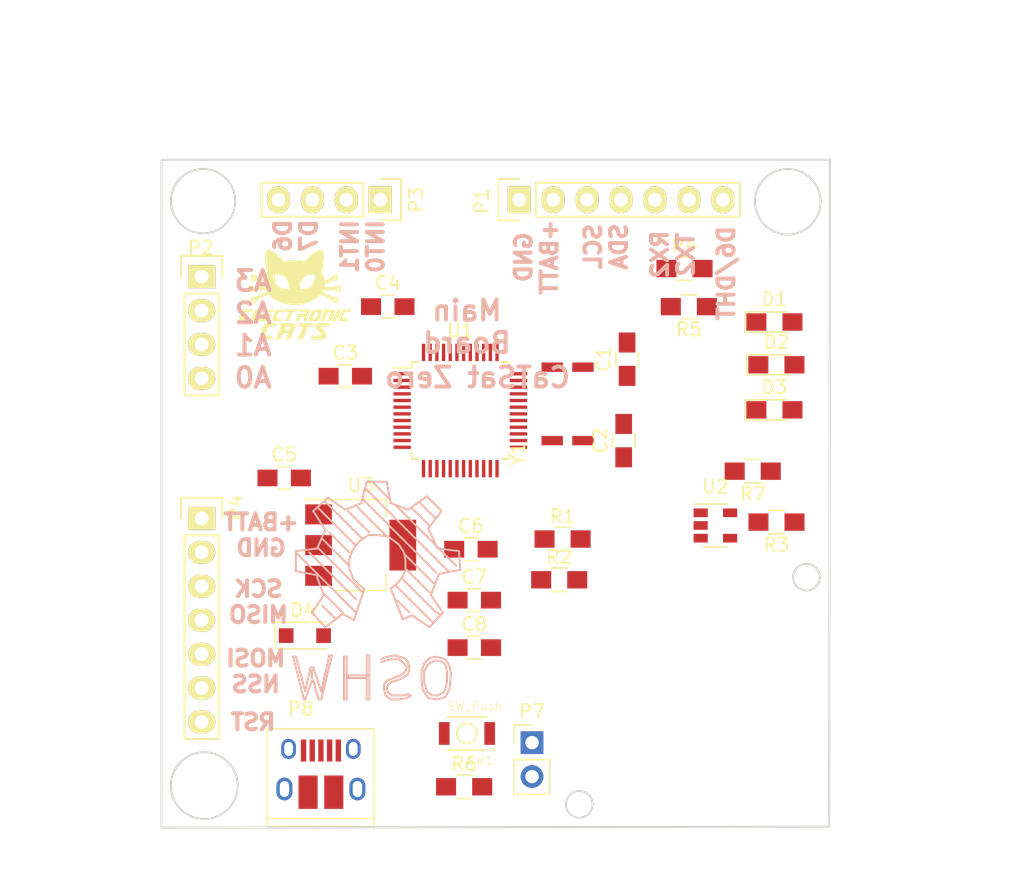
<source format=kicad_pcb>
(kicad_pcb (version 4) (host pcbnew 4.0.7)

  (general
    (links 81)
    (no_connects 81)
    (area 73.537672 42.45 152.328572 110.100001)
    (thickness 1.6)
    (drawings 39)
    (tracks 3)
    (zones 0)
    (modules 32)
    (nets 54)
  )

  (page A4)
  (title_block
    (title CatSat)
    (date 2016-10-16)
    (rev 0.02)
    (company "Electronic Cats")
    (comment 1 "Eduardo Contreras")
  )

  (layers
    (0 F.Cu signal)
    (31 B.Cu signal)
    (32 B.Adhes user)
    (33 F.Adhes user)
    (34 B.Paste user)
    (35 F.Paste user)
    (36 B.SilkS user)
    (37 F.SilkS user)
    (38 B.Mask user)
    (39 F.Mask user)
    (40 Dwgs.User user)
    (41 Cmts.User user)
    (42 Eco1.User user)
    (43 Eco2.User user)
    (44 Edge.Cuts user)
    (45 Margin user)
    (46 B.CrtYd user)
    (47 F.CrtYd user)
    (48 B.Fab user)
    (49 F.Fab user)
  )

  (setup
    (last_trace_width 0.3)
    (trace_clearance 0.2)
    (zone_clearance 0.8)
    (zone_45_only no)
    (trace_min 0.2)
    (segment_width 0.15)
    (edge_width 0.15)
    (via_size 0.6)
    (via_drill 0.4)
    (via_min_size 0.4)
    (via_min_drill 0.3)
    (uvia_size 0.3)
    (uvia_drill 0.1)
    (uvias_allowed no)
    (uvia_min_size 0.2)
    (uvia_min_drill 0.1)
    (pcb_text_width 0.3)
    (pcb_text_size 1.5 1.5)
    (mod_edge_width 0.15)
    (mod_text_size 1 1)
    (mod_text_width 0.15)
    (pad_size 1.524 1.524)
    (pad_drill 0.762)
    (pad_to_mask_clearance 0.2)
    (aux_axis_origin 0 0)
    (visible_elements 7FFFFFFF)
    (pcbplotparams
      (layerselection 0x010f0_80000001)
      (usegerberextensions false)
      (excludeedgelayer true)
      (linewidth 0.100000)
      (plotframeref false)
      (viasonmask false)
      (mode 1)
      (useauxorigin false)
      (hpglpennumber 1)
      (hpglpenspeed 20)
      (hpglpendiameter 15)
      (hpglpenoverlay 2)
      (psnegative false)
      (psa4output false)
      (plotreference true)
      (plotvalue true)
      (plotinvisibletext false)
      (padsonsilk false)
      (subtractmaskfromsilk false)
      (outputformat 1)
      (mirror false)
      (drillshape 0)
      (scaleselection 1)
      (outputdirectory Produccion/CatSatMain/))
  )

  (net 0 "")
  (net 1 GND)
  (net 2 +BATT)
  (net 3 /SCL)
  (net 4 /SDA)
  (net 5 /S_RX)
  (net 6 /S_TX)
  (net 7 /DHT/D6)
  (net 8 /A3)
  (net 9 /A2)
  (net 10 /A1)
  (net 11 /A0)
  (net 12 /D7)
  (net 13 /SCK)
  (net 14 /MISO)
  (net 15 /MOSI)
  (net 16 /NSS)
  (net 17 "Net-(C1-Pad2)")
  (net 18 "Net-(C2-Pad2)")
  (net 19 "Net-(C3-Pad1)")
  (net 20 "Net-(C4-Pad1)")
  (net 21 VCC)
  (net 22 +3V3)
  (net 23 "Net-(D1-Pad2)")
  (net 24 "Net-(D2-Pad2)")
  (net 25 "Net-(D3-Pad1)")
  (net 26 /A5/INT2)
  (net 27 /A4/INT5)
  (net 28 /D5)
  (net 29 /RFM_RST)
  (net 30 /SWDIO)
  (net 31 /SWCLK)
  (net 32 "Net-(F1-Pad2)")
  (net 33 /D-)
  (net 34 /D+)
  (net 35 "Net-(P8-Pad4)")
  (net 36 "Net-(P8-Pad6)")
  (net 37 /D9)
  (net 38 "Net-(R3-Pad1)")
  (net 39 "Net-(R3-Pad2)")
  (net 40 /D13)
  (net 41 /RESET)
  (net 42 "Net-(R7-Pad2)")
  (net 43 "Net-(U1-Pad14)")
  (net 44 "Net-(U1-Pad15)")
  (net 45 "Net-(U1-Pad16)")
  (net 46 "Net-(U1-Pad22)")
  (net 47 "Net-(U1-Pad23)")
  (net 48 "Net-(U1-Pad25)")
  (net 49 "Net-(U1-Pad27)")
  (net 50 "Net-(U1-Pad28)")
  (net 51 "Net-(U1-Pad39)")
  (net 52 "Net-(U1-Pad41)")
  (net 53 "Net-(U1-Pad48)")

  (net_class Default "This is the default net class."
    (clearance 0.2)
    (trace_width 0.3)
    (via_dia 0.6)
    (via_drill 0.4)
    (uvia_dia 0.3)
    (uvia_drill 0.1)
    (add_net +3V3)
    (add_net /A0)
    (add_net /A1)
    (add_net /A2)
    (add_net /A3)
    (add_net /A4/INT5)
    (add_net /A5/INT2)
    (add_net /D+)
    (add_net /D-)
    (add_net /D13)
    (add_net /D5)
    (add_net /D7)
    (add_net /D9)
    (add_net /DHT/D6)
    (add_net /MISO)
    (add_net /MOSI)
    (add_net /NSS)
    (add_net /RESET)
    (add_net /RFM_RST)
    (add_net /SCK)
    (add_net /SCL)
    (add_net /SDA)
    (add_net /SWCLK)
    (add_net /SWDIO)
    (add_net /S_RX)
    (add_net /S_TX)
    (add_net "Net-(C1-Pad2)")
    (add_net "Net-(C2-Pad2)")
    (add_net "Net-(C3-Pad1)")
    (add_net "Net-(C4-Pad1)")
    (add_net "Net-(D1-Pad2)")
    (add_net "Net-(D2-Pad2)")
    (add_net "Net-(D3-Pad1)")
    (add_net "Net-(F1-Pad2)")
    (add_net "Net-(P8-Pad4)")
    (add_net "Net-(P8-Pad6)")
    (add_net "Net-(R3-Pad1)")
    (add_net "Net-(R3-Pad2)")
    (add_net "Net-(R7-Pad2)")
    (add_net "Net-(U1-Pad14)")
    (add_net "Net-(U1-Pad15)")
    (add_net "Net-(U1-Pad16)")
    (add_net "Net-(U1-Pad22)")
    (add_net "Net-(U1-Pad23)")
    (add_net "Net-(U1-Pad25)")
    (add_net "Net-(U1-Pad27)")
    (add_net "Net-(U1-Pad28)")
    (add_net "Net-(U1-Pad39)")
    (add_net "Net-(U1-Pad41)")
    (add_net "Net-(U1-Pad48)")
    (add_net VCC)
  )

  (net_class BATT ""
    (clearance 0.2)
    (trace_width 0.5)
    (via_dia 0.6)
    (via_drill 0.4)
    (uvia_dia 0.3)
    (uvia_drill 0.1)
    (add_net +BATT)
    (add_net GND)
  )

  (module Symbols:Symbol_OSHW-Logo_SilkScreen_BIG (layer B.Cu) (tedit 57A00121) (tstamp 57A01356)
    (at 100.6 64.8 180)
    (descr "Symbol, OSHW-Logo, Silk Screen, BIG")
    (tags "Symbol, OSHW-Logo, Silk Screen, BIG")
    (fp_text reference REF** (at -0.29972 -11.50112 180) (layer F.Fab)
      (effects (font (size 1 1) (thickness 0.15)))
    )
    (fp_text value Symbol_OSHW-Logo_SilkScreen_BIG (at 0.29972 -32.10052 180) (layer B.Fab)
      (effects (font (size 1 1) (thickness 0.15)) (justify mirror))
    )
    (fp_line (start 0.50038 -14.00048) (end -5.40004 -19.9009) (layer B.SilkS) (width 0.15))
    (fp_line (start -5.10032 -18.60042) (end -4.59994 -18.10004) (layer B.SilkS) (width 0.15))
    (fp_line (start -0.50038 -17.00022) (end -0.8001 -17.29994) (layer B.SilkS) (width 0.15))
    (fp_line (start -2.49936 -19.99996) (end -2.30124 -19.7993) (layer B.SilkS) (width 0.15))
    (fp_line (start -3.50012 -15.00124) (end -3.29946 -14.80058) (layer B.SilkS) (width 0.15))
    (fp_line (start -4.0005 -15.49908) (end -4.39928 -15.9004) (layer B.SilkS) (width 0.15))
    (fp_line (start -2.99974 -15.49908) (end -2.70002 -15.19936) (layer B.SilkS) (width 0.15))
    (fp_line (start -1.99898 -15.49908) (end -1.50114 -15.00124) (layer B.SilkS) (width 0.15))
    (fp_line (start 0 -13.5001) (end 0.20066 -13.29944) (layer B.SilkS) (width 0.15))
    (fp_line (start 0.50038 -14.00048) (end 0.8001 -13.70076) (layer B.SilkS) (width 0.15))
    (fp_line (start 0.50038 -15.00124) (end 1.00076 -14.50086) (layer B.SilkS) (width 0.15))
    (fp_line (start 1.99898 -15.49908) (end 2.10058 -15.40002) (layer B.SilkS) (width 0.15))
    (fp_line (start 1.00076 -15.49908) (end 1.39954 -15.1003) (layer B.SilkS) (width 0.15))
    (fp_line (start 3.50012 -15.00124) (end 3.79984 -14.69898) (layer B.SilkS) (width 0.15))
    (fp_line (start 4.0005 -15.49908) (end 4.30022 -15.19936) (layer B.SilkS) (width 0.15))
    (fp_line (start -4.0005 -20.50034) (end -4.30022 -20.80006) (layer B.SilkS) (width 0.15))
    (fp_line (start -2.49936 -18.9992) (end -2.19964 -18.69948) (layer B.SilkS) (width 0.15))
    (fp_line (start -4.59994 -22.9997) (end -4.8006 -23.20036) (layer B.SilkS) (width 0.15))
    (fp_line (start -2.49936 -21.00072) (end -1.99898 -20.50034) (layer B.SilkS) (width 0.15))
    (fp_line (start -4.0005 -23.50008) (end -4.20116 -23.70074) (layer B.SilkS) (width 0.15))
    (fp_line (start -1.99898 -21.5011) (end -1.50114 -21.00072) (layer B.SilkS) (width 0.15))
    (fp_line (start -1.99898 -22.49932) (end -1.6002 -22.10054) (layer B.SilkS) (width 0.15))
    (fp_line (start 3.50012 -18.00098) (end 4.0005 -17.5006) (layer B.SilkS) (width 0.15))
    (fp_line (start 4.0005 -18.49882) (end 4.30022 -18.1991) (layer B.SilkS) (width 0.15))
    (fp_line (start 3.50012 -21.99894) (end 3.8989 -21.60016) (layer B.SilkS) (width 0.15))
    (fp_line (start 5.4991 -18.9992) (end 5.90042 -18.60042) (layer B.SilkS) (width 0.15))
    (fp_line (start 4.0005 -22.49932) (end 2.99974 -23.50008) (layer B.SilkS) (width 0.15))
    (fp_line (start 3.50012 -21.99894) (end 2.49936 -22.9997) (layer B.SilkS) (width 0.15))
    (fp_line (start 5.4991 -18.9992) (end 1.50114 -22.9997) (layer B.SilkS) (width 0.15))
    (fp_line (start 5.00126 -18.49882) (end 1.50114 -21.99894) (layer B.SilkS) (width 0.15))
    (fp_line (start 4.0005 -18.49882) (end 1.00076 -21.5011) (layer B.SilkS) (width 0.15))
    (fp_line (start -1.99898 -22.49932) (end -2.49936 -22.9997) (layer B.SilkS) (width 0.15))
    (fp_line (start -1.99898 -21.5011) (end -4.0005 -23.50008) (layer B.SilkS) (width 0.15))
    (fp_line (start -2.49936 -21.00072) (end -4.50088 -22.9997) (layer B.SilkS) (width 0.15))
    (fp_line (start -2.49936 -19.99996) (end -4.0005 -21.5011) (layer B.SilkS) (width 0.15))
    (fp_line (start -2.49936 -18.9992) (end -4.0005 -20.50034) (layer B.SilkS) (width 0.15))
    (fp_line (start 0 -13.5001) (end -1.00076 -14.50086) (layer B.SilkS) (width 0.15))
    (fp_line (start -3.50012 -15.00124) (end -4.0005 -15.49908) (layer B.SilkS) (width 0.15))
    (fp_line (start -2.99974 -15.49908) (end -4.0005 -16.49984) (layer B.SilkS) (width 0.15))
    (fp_line (start -5.00126 -18.49882) (end -5.99948 -19.49958) (layer B.SilkS) (width 0.15))
    (fp_line (start -1.99898 -15.49908) (end -4.50088 -18.00098) (layer B.SilkS) (width 0.15))
    (fp_line (start 0.50038 -15.00124) (end -4.50088 -19.99996) (layer B.SilkS) (width 0.15))
    (fp_line (start 3.50012 -18.00098) (end 1.99898 -19.49958) (layer B.SilkS) (width 0.15))
    (fp_line (start 3.50012 -17.00022) (end 1.99898 -18.49882) (layer B.SilkS) (width 0.15))
    (fp_line (start 1.00076 -15.49908) (end -0.50038 -17.00022) (layer B.SilkS) (width 0.15))
    (fp_line (start 4.0005 -15.49908) (end 1.50114 -18.00098) (layer B.SilkS) (width 0.15))
    (fp_line (start 3.50012 -15.00124) (end 1.00076 -17.5006) (layer B.SilkS) (width 0.15))
    (fp_line (start 1.99898 -15.49908) (end 0.50038 -17.00022) (layer B.SilkS) (width 0.15))
    (fp_line (start 4.8006 -27.29992) (end 4.8006 -27.89936) (layer B.SilkS) (width 0.15))
    (fp_line (start 3.29946 -26.2001) (end 4.09956 -29.49956) (layer B.SilkS) (width 0.15))
    (fp_line (start 4.09956 -29.49956) (end 4.30022 -29.49956) (layer B.SilkS) (width 0.15))
    (fp_line (start 4.30022 -29.49956) (end 4.699 -28.10002) (layer B.SilkS) (width 0.15))
    (fp_line (start 4.699 -28.10002) (end 4.8006 -28.10002) (layer B.SilkS) (width 0.15))
    (fp_line (start 4.8006 -28.10002) (end 5.30098 -29.49956) (layer B.SilkS) (width 0.15))
    (fp_line (start 5.30098 -29.49956) (end 5.40004 -29.49956) (layer B.SilkS) (width 0.15))
    (fp_line (start 5.40004 -29.49956) (end 6.20014 -26.29916) (layer B.SilkS) (width 0.15))
    (fp_line (start 6.20014 -26.29916) (end 5.99948 -26.29916) (layer B.SilkS) (width 0.15))
    (fp_line (start 5.99948 -26.29916) (end 5.30098 -28.90012) (layer B.SilkS) (width 0.15))
    (fp_line (start 5.30098 -28.90012) (end 4.89966 -27.09926) (layer B.SilkS) (width 0.15))
    (fp_line (start 4.89966 -27.09926) (end 4.699 -27.09926) (layer B.SilkS) (width 0.15))
    (fp_line (start 4.699 -27.09926) (end 4.09956 -28.90012) (layer B.SilkS) (width 0.15))
    (fp_line (start 4.09956 -28.90012) (end 3.50012 -26.2001) (layer B.SilkS) (width 0.15))
    (fp_line (start 3.50012 -26.2001) (end 3.29946 -26.2001) (layer B.SilkS) (width 0.15))
    (fp_line (start 0.59944 -27.70124) (end 2.10058 -27.70124) (layer B.SilkS) (width 0.15))
    (fp_line (start 2.10058 -27.70124) (end 2.10058 -27.89936) (layer B.SilkS) (width 0.15))
    (fp_line (start 2.10058 -27.89936) (end 0.70104 -27.89936) (layer B.SilkS) (width 0.15))
    (fp_line (start 2.19964 -26.29916) (end 2.19964 -29.49956) (layer B.SilkS) (width 0.15))
    (fp_line (start 2.19964 -29.49956) (end 2.4003 -29.49956) (layer B.SilkS) (width 0.15))
    (fp_line (start 2.4003 -29.49956) (end 2.4003 -26.29916) (layer B.SilkS) (width 0.15))
    (fp_line (start 2.4003 -26.29916) (end 2.19964 -26.29916) (layer B.SilkS) (width 0.15))
    (fp_line (start 0.70104 -26.2001) (end 0.59944 -26.2001) (layer B.SilkS) (width 0.15))
    (fp_line (start 0.50038 -26.2001) (end 0.50038 -29.49956) (layer B.SilkS) (width 0.15))
    (fp_line (start 0.50038 -29.49956) (end 0.70104 -29.49956) (layer B.SilkS) (width 0.15))
    (fp_line (start 0.70104 -29.49956) (end 0.70104 -26.2001) (layer B.SilkS) (width 0.15))
    (fp_line (start -0.39878 -26.49982) (end -0.50038 -26.40076) (layer B.SilkS) (width 0.15))
    (fp_line (start -0.50038 -26.40076) (end -0.89916 -26.29916) (layer B.SilkS) (width 0.15))
    (fp_line (start -0.89916 -26.29916) (end -1.39954 -26.2001) (layer B.SilkS) (width 0.15))
    (fp_line (start -1.39954 -26.2001) (end -2.10058 -26.40076) (layer B.SilkS) (width 0.15))
    (fp_line (start -2.10058 -26.40076) (end -2.4003 -26.70048) (layer B.SilkS) (width 0.15))
    (fp_line (start -2.4003 -26.70048) (end -2.49936 -27.20086) (layer B.SilkS) (width 0.15))
    (fp_line (start -2.49936 -27.20086) (end -2.4003 -27.59964) (layer B.SilkS) (width 0.15))
    (fp_line (start -2.4003 -27.59964) (end -1.99898 -27.89936) (layer B.SilkS) (width 0.15))
    (fp_line (start -1.99898 -27.89936) (end -1.50114 -28.10002) (layer B.SilkS) (width 0.15))
    (fp_line (start -1.50114 -28.10002) (end -1.09982 -28.19908) (layer B.SilkS) (width 0.15))
    (fp_line (start -1.09982 -28.19908) (end -0.89916 -28.39974) (layer B.SilkS) (width 0.15))
    (fp_line (start -0.89916 -28.39974) (end -0.8001 -28.69946) (layer B.SilkS) (width 0.15))
    (fp_line (start -0.8001 -28.69946) (end -0.89916 -28.99918) (layer B.SilkS) (width 0.15))
    (fp_line (start -0.89916 -28.99918) (end -1.19888 -29.19984) (layer B.SilkS) (width 0.15))
    (fp_line (start -1.19888 -29.19984) (end -1.6002 -29.19984) (layer B.SilkS) (width 0.15))
    (fp_line (start -1.6002 -29.19984) (end -2.10058 -29.19984) (layer B.SilkS) (width 0.15))
    (fp_line (start -2.10058 -29.19984) (end -2.4003 -29.10078) (layer B.SilkS) (width 0.15))
    (fp_line (start -2.4003 -29.10078) (end -2.60096 -29.19984) (layer B.SilkS) (width 0.15))
    (fp_line (start -2.60096 -29.19984) (end -2.30124 -29.4005) (layer B.SilkS) (width 0.15))
    (fp_line (start -2.30124 -29.4005) (end -1.69926 -29.49956) (layer B.SilkS) (width 0.15))
    (fp_line (start -1.69926 -29.49956) (end -1.09982 -29.49956) (layer B.SilkS) (width 0.15))
    (fp_line (start -1.09982 -29.49956) (end -0.70104 -29.19984) (layer B.SilkS) (width 0.15))
    (fp_line (start -0.70104 -29.19984) (end -0.59944 -28.69946) (layer B.SilkS) (width 0.15))
    (fp_line (start -0.59944 -28.69946) (end -0.59944 -28.39974) (layer B.SilkS) (width 0.15))
    (fp_line (start -0.59944 -28.39974) (end -0.8001 -28.10002) (layer B.SilkS) (width 0.15))
    (fp_line (start -0.8001 -28.10002) (end -1.30048 -27.89936) (layer B.SilkS) (width 0.15))
    (fp_line (start -1.30048 -27.89936) (end -1.80086 -27.70124) (layer B.SilkS) (width 0.15))
    (fp_line (start -1.80086 -27.70124) (end -2.19964 -27.39898) (layer B.SilkS) (width 0.15))
    (fp_line (start -2.19964 -27.39898) (end -2.30124 -27.09926) (layer B.SilkS) (width 0.15))
    (fp_line (start -2.30124 -27.09926) (end -2.10058 -26.79954) (layer B.SilkS) (width 0.15))
    (fp_line (start -2.10058 -26.79954) (end -1.69926 -26.49982) (layer B.SilkS) (width 0.15))
    (fp_line (start -1.69926 -26.49982) (end -1.09982 -26.49982) (layer B.SilkS) (width 0.15))
    (fp_line (start -1.09982 -26.49982) (end -0.70104 -26.59888) (layer B.SilkS) (width 0.15))
    (fp_line (start -0.70104 -26.59888) (end -0.39878 -26.70048) (layer B.SilkS) (width 0.15))
    (fp_line (start -4.50088 -26.59888) (end -4.8006 -26.59888) (layer B.SilkS) (width 0.15))
    (fp_line (start -4.8006 -26.59888) (end -5.19938 -26.90114) (layer B.SilkS) (width 0.15))
    (fp_line (start -5.19938 -26.90114) (end -5.30098 -27.39898) (layer B.SilkS) (width 0.15))
    (fp_line (start -5.30098 -27.39898) (end -5.30098 -28.19908) (layer B.SilkS) (width 0.15))
    (fp_line (start -5.30098 -28.19908) (end -5.19938 -28.69946) (layer B.SilkS) (width 0.15))
    (fp_line (start -5.19938 -28.69946) (end -5.00126 -28.99918) (layer B.SilkS) (width 0.15))
    (fp_line (start -5.00126 -28.99918) (end -4.59994 -29.19984) (layer B.SilkS) (width 0.15))
    (fp_line (start -4.59994 -29.19984) (end -4.20116 -29.19984) (layer B.SilkS) (width 0.15))
    (fp_line (start -4.20116 -29.19984) (end -3.79984 -28.90012) (layer B.SilkS) (width 0.15))
    (fp_line (start -3.79984 -28.90012) (end -3.59918 -28.19908) (layer B.SilkS) (width 0.15))
    (fp_line (start -3.59918 -28.19908) (end -3.59918 -27.39898) (layer B.SilkS) (width 0.15))
    (fp_line (start -3.59918 -27.39898) (end -3.79984 -27.0002) (layer B.SilkS) (width 0.15))
    (fp_line (start -3.79984 -27.0002) (end -4.0005 -26.79954) (layer B.SilkS) (width 0.15))
    (fp_line (start -4.0005 -26.79954) (end -4.39928 -26.59888) (layer B.SilkS) (width 0.15))
    (fp_line (start -4.50088 -26.29916) (end -4.89966 -26.40076) (layer B.SilkS) (width 0.15))
    (fp_line (start -4.89966 -26.40076) (end -5.19938 -26.49982) (layer B.SilkS) (width 0.15))
    (fp_line (start -5.19938 -26.49982) (end -5.4991 -27.0002) (layer B.SilkS) (width 0.15))
    (fp_line (start -5.4991 -27.0002) (end -5.6007 -27.59964) (layer B.SilkS) (width 0.15))
    (fp_line (start -5.6007 -27.59964) (end -5.4991 -28.69946) (layer B.SilkS) (width 0.15))
    (fp_line (start -5.4991 -28.69946) (end -5.19938 -29.2989) (layer B.SilkS) (width 0.15))
    (fp_line (start -5.19938 -29.2989) (end -4.59994 -29.49956) (layer B.SilkS) (width 0.15))
    (fp_line (start -4.59994 -29.49956) (end -3.8989 -29.4005) (layer B.SilkS) (width 0.15))
    (fp_line (start -3.8989 -29.4005) (end -3.50012 -28.80106) (layer B.SilkS) (width 0.15))
    (fp_line (start -3.50012 -28.80106) (end -3.40106 -28.10002) (layer B.SilkS) (width 0.15))
    (fp_line (start -3.40106 -28.10002) (end -3.40106 -27.39898) (layer B.SilkS) (width 0.15))
    (fp_line (start -3.40106 -27.39898) (end -3.59918 -26.79954) (layer B.SilkS) (width 0.15))
    (fp_line (start -3.59918 -26.79954) (end -4.0005 -26.40076) (layer B.SilkS) (width 0.15))
    (fp_line (start -4.0005 -26.40076) (end -4.50088 -26.29916) (layer B.SilkS) (width 0.15))
    (fp_line (start -1.09982 -21.20138) (end -1.6002 -20.80006) (layer B.SilkS) (width 0.15))
    (fp_line (start -1.6002 -20.80006) (end -1.99898 -20.29968) (layer B.SilkS) (width 0.15))
    (fp_line (start -1.99898 -20.29968) (end -2.19964 -19.7993) (layer B.SilkS) (width 0.15))
    (fp_line (start -2.19964 -19.7993) (end -2.19964 -19.1008) (layer B.SilkS) (width 0.15))
    (fp_line (start -2.19964 -19.1008) (end -2.09804 -18.50136) (layer B.SilkS) (width 0.15))
    (fp_line (start -2.09804 -18.50136) (end -1.69926 -17.89938) (layer B.SilkS) (width 0.15))
    (fp_line (start -1.69926 -17.89938) (end -0.89916 -17.29994) (layer B.SilkS) (width 0.15))
    (fp_line (start -0.89916 -17.29994) (end -0.09906 -17.20088) (layer B.SilkS) (width 0.15))
    (fp_line (start -0.09906 -17.20088) (end 0.60198 -17.20088) (layer B.SilkS) (width 0.15))
    (fp_line (start 0.60198 -17.20088) (end 1.30048 -17.70126) (layer B.SilkS) (width 0.15))
    (fp_line (start 1.30048 -17.70126) (end 1.80086 -18.39976) (layer B.SilkS) (width 0.15))
    (fp_line (start 1.80086 -18.39976) (end 2.00152 -18.9992) (layer B.SilkS) (width 0.15))
    (fp_line (start 2.00152 -18.9992) (end 2.00152 -19.70024) (layer B.SilkS) (width 0.15))
    (fp_line (start 2.00152 -19.70024) (end 1.7018 -20.50034) (layer B.SilkS) (width 0.15))
    (fp_line (start 1.7018 -20.50034) (end 1.20142 -21.00072) (layer B.SilkS) (width 0.15))
    (fp_line (start 1.20142 -21.00072) (end 0.9017 -21.20138) (layer B.SilkS) (width 0.15))
    (fp_line (start 0.9017 -21.30044) (end 1.651 -23.55088) (layer B.SilkS) (width 0.15))
    (fp_line (start 1.651 -23.55088) (end 2.5019 -23.1013) (layer B.SilkS) (width 0.15))
    (fp_line (start 2.5019 -23.1013) (end 3.79984 -24.09952) (layer B.SilkS) (width 0.15))
    (fp_line (start 3.79984 -24.09952) (end 4.8006 -22.9997) (layer B.SilkS) (width 0.15))
    (fp_line (start 4.8006 -22.9997) (end 3.90144 -21.69922) (layer B.SilkS) (width 0.15))
    (fp_line (start 3.90144 -21.69922) (end 4.40182 -20.40128) (layer B.SilkS) (width 0.15))
    (fp_line (start 4.40182 -20.40128) (end 4.40182 -20.20062) (layer B.SilkS) (width 0.15))
    (fp_line (start 4.40182 -20.20062) (end 6.00202 -19.9009) (layer B.SilkS) (width 0.15))
    (fp_line (start 6.00202 -19.9009) (end 6.00202 -18.39976) (layer B.SilkS) (width 0.15))
    (fp_line (start 6.00202 -18.39976) (end 4.40182 -18.20164) (layer B.SilkS) (width 0.15))
    (fp_line (start 4.40182 -18.20164) (end 3.79984 -16.79956) (layer B.SilkS) (width 0.15))
    (fp_line (start 3.79984 -16.79956) (end 4.70154 -15.40002) (layer B.SilkS) (width 0.15))
    (fp_line (start 4.70154 -15.40002) (end 3.60172 -14.39926) (layer B.SilkS) (width 0.15))
    (fp_line (start 3.60172 -14.39926) (end 2.30124 -15.30096) (layer B.SilkS) (width 0.15))
    (fp_line (start 2.30124 -15.30096) (end 1.09982 -14.80058) (layer B.SilkS) (width 0.15))
    (fp_line (start 1.09982 -14.80058) (end 0.70104 -13.20038) (layer B.SilkS) (width 0.15))
    (fp_line (start 0.70104 -13.20038) (end -0.8001 -13.20038) (layer B.SilkS) (width 0.15))
    (fp_line (start -0.8001 -13.20038) (end -1.09982 -14.80058) (layer B.SilkS) (width 0.15))
    (fp_line (start -1.09982 -14.80058) (end -2.4003 -15.30096) (layer B.SilkS) (width 0.15))
    (fp_line (start -2.4003 -15.30096) (end -3.79984 -14.3002) (layer B.SilkS) (width 0.15))
    (fp_line (start -3.79984 -14.3002) (end -4.89966 -15.40002) (layer B.SilkS) (width 0.15))
    (fp_line (start -4.89966 -15.40002) (end -3.8989 -16.7005) (layer B.SilkS) (width 0.15))
    (fp_line (start -3.8989 -16.7005) (end -4.59994 -18.20164) (layer B.SilkS) (width 0.15))
    (fp_line (start -4.59994 -18.20164) (end -6.20014 -18.39976) (layer B.SilkS) (width 0.15))
    (fp_line (start -6.20014 -18.39976) (end -6.2992 -19.7993) (layer B.SilkS) (width 0.15))
    (fp_line (start -6.2992 -19.7993) (end -4.699 -20.10156) (layer B.SilkS) (width 0.15))
    (fp_line (start -4.699 -20.10156) (end -4.09956 -21.69922) (layer B.SilkS) (width 0.15))
    (fp_line (start -4.09956 -21.69922) (end -4.99872 -22.9997) (layer B.SilkS) (width 0.15))
    (fp_line (start -4.99872 -22.9997) (end -3.99796 -24.09952) (layer B.SilkS) (width 0.15))
    (fp_line (start -3.99796 -24.09952) (end -2.70002 -23.20036) (layer B.SilkS) (width 0.15))
    (fp_line (start -2.70002 -23.20036) (end -1.99898 -23.50008) (layer B.SilkS) (width 0.15))
    (fp_line (start -1.99898 -23.50008) (end -1.09982 -21.20138) (layer B.SilkS) (width 0.15))
  )

  (module Pin_Headers:Pin_Header_Straight_1x07 (layer F.Cu) (tedit 0) (tstamp 57993951)
    (at 111.31 56.9 90)
    (descr "Through hole pin header")
    (tags "pin header")
    (path /5797DE1E)
    (fp_text reference P1 (at -0.1 -2.8 90) (layer F.SilkS)
      (effects (font (size 1 1) (thickness 0.15)))
    )
    (fp_text value CONN_01X07 (at 2.25 2.62 180) (layer F.Fab)
      (effects (font (size 1 1) (thickness 0.15)))
    )
    (fp_line (start -1.75 -1.75) (end -1.75 17) (layer F.CrtYd) (width 0.05))
    (fp_line (start 1.75 -1.75) (end 1.75 17) (layer F.CrtYd) (width 0.05))
    (fp_line (start -1.75 -1.75) (end 1.75 -1.75) (layer F.CrtYd) (width 0.05))
    (fp_line (start -1.75 17) (end 1.75 17) (layer F.CrtYd) (width 0.05))
    (fp_line (start 1.27 1.27) (end 1.27 16.51) (layer F.SilkS) (width 0.15))
    (fp_line (start 1.27 16.51) (end -1.27 16.51) (layer F.SilkS) (width 0.15))
    (fp_line (start -1.27 16.51) (end -1.27 1.27) (layer F.SilkS) (width 0.15))
    (fp_line (start 1.55 -1.55) (end 1.55 0) (layer F.SilkS) (width 0.15))
    (fp_line (start 1.27 1.27) (end -1.27 1.27) (layer F.SilkS) (width 0.15))
    (fp_line (start -1.55 0) (end -1.55 -1.55) (layer F.SilkS) (width 0.15))
    (fp_line (start -1.55 -1.55) (end 1.55 -1.55) (layer F.SilkS) (width 0.15))
    (pad 1 thru_hole rect (at 0 0 90) (size 2.032 1.7272) (drill 1.016) (layers *.Cu *.Mask F.SilkS)
      (net 1 GND))
    (pad 2 thru_hole oval (at 0 2.54 90) (size 2.032 1.7272) (drill 1.016) (layers *.Cu *.Mask F.SilkS)
      (net 2 +BATT))
    (pad 3 thru_hole oval (at 0 5.08 90) (size 2.032 1.7272) (drill 1.016) (layers *.Cu *.Mask F.SilkS)
      (net 3 /SCL))
    (pad 4 thru_hole oval (at 0 7.62 90) (size 2.032 1.7272) (drill 1.016) (layers *.Cu *.Mask F.SilkS)
      (net 4 /SDA))
    (pad 5 thru_hole oval (at 0 10.16 90) (size 2.032 1.7272) (drill 1.016) (layers *.Cu *.Mask F.SilkS)
      (net 5 /S_RX))
    (pad 6 thru_hole oval (at 0 12.7 90) (size 2.032 1.7272) (drill 1.016) (layers *.Cu *.Mask F.SilkS)
      (net 6 /S_TX))
    (pad 7 thru_hole oval (at 0 15.24 90) (size 2.032 1.7272) (drill 1.016) (layers *.Cu *.Mask F.SilkS)
      (net 7 /DHT/D6))
    (model Pin_Headers.3dshapes/Pin_Header_Straight_1x07.wrl
      (at (xyz 0 -0.3 0))
      (scale (xyz 1 1 1))
      (rotate (xyz 0 0 90))
    )
  )

  (module Pin_Headers:Pin_Header_Straight_1x04 (layer F.Cu) (tedit 5804020D) (tstamp 57993985)
    (at 87.55 62.65)
    (descr "Through hole pin header")
    (tags "pin header")
    (path /5797DD1B)
    (fp_text reference P2 (at -0.05 -2.15) (layer F.SilkS)
      (effects (font (size 1 1) (thickness 0.15)))
    )
    (fp_text value CONN_01X04 (at -2.25 3.25 90) (layer F.Fab)
      (effects (font (size 1 1) (thickness 0.15)))
    )
    (fp_line (start -1.75 -1.75) (end -1.75 9.4) (layer F.CrtYd) (width 0.05))
    (fp_line (start 1.75 -1.75) (end 1.75 9.4) (layer F.CrtYd) (width 0.05))
    (fp_line (start -1.75 -1.75) (end 1.75 -1.75) (layer F.CrtYd) (width 0.05))
    (fp_line (start -1.75 9.4) (end 1.75 9.4) (layer F.CrtYd) (width 0.05))
    (fp_line (start -1.27 1.27) (end -1.27 8.89) (layer F.SilkS) (width 0.15))
    (fp_line (start 1.27 1.27) (end 1.27 8.89) (layer F.SilkS) (width 0.15))
    (fp_line (start 1.55 -1.55) (end 1.55 0) (layer F.SilkS) (width 0.15))
    (fp_line (start -1.27 8.89) (end 1.27 8.89) (layer F.SilkS) (width 0.15))
    (fp_line (start 1.27 1.27) (end -1.27 1.27) (layer F.SilkS) (width 0.15))
    (fp_line (start -1.55 0) (end -1.55 -1.55) (layer F.SilkS) (width 0.15))
    (fp_line (start -1.55 -1.55) (end 1.55 -1.55) (layer F.SilkS) (width 0.15))
    (pad 1 thru_hole rect (at 0 0) (size 2.032 1.7272) (drill 1.016) (layers *.Cu *.Mask F.SilkS)
      (net 8 /A3))
    (pad 2 thru_hole oval (at 0 2.54) (size 2.032 1.7272) (drill 1.016) (layers *.Cu *.Mask F.SilkS)
      (net 9 /A2))
    (pad 3 thru_hole oval (at 0 5.08) (size 2.032 1.7272) (drill 1.016) (layers *.Cu *.Mask F.SilkS)
      (net 10 /A1))
    (pad 4 thru_hole oval (at 0 7.62) (size 2.032 1.7272) (drill 1.016) (layers *.Cu *.Mask F.SilkS)
      (net 11 /A0))
    (model Pin_Headers.3dshapes/Pin_Header_Straight_1x04.wrl
      (at (xyz 0 -0.15 0))
      (scale (xyz 1 1 1))
      (rotate (xyz 0 0 90))
    )
  )

  (module Pin_Headers:Pin_Header_Straight_1x07 (layer F.Cu) (tedit 580401DB) (tstamp 579939B6)
    (at 87.55 80.75)
    (descr "Through hole pin header")
    (tags "pin header")
    (path /5797EF63)
    (fp_text reference P4 (at 2.55 -0.8 90) (layer F.SilkS)
      (effects (font (size 1 1) (thickness 0.15)))
    )
    (fp_text value CONN_01X07 (at -2.25 6.79 90) (layer F.Fab)
      (effects (font (size 1 1) (thickness 0.15)))
    )
    (fp_line (start -1.75 -1.75) (end -1.75 17) (layer F.CrtYd) (width 0.05))
    (fp_line (start 1.75 -1.75) (end 1.75 17) (layer F.CrtYd) (width 0.05))
    (fp_line (start -1.75 -1.75) (end 1.75 -1.75) (layer F.CrtYd) (width 0.05))
    (fp_line (start -1.75 17) (end 1.75 17) (layer F.CrtYd) (width 0.05))
    (fp_line (start 1.27 1.27) (end 1.27 16.51) (layer F.SilkS) (width 0.15))
    (fp_line (start 1.27 16.51) (end -1.27 16.51) (layer F.SilkS) (width 0.15))
    (fp_line (start -1.27 16.51) (end -1.27 1.27) (layer F.SilkS) (width 0.15))
    (fp_line (start 1.55 -1.55) (end 1.55 0) (layer F.SilkS) (width 0.15))
    (fp_line (start 1.27 1.27) (end -1.27 1.27) (layer F.SilkS) (width 0.15))
    (fp_line (start -1.55 0) (end -1.55 -1.55) (layer F.SilkS) (width 0.15))
    (fp_line (start -1.55 -1.55) (end 1.55 -1.55) (layer F.SilkS) (width 0.15))
    (pad 1 thru_hole rect (at 0 0) (size 2.032 1.7272) (drill 1.016) (layers *.Cu *.Mask F.SilkS)
      (net 2 +BATT))
    (pad 2 thru_hole oval (at 0 2.54) (size 2.032 1.7272) (drill 1.016) (layers *.Cu *.Mask F.SilkS)
      (net 1 GND))
    (pad 3 thru_hole oval (at 0 5.08) (size 2.032 1.7272) (drill 1.016) (layers *.Cu *.Mask F.SilkS)
      (net 13 /SCK))
    (pad 4 thru_hole oval (at 0 7.62) (size 2.032 1.7272) (drill 1.016) (layers *.Cu *.Mask F.SilkS)
      (net 14 /MISO))
    (pad 5 thru_hole oval (at 0 10.16) (size 2.032 1.7272) (drill 1.016) (layers *.Cu *.Mask F.SilkS)
      (net 15 /MOSI))
    (pad 6 thru_hole oval (at 0 12.7) (size 2.032 1.7272) (drill 1.016) (layers *.Cu *.Mask F.SilkS)
      (net 16 /NSS))
    (pad 7 thru_hole oval (at 0 15.24) (size 2.032 1.7272) (drill 1.016) (layers *.Cu *.Mask F.SilkS)
      (net 29 /RFM_RST))
    (model Pin_Headers.3dshapes/Pin_Header_Straight_1x07.wrl
      (at (xyz 0 -0.3 0))
      (scale (xyz 1 1 1))
      (rotate (xyz 0 0 90))
    )
  )

  (module Pin_Headers:Pin_Header_Straight_1x04 (layer F.Cu) (tedit 5804022C) (tstamp 579939BE)
    (at 100.92 56.9 270)
    (descr "Through hole pin header")
    (tags "pin header")
    (path /5797F08A)
    (fp_text reference P3 (at 0 -2.68 270) (layer F.SilkS)
      (effects (font (size 1 1) (thickness 0.15)))
    )
    (fp_text value CONN_01X04 (at -2.25 4.83 360) (layer F.Fab)
      (effects (font (size 1 1) (thickness 0.15)))
    )
    (fp_line (start -1.75 -1.75) (end -1.75 9.4) (layer F.CrtYd) (width 0.05))
    (fp_line (start 1.75 -1.75) (end 1.75 9.4) (layer F.CrtYd) (width 0.05))
    (fp_line (start -1.75 -1.75) (end 1.75 -1.75) (layer F.CrtYd) (width 0.05))
    (fp_line (start -1.75 9.4) (end 1.75 9.4) (layer F.CrtYd) (width 0.05))
    (fp_line (start -1.27 1.27) (end -1.27 8.89) (layer F.SilkS) (width 0.15))
    (fp_line (start 1.27 1.27) (end 1.27 8.89) (layer F.SilkS) (width 0.15))
    (fp_line (start 1.55 -1.55) (end 1.55 0) (layer F.SilkS) (width 0.15))
    (fp_line (start -1.27 8.89) (end 1.27 8.89) (layer F.SilkS) (width 0.15))
    (fp_line (start 1.27 1.27) (end -1.27 1.27) (layer F.SilkS) (width 0.15))
    (fp_line (start -1.55 0) (end -1.55 -1.55) (layer F.SilkS) (width 0.15))
    (fp_line (start -1.55 -1.55) (end 1.55 -1.55) (layer F.SilkS) (width 0.15))
    (pad 1 thru_hole rect (at 0 0 270) (size 2.032 1.7272) (drill 1.016) (layers *.Cu *.Mask F.SilkS)
      (net 26 /A5/INT2))
    (pad 2 thru_hole oval (at 0 2.54 270) (size 2.032 1.7272) (drill 1.016) (layers *.Cu *.Mask F.SilkS)
      (net 27 /A4/INT5))
    (pad 3 thru_hole oval (at 0 5.08 270) (size 2.032 1.7272) (drill 1.016) (layers *.Cu *.Mask F.SilkS)
      (net 12 /D7))
    (pad 4 thru_hole oval (at 0 7.62 270) (size 2.032 1.7272) (drill 1.016) (layers *.Cu *.Mask F.SilkS)
      (net 28 /D5))
    (model Pin_Headers.3dshapes/Pin_Header_Straight_1x04.wrl
      (at (xyz 0 -0.15 0))
      (scale (xyz 1 1 1))
      (rotate (xyz 0 0 90))
    )
  )

  (module theinventorhouse:electronic_cats_logo_8x6 (layer F.Cu) (tedit 0) (tstamp 579FBCDC)
    (at 94.5 64)
    (fp_text reference G*** (at 0 0) (layer F.SilkS) hide
      (effects (font (thickness 0.3)))
    )
    (fp_text value LOGO (at 0.75 0) (layer F.SilkS) hide
      (effects (font (thickness 0.3)))
    )
    (fp_poly (pts (xy -1.511952 2.134469) (xy -1.457322 2.134584) (xy -1.408721 2.134798) (xy -1.367028 2.135106)
      (xy -1.333123 2.135503) (xy -1.307886 2.135985) (xy -1.292197 2.136546) (xy -1.286933 2.137166)
      (xy -1.288907 2.144025) (xy -1.294337 2.159457) (xy -1.302488 2.181556) (xy -1.312625 2.208412)
      (xy -1.324012 2.238118) (xy -1.335914 2.268766) (xy -1.347595 2.298447) (xy -1.358321 2.325254)
      (xy -1.367355 2.347279) (xy -1.373007 2.360481) (xy -1.38977 2.398273) (xy -1.650207 2.399992)
      (xy -1.711234 2.400408) (xy -1.762016 2.400814) (xy -1.8036 2.401261) (xy -1.837031 2.4018)
      (xy -1.863353 2.402483) (xy -1.883612 2.40336) (xy -1.898852 2.404484) (xy -1.910119 2.405905)
      (xy -1.918458 2.407675) (xy -1.924914 2.409846) (xy -1.930531 2.412467) (xy -1.933222 2.413894)
      (xy -1.956584 2.429106) (xy -1.976812 2.448526) (xy -1.995034 2.473783) (xy -2.012374 2.50651)
      (xy -2.029956 2.548336) (xy -2.034811 2.561185) (xy -2.042642 2.581822) (xy -2.05406 2.611251)
      (xy -2.068405 2.647803) (xy -2.085019 2.689812) (xy -2.10324 2.735608) (xy -2.122411 2.783525)
      (xy -2.141384 2.830688) (xy -2.159759 2.876395) (xy -2.17689 2.91931) (xy -2.192288 2.958193)
      (xy -2.205469 2.991804) (xy -2.215947 3.018901) (xy -2.223235 3.038245) (xy -2.226848 3.048595)
      (xy -2.227072 3.049411) (xy -2.23078 3.064933) (xy -1.728641 3.064933) (xy -1.673661 3.182055)
      (xy -1.657155 3.217406) (xy -1.641663 3.250935) (xy -1.628047 3.280746) (xy -1.617171 3.304946)
      (xy -1.609898 3.32164) (xy -1.608112 3.325988) (xy -1.597543 3.3528) (xy -2.064538 3.35255)
      (xy -2.148085 3.352497) (xy -2.221092 3.352423) (xy -2.284306 3.352311) (xy -2.338477 3.352143)
      (xy -2.384352 3.351902) (xy -2.422681 3.351572) (xy -2.454211 3.351135) (xy -2.479691 3.350574)
      (xy -2.499869 3.349872) (xy -2.515493 3.349012) (xy -2.527313 3.347977) (xy -2.536076 3.346749)
      (xy -2.542531 3.345313) (xy -2.547426 3.34365) (xy -2.55151 3.341743) (xy -2.552122 3.341423)
      (xy -2.581872 3.319531) (xy -2.60532 3.289458) (xy -2.621536 3.252954) (xy -2.629586 3.211767)
      (xy -2.630311 3.194633) (xy -2.628535 3.169238) (xy -2.623056 3.138459) (xy -2.613648 3.101603)
      (xy -2.600085 3.057977) (xy -2.58214 3.006886) (xy -2.559587 2.947637) (xy -2.532201 2.879535)
      (xy -2.510929 2.828358) (xy -2.494754 2.789239) (xy -2.476975 2.745214) (xy -2.459384 2.700785)
      (xy -2.443774 2.660451) (xy -2.438575 2.646709) (xy -2.413265 2.580405) (xy -2.387347 2.514678)
      (xy -2.361711 2.451694) (xy -2.33725 2.393617) (xy -2.314854 2.342615) (xy -2.301271 2.313103)
      (xy -2.27273 2.260395) (xy -2.241285 2.217763) (xy -2.205995 2.184165) (xy -2.165919 2.15856)
      (xy -2.158286 2.154796) (xy -2.119489 2.136422) (xy -1.703211 2.134772) (xy -1.635776 2.134558)
      (xy -1.57173 2.134459) (xy -1.511952 2.134469)) (layer F.SilkS) (width 0.01))
    (fp_poly (pts (xy -0.758396 2.134512) (xy -0.668554 2.134699) (xy -0.594078 2.134912) (xy -0.50221 2.135213)
      (xy -0.420943 2.135513) (xy -0.349591 2.135826) (xy -0.287464 2.136166) (xy -0.233876 2.136545)
      (xy -0.188139 2.136978) (xy -0.149566 2.137477) (xy -0.117469 2.138056) (xy -0.09116 2.138729)
      (xy -0.069952 2.139509) (xy -0.053158 2.14041) (xy -0.040089 2.141445) (xy -0.030058 2.142628)
      (xy -0.022378 2.143971) (xy -0.016362 2.14549) (xy -0.013865 2.146284) (xy 0.022439 2.164287)
      (xy 0.052406 2.190922) (xy 0.075079 2.224894) (xy 0.089502 2.26491) (xy 0.093857 2.291918)
      (xy 0.094487 2.313724) (xy 0.092427 2.338488) (xy 0.087413 2.367055) (xy 0.079176 2.400274)
      (xy 0.067453 2.438988) (xy 0.051978 2.484046) (xy 0.032483 2.536293) (xy 0.008705 2.596575)
      (xy -0.019624 2.665738) (xy -0.035423 2.703546) (xy -0.048183 2.734323) (xy -0.064329 2.77391)
      (xy -0.083174 2.820588) (xy -0.10403 2.87264) (xy -0.126212 2.928347) (xy -0.149031 2.985991)
      (xy -0.171802 3.043853) (xy -0.188885 3.087511) (xy -0.291302 3.349977) (xy -0.473029 3.351467)
      (xy -0.528061 3.351747) (xy -0.573708 3.351616) (xy -0.609582 3.351083) (xy -0.635294 3.350157)
      (xy -0.650453 3.348847) (xy -0.654756 3.347387) (xy -0.652752 3.34111) (xy -0.647025 3.325444)
      (xy -0.638001 3.301501) (xy -0.626105 3.270391) (xy -0.611763 3.233223) (xy -0.595402 3.191109)
      (xy -0.577446 3.145159) (xy -0.566513 3.117297) (xy -0.547726 3.069431) (xy -0.530179 3.024594)
      (xy -0.514314 2.983926) (xy -0.500573 2.948565) (xy -0.489397 2.919652) (xy -0.48123 2.898324)
      (xy -0.476513 2.885722) (xy -0.475543 2.8829) (xy -0.47539 2.880223) (xy -0.477298 2.878077)
      (xy -0.482369 2.876404) (xy -0.491702 2.875146) (xy -0.506399 2.874243) (xy -0.527559 2.873638)
      (xy -0.556284 2.873272) (xy -0.593673 2.873088) (xy -0.640827 2.873025) (xy -0.661801 2.873022)
      (xy -0.850785 2.873022) (xy -0.882147 2.947811) (xy -0.893122 2.974256) (xy -0.907257 3.008736)
      (xy -0.923555 3.048791) (xy -0.941017 3.091961) (xy -0.958644 3.135785) (xy -0.970726 3.165987)
      (xy -0.986366 3.204964) (xy -1.001209 3.241542) (xy -1.014579 3.274091) (xy -1.025802 3.300981)
      (xy -1.034204 3.320583) (xy -1.039019 3.331087) (xy -1.050096 3.3528) (xy -1.227782 3.3528)
      (xy -1.283252 3.35262) (xy -1.328714 3.352088) (xy -1.363898 3.351212) (xy -1.388536 3.350001)
      (xy -1.402359 3.348463) (xy -1.405467 3.34711) (xy -1.403423 3.341084) (xy -1.397541 3.325526)
      (xy -1.388197 3.30138) (xy -1.375767 3.269587) (xy -1.360626 3.231091) (xy -1.34315 3.186833)
      (xy -1.323714 3.137755) (xy -1.302694 3.084801) (xy -1.280466 3.028912) (xy -1.257405 2.97103)
      (xy -1.233886 2.912098) (xy -1.210286 2.853059) (xy -1.18698 2.794854) (xy -1.164343 2.738426)
      (xy -1.142751 2.684717) (xy -1.122581 2.634669) (xy -1.111751 2.607883) (xy -0.745026 2.607883)
      (xy -0.554547 2.606397) (xy -0.364067 2.604911) (xy -0.346131 2.568222) (xy -0.335166 2.543332)
      (xy -0.323986 2.514029) (xy -0.315429 2.488002) (xy -0.309109 2.464971) (xy -0.306297 2.449677)
      (xy -0.306699 2.439226) (xy -0.309718 2.431291) (xy -0.314536 2.422989) (xy -0.319973 2.416398)
      (xy -0.327319 2.411303) (xy -0.337864 2.40749) (xy -0.352898 2.404743) (xy -0.37371 2.402849)
      (xy -0.401592 2.401592) (xy -0.437831 2.400759) (xy -0.48372 2.400135) (xy -0.498007 2.399973)
      (xy -0.654525 2.398236) (xy -0.665891 2.416907) (xy -0.674267 2.432917) (xy -0.685776 2.458318)
      (xy -0.699878 2.491828) (xy -0.71603 2.532163) (xy -0.731603 2.57253) (xy -0.745026 2.607883)
      (xy -1.111751 2.607883) (xy -1.104206 2.589225) (xy -1.088003 2.549328) (xy -1.074348 2.515918)
      (xy -1.068503 2.501723) (xy -1.025872 2.398535) (xy -1.085847 2.272203) (xy -1.102384 2.237124)
      (xy -1.117174 2.205275) (xy -1.129559 2.178116) (xy -1.138878 2.157109) (xy -1.14447 2.143712)
      (xy -1.145822 2.139525) (xy -1.142579 2.138408) (xy -1.132569 2.137437) (xy -1.11537 2.136609)
      (xy -1.090564 2.13592) (xy -1.057729 2.135366) (xy -1.016444 2.134945) (xy -0.966289 2.134653)
      (xy -0.906843 2.134485) (xy -0.837685 2.13444) (xy -0.758396 2.134512)) (layer F.SilkS) (width 0.01))
    (fp_poly (pts (xy 1.005374 2.133101) (xy 1.072832 2.133233) (xy 1.137829 2.133459) (xy 1.199452 2.13378)
      (xy 1.256786 2.134198) (xy 1.308917 2.134713) (xy 1.35493 2.135326) (xy 1.393912 2.136038)
      (xy 1.424947 2.13685) (xy 1.447123 2.137762) (xy 1.459524 2.138777) (xy 1.461911 2.139498)
      (xy 1.459955 2.146219) (xy 1.454462 2.161933) (xy 1.445993 2.185116) (xy 1.435111 2.214244)
      (xy 1.422378 2.247792) (xy 1.413028 2.272143) (xy 1.364145 2.398888) (xy 1.010546 2.398888)
      (xy 0.995454 2.428522) (xy 0.988093 2.444315) (xy 0.977915 2.467989) (xy 0.966042 2.496847)
      (xy 0.953596 2.528188) (xy 0.947939 2.542822) (xy 0.933802 2.579324) (xy 0.918042 2.619348)
      (xy 0.902408 2.658488) (xy 0.88865 2.692339) (xy 0.886295 2.698044) (xy 0.878575 2.716927)
      (xy 0.867221 2.745035) (xy 0.852744 2.781092) (xy 0.835652 2.823824) (xy 0.816455 2.871953)
      (xy 0.795661 2.924203) (xy 0.773781 2.9793) (xy 0.751324 3.035967) (xy 0.742095 3.059288)
      (xy 0.627116 3.349977) (xy 0.254534 3.352951) (xy 0.26003 3.337353) (xy 0.262913 3.329863)
      (xy 0.269678 3.312678) (xy 0.280011 3.286583) (xy 0.293599 3.252364) (xy 0.310129 3.210807)
      (xy 0.32929 3.162698) (xy 0.350767 3.108822) (xy 0.374248 3.049965) (xy 0.399419 2.986912)
      (xy 0.425969 2.920449) (xy 0.44831 2.864555) (xy 0.475575 2.796237) (xy 0.50155 2.730915)
      (xy 0.52594 2.669347) (xy 0.548447 2.612294) (xy 0.568775 2.560515) (xy 0.586627 2.51477)
      (xy 0.601707 2.475819) (xy 0.613717 2.444422) (xy 0.622362 2.421338) (xy 0.627345 2.407327)
      (xy 0.628481 2.403122) (xy 0.622431 2.402149) (xy 0.606372 2.401255) (xy 0.581587 2.400466)
      (xy 0.549357 2.399809) (xy 0.510961 2.399309) (xy 0.467682 2.398994) (xy 0.42262 2.398888)
      (xy 0.219372 2.398888) (xy 0.223231 2.386188) (xy 0.22599 2.378292) (xy 0.232035 2.361676)
      (xy 0.240676 2.33819) (xy 0.251227 2.309682) (xy 0.263 2.278001) (xy 0.275307 2.244993)
      (xy 0.287461 2.212509) (xy 0.298773 2.182394) (xy 0.308556 2.156499) (xy 0.314593 2.140655)
      (xy 0.320502 2.139562) (xy 0.336749 2.13855) (xy 0.362421 2.13762) (xy 0.396604 2.136774)
      (xy 0.438383 2.136013) (xy 0.486844 2.135336) (xy 0.541073 2.134746) (xy 0.600155 2.134242)
      (xy 0.663176 2.133827) (xy 0.729223 2.1335) (xy 0.79738 2.133263) (xy 0.866734 2.133117)
      (xy 0.93637 2.133063) (xy 1.005374 2.133101)) (layer F.SilkS) (width 0.01))
    (fp_poly (pts (xy 2.448718 2.134699) (xy 2.498882 2.134872) (xy 2.542225 2.135141) (xy 2.577884 2.135501)
      (xy 2.604996 2.135947) (xy 2.622699 2.136477) (xy 2.630131 2.137084) (xy 2.630311 2.137201)
      (xy 2.62831 2.143399) (xy 2.622704 2.158536) (xy 2.614083 2.181072) (xy 2.60304 2.209467)
      (xy 2.590167 2.242181) (xy 2.583022 2.260198) (xy 2.56922 2.294975) (xy 2.556707 2.326623)
      (xy 2.546129 2.353502) (xy 2.538131 2.37397) (xy 2.533358 2.386386) (xy 2.532399 2.389011)
      (xy 2.530996 2.391373) (xy 2.527873 2.393327) (xy 2.522043 2.394912) (xy 2.512522 2.396166)
      (xy 2.498323 2.397127) (xy 2.478463 2.397835) (xy 2.451955 2.398327) (xy 2.417813 2.398642)
      (xy 2.375054 2.398818) (xy 2.322691 2.398895) (xy 2.279121 2.398909) (xy 2.219298 2.398936)
      (xy 2.169712 2.399033) (xy 2.129314 2.399244) (xy 2.097053 2.399611) (xy 2.071877 2.400177)
      (xy 2.052737 2.400985) (xy 2.038581 2.402077) (xy 2.028359 2.403497) (xy 2.021019 2.405286)
      (xy 2.015512 2.407489) (xy 2.011337 2.409809) (xy 1.998349 2.419648) (xy 1.991059 2.430579)
      (xy 1.989911 2.443428) (xy 1.995348 2.459019) (xy 2.007812 2.478176) (xy 2.027746 2.501723)
      (xy 2.055594 2.530485) (xy 2.091798 2.565286) (xy 2.098016 2.571115) (xy 2.1458 2.616648)
      (xy 2.190644 2.661052) (xy 2.231397 2.703113) (xy 2.266912 2.741615) (xy 2.296037 2.775346)
      (xy 2.317622 2.803089) (xy 2.317657 2.803137) (xy 2.341533 2.844299) (xy 2.360277 2.892812)
      (xy 2.372771 2.945471) (xy 2.376156 2.970642) (xy 2.378329 3.020326) (xy 2.375437 3.071146)
      (xy 2.367947 3.120341) (xy 2.356327 3.165147) (xy 2.341046 3.202802) (xy 2.334956 3.213721)
      (xy 2.310784 3.24584) (xy 2.279356 3.276773) (xy 2.244477 3.303086) (xy 2.221144 3.316387)
      (xy 2.208052 3.322798) (xy 2.196218 3.328409) (xy 2.184833 3.333274) (xy 2.173086 3.337445)
      (xy 2.160167 3.340976) (xy 2.145266 3.343921) (xy 2.127571 3.346332) (xy 2.106272 3.348262)
      (xy 2.08056 3.349766) (xy 2.049623 3.350895) (xy 2.012651 3.351704) (xy 1.968834 3.352246)
      (xy 1.917362 3.352573) (xy 1.857423 3.352739) (xy 1.788208 3.352797) (xy 1.708906 3.352801)
      (xy 1.666747 3.3528) (xy 1.594682 3.352739) (xy 1.526568 3.352563) (xy 1.463201 3.35228)
      (xy 1.405379 3.351899) (xy 1.353898 3.351428) (xy 1.309552 3.350878) (xy 1.27314 3.350255)
      (xy 1.245456 3.34957) (xy 1.227297 3.348831) (xy 1.21946 3.348046) (xy 1.2192 3.347872)
      (xy 1.221152 3.341476) (xy 1.226652 3.326001) (xy 1.235162 3.302889) (xy 1.246145 3.273587)
      (xy 1.259066 3.239537) (xy 1.272167 3.205349) (xy 1.325134 3.067755) (xy 1.652011 3.064933)
      (xy 1.721307 3.064315) (xy 1.780207 3.063731) (xy 1.829605 3.063145) (xy 1.870393 3.062526)
      (xy 1.903464 3.061838) (xy 1.929712 3.061047) (xy 1.950029 3.060121) (xy 1.965308 3.059024)
      (xy 1.976443 3.057723) (xy 1.984326 3.056184) (xy 1.98985 3.054374) (xy 1.993909 3.052258)
      (xy 1.994412 3.051934) (xy 2.009185 3.039945) (xy 2.01722 3.026989) (xy 2.018137 3.012156)
      (xy 2.011556 2.994535) (xy 1.997094 2.973217) (xy 1.974372 2.94729) (xy 1.943007 2.915846)
      (xy 1.933759 2.907004) (xy 1.911102 2.885292) (xy 1.882361 2.857429) (xy 1.849419 2.825258)
      (xy 1.81416 2.790624) (xy 1.778467 2.755373) (xy 1.746442 2.723559) (xy 1.708074 2.685015)
      (xy 1.67704 2.6531) (xy 1.652402 2.626766) (xy 1.633217 2.604965) (xy 1.618546 2.58665)
      (xy 1.607447 2.570771) (xy 1.603385 2.56417) (xy 1.580849 2.520884) (xy 1.566521 2.480088)
      (xy 1.559294 2.437894) (xy 1.557867 2.404308) (xy 1.5616 2.34441) (xy 1.573001 2.292628)
      (xy 1.592369 2.248523) (xy 1.620001 2.211657) (xy 1.656198 2.181593) (xy 1.701258 2.157893)
      (xy 1.734289 2.146046) (xy 1.740937 2.144331) (xy 1.749505 2.14283) (xy 1.76077 2.141522)
      (xy 1.775509 2.14039) (xy 1.7945 2.139416) (xy 1.818521 2.13858) (xy 1.84835 2.137865)
      (xy 1.884763 2.137252) (xy 1.928538 2.136722) (xy 1.980454 2.136256) (xy 2.041288 2.135838)
      (xy 2.111817 2.135447) (xy 2.192818 2.135065) (xy 2.1971 2.135046) (xy 2.265924 2.134795)
      (xy 2.331376 2.134656) (xy 2.392596 2.134626) (xy 2.448718 2.134699)) (layer F.SilkS) (width 0.01))
    (fp_poly (pts (xy -2.688812 1.118905) (xy -2.691443 1.126336) (xy -2.697869 1.143309) (xy -2.707718 1.168875)
      (xy -2.720621 1.202084) (xy -2.736206 1.241987) (xy -2.754101 1.287633) (xy -2.773937 1.338074)
      (xy -2.795343 1.392359) (xy -2.817946 1.449538) (xy -2.818375 1.450622) (xy -2.944605 1.769533)
      (xy -2.756413 1.771019) (xy -2.711602 1.77146) (xy -2.670609 1.77203) (xy -2.634741 1.772698)
      (xy -2.605308 1.773433) (xy -2.583619 1.774203) (xy -2.570982 1.774978) (xy -2.568222 1.775513)
      (xy -2.570255 1.781478) (xy -2.575884 1.796108) (xy -2.58441 1.817632) (xy -2.595132 1.844276)
      (xy -2.604463 1.867213) (xy -2.616799 1.897748) (xy -2.627813 1.925656) (xy -2.636692 1.948828)
      (xy -2.642624 1.965155) (xy -2.644586 1.971374) (xy -2.648468 1.986844) (xy -3.297116 1.986844)
      (xy -3.293368 1.974144) (xy -3.290731 1.967033) (xy -3.284217 1.950251) (xy -3.274148 1.924607)
      (xy -3.260844 1.890912) (xy -3.244628 1.849973) (xy -3.225819 1.8026) (xy -3.204739 1.749601)
      (xy -3.181709 1.691787) (xy -3.15705 1.629966) (xy -3.131083 1.564947) (xy -3.119228 1.535288)
      (xy -2.948836 1.109133) (xy -2.817158 1.107616) (xy -2.685479 1.106099) (xy -2.688812 1.118905)) (layer F.SilkS) (width 0.01))
    (fp_poly (pts (xy 1.770214 1.112167) (xy 1.836284 1.112556) (xy 1.891463 1.113207) (xy 1.935671 1.114119)
      (xy 1.968825 1.115289) (xy 1.990845 1.116716) (xy 2.000955 1.118185) (xy 2.032619 1.132226)
      (xy 2.057659 1.154316) (xy 2.074703 1.182695) (xy 2.082381 1.215602) (xy 2.082676 1.223141)
      (xy 2.082058 1.234537) (xy 2.079887 1.248287) (xy 2.075853 1.265286) (xy 2.069649 1.286426)
      (xy 2.060963 1.312601) (xy 2.049487 1.344705) (xy 2.034912 1.383631) (xy 2.016927 1.430272)
      (xy 1.995224 1.485521) (xy 1.969494 1.550273) (xy 1.968758 1.552117) (xy 1.939062 1.626051)
      (xy 1.912808 1.690185) (xy 1.889556 1.745316) (xy 1.868863 1.792244) (xy 1.850289 1.831768)
      (xy 1.833393 1.864686) (xy 1.817735 1.891797) (xy 1.802872 1.913902) (xy 1.788364 1.931797)
      (xy 1.77377 1.946282) (xy 1.758648 1.958157) (xy 1.742559 1.96822) (xy 1.737538 1.970972)
      (xy 1.713089 1.984022) (xy 1.425222 1.985023) (xy 1.35628 1.985147) (xy 1.294833 1.985019)
      (xy 1.241473 1.98465) (xy 1.19679 1.984048) (xy 1.161373 1.983221) (xy 1.135814 1.98218)
      (xy 1.120702 1.980932) (xy 1.1176 1.980345) (xy 1.090115 1.96685) (xy 1.068012 1.944716)
      (xy 1.052512 1.915798) (xy 1.044835 1.881951) (xy 1.044222 1.868827) (xy 1.044677 1.855671)
      (xy 1.046258 1.841584) (xy 1.049295 1.825593) (xy 1.054114 1.806723) (xy 1.061043 1.784)
      (xy 1.07041 1.756451) (xy 1.073303 1.748496) (xy 1.350111 1.748496) (xy 1.356193 1.759628)
      (xy 1.369584 1.766629) (xy 1.391287 1.770451) (xy 1.422301 1.772043) (xy 1.462161 1.772355)
      (xy 1.502139 1.771952) (xy 1.532605 1.770652) (xy 1.555313 1.768321) (xy 1.572013 1.764825)
      (xy 1.575803 1.763635) (xy 1.594982 1.754821) (xy 1.612042 1.743306) (xy 1.616199 1.739463)
      (xy 1.624171 1.727828) (xy 1.635577 1.706232) (xy 1.650116 1.675368) (xy 1.667486 1.635928)
      (xy 1.687388 1.588605) (xy 1.709519 1.534091) (xy 1.733579 1.473079) (xy 1.74628 1.440242)
      (xy 1.75942 1.405888) (xy 1.768877 1.380385) (xy 1.775072 1.362069) (xy 1.778426 1.349275)
      (xy 1.77936 1.340337) (xy 1.778295 1.333591) (xy 1.775652 1.327372) (xy 1.775101 1.326296)
      (xy 1.765237 1.31364) (xy 1.753508 1.306412) (xy 1.753409 1.306387) (xy 1.743562 1.305398)
      (xy 1.724602 1.304743) (xy 1.698703 1.304452) (xy 1.668035 1.304554) (xy 1.643839 1.304894)
      (xy 1.608107 1.305672) (xy 1.581809 1.306628) (xy 1.563092 1.307983) (xy 1.5501 1.309961)
      (xy 1.54098 1.312783) (xy 1.533877 1.316673) (xy 1.531449 1.318384) (xy 1.513225 1.336036)
      (xy 1.49529 1.360594) (xy 1.48038 1.387945) (xy 1.473545 1.405466) (xy 1.468856 1.418737)
      (xy 1.460678 1.440276) (xy 1.449856 1.467925) (xy 1.437234 1.499528) (xy 1.423954 1.532198)
      (xy 1.409572 1.567629) (xy 1.395405 1.603168) (xy 1.382526 1.63608) (xy 1.372005 1.663633)
      (xy 1.365711 1.680814) (xy 1.355872 1.710039) (xy 1.350338 1.732283) (xy 1.350111 1.748496)
      (xy 1.073303 1.748496) (xy 1.082542 1.723101) (xy 1.097767 1.682975) (xy 1.116413 1.635102)
      (xy 1.138806 1.578505) (xy 1.158299 1.529644) (xy 1.18743 1.457153) (xy 1.213014 1.394435)
      (xy 1.235483 1.340698) (xy 1.255271 1.295152) (xy 1.272814 1.257006) (xy 1.288543 1.225468)
      (xy 1.302893 1.199749) (xy 1.316298 1.179056) (xy 1.329191 1.1626) (xy 1.342007 1.149589)
      (xy 1.355178 1.139232) (xy 1.369139 1.130738) (xy 1.380067 1.125266) (xy 1.408289 1.112065)
      (xy 1.693333 1.112042) (xy 1.770214 1.112167)) (layer F.SilkS) (width 0.01))
    (fp_poly (pts (xy 2.692241 1.111989) (xy 2.752109 1.112108) (xy 2.803079 1.112364) (xy 2.845947 1.112808)
      (xy 2.88151 1.113491) (xy 2.910565 1.114464) (xy 2.933909 1.115778) (xy 2.952339 1.117486)
      (xy 2.966651 1.119637) (xy 2.977643 1.122284) (xy 2.986111 1.125477) (xy 2.992852 1.129268)
      (xy 2.998663 1.133708) (xy 3.00434 1.138849) (xy 3.00755 1.141858) (xy 3.025542 1.162828)
      (xy 3.036933 1.186781) (xy 3.041734 1.214878) (xy 3.039958 1.248281) (xy 3.031617 1.288151)
      (xy 3.016724 1.335649) (xy 3.009826 1.354666) (xy 3.002076 1.374996) (xy 2.99062 1.404442)
      (xy 2.975994 1.44166) (xy 2.95873 1.485304) (xy 2.939363 1.534027) (xy 2.918426 1.586485)
      (xy 2.896455 1.641331) (xy 2.873981 1.69722) (xy 2.869346 1.708722) (xy 2.757311 1.986577)
      (xy 2.626078 1.98671) (xy 2.578766 1.986538) (xy 2.542364 1.985901) (xy 2.516501 1.984784)
      (xy 2.500807 1.983169) (xy 2.494911 1.98104) (xy 2.494844 1.980751) (xy 2.496877 1.974541)
      (xy 2.502731 1.95878) (xy 2.512044 1.934401) (xy 2.524452 1.902336) (xy 2.53959 1.863519)
      (xy 2.557095 1.818883) (xy 2.576604 1.76936) (xy 2.597752 1.715884) (xy 2.619022 1.662288)
      (xy 2.641445 1.605649) (xy 2.662567 1.551843) (xy 2.68202 1.501834) (xy 2.69944 1.456587)
      (xy 2.714458 1.417065) (xy 2.726708 1.384233) (xy 2.735825 1.359055) (xy 2.74144 1.342494)
      (xy 2.7432 1.335679) (xy 2.742304 1.325865) (xy 2.738771 1.318285) (xy 2.73133 1.312656)
      (xy 2.718712 1.308696) (xy 2.699648 1.306121) (xy 2.672868 1.304647) (xy 2.637102 1.303992)
      (xy 2.600632 1.303866) (xy 2.483154 1.303866) (xy 2.471311 1.330677) (xy 2.467087 1.340721)
      (xy 2.45908 1.360233) (xy 2.447701 1.388198) (xy 2.433358 1.423603) (xy 2.416461 1.465434)
      (xy 2.39742 1.512676) (xy 2.376645 1.564316) (xy 2.354546 1.61934) (xy 2.333926 1.670755)
      (xy 2.208384 1.984022) (xy 2.07722 1.985538) (xy 1.946056 1.987055) (xy 1.949974 1.971427)
      (xy 1.952726 1.963533) (xy 1.959325 1.946108) (xy 1.969399 1.920095) (xy 1.982576 1.886436)
      (xy 1.998486 1.846072) (xy 2.016757 1.799944) (xy 2.037017 1.748995) (xy 2.058896 1.694165)
      (xy 2.082022 1.636397) (xy 2.085751 1.627098) (xy 2.217612 1.298396) (xy 2.17921 1.21773)
      (xy 2.16573 1.189156) (xy 2.15379 1.163365) (xy 2.144338 1.142441) (xy 2.138322 1.128465)
      (xy 2.136824 1.124509) (xy 2.132839 1.111955) (xy 2.622678 1.111955) (xy 2.692241 1.111989)) (layer F.SilkS) (width 0.01))
    (fp_poly (pts (xy -3.536952 1.106362) (xy -3.470462 1.10651) (xy -3.408181 1.106748) (xy -3.35096 1.107067)
      (xy -3.299648 1.107459) (xy -3.255096 1.107917) (xy -3.218154 1.108433) (xy -3.189672 1.108998)
      (xy -3.1705 1.109605) (xy -3.161488 1.110245) (xy -3.160889 1.110461) (xy -3.162823 1.116843)
      (xy -3.168184 1.131958) (xy -3.176316 1.154016) (xy -3.186558 1.181228) (xy -3.196167 1.206381)
      (xy -3.231445 1.29815) (xy -3.467454 1.298186) (xy -3.703464 1.298222) (xy -3.720054 1.334811)
      (xy -3.731339 1.360716) (xy -3.743174 1.389438) (xy -3.750491 1.408188) (xy -3.764339 1.444977)
      (xy -3.581147 1.444977) (xy -3.528388 1.445072) (xy -3.486011 1.44538) (xy -3.453111 1.445934)
      (xy -3.428782 1.446771) (xy -3.412118 1.447924) (xy -3.402214 1.449427) (xy -3.398164 1.451315)
      (xy -3.397956 1.451952) (xy -3.399902 1.459389) (xy -3.405275 1.475364) (xy -3.413373 1.49791)
      (xy -3.423498 1.525058) (xy -3.430072 1.542263) (xy -3.462187 1.6256) (xy -3.837169 1.6256)
      (xy -3.8554 1.669344) (xy -3.865601 1.694477) (xy -3.875537 1.720046) (xy -3.883221 1.740929)
      (xy -3.883845 1.742722) (xy -3.894059 1.772355) (xy -3.678463 1.772495) (xy -3.462867 1.772636)
      (xy -3.417711 1.871677) (xy -3.403579 1.902729) (xy -3.391059 1.930345) (xy -3.380906 1.952848)
      (xy -3.373878 1.96856) (xy -3.370732 1.975806) (xy -3.370674 1.975959) (xy -3.375869 1.97693)
      (xy -3.391836 1.977819) (xy -3.418056 1.978618) (xy -3.454012 1.979322) (xy -3.499187 1.979924)
      (xy -3.553064 1.980417) (xy -3.615124 1.980795) (xy -3.684852 1.981053) (xy -3.761728 1.981184)
      (xy -3.801063 1.9812) (xy -4.233333 1.9812) (xy -4.233333 1.965006) (xy -4.231266 1.956935)
      (xy -4.225314 1.939384) (xy -4.215847 1.913325) (xy -4.20324 1.879731) (xy -4.187865 1.839577)
      (xy -4.170093 1.793836) (xy -4.150298 1.743482) (xy -4.128852 1.689488) (xy -4.10863 1.639039)
      (xy -4.085911 1.582555) (xy -4.064338 1.528825) (xy -4.044301 1.478827) (xy -4.02619 1.433541)
      (xy -4.010396 1.393945) (xy -3.99731 1.361017) (xy -3.987321 1.335736) (xy -3.98082 1.319081)
      (xy -3.978291 1.312326) (xy -3.97665 1.305029) (xy -3.97697 1.296584) (xy -3.97983 1.285259)
      (xy -3.985811 1.269325) (xy -3.995494 1.24705) (xy -4.00946 1.216704) (xy -4.012684 1.209802)
      (xy -4.026036 1.180739) (xy -4.037499 1.154804) (xy -4.046267 1.133899) (xy -4.051536 1.119927)
      (xy -4.052711 1.115264) (xy -4.051926 1.113621) (xy -4.049092 1.112189) (xy -4.043489 1.110956)
      (xy -4.034398 1.109905) (xy -4.021101 1.109024) (xy -4.002877 1.108297) (xy -3.979009 1.10771)
      (xy -3.948777 1.107249) (xy -3.911462 1.106899) (xy -3.866345 1.106646) (xy -3.812707 1.106475)
      (xy -3.749829 1.106371) (xy -3.676991 1.106322) (xy -3.6068 1.106311) (xy -3.536952 1.106362)) (layer F.SilkS) (width 0.01))
    (fp_poly (pts (xy -1.835961 1.106382) (xy -1.75279 1.106597) (xy -1.680869 1.106955) (xy -1.620178 1.107456)
      (xy -1.570699 1.108102) (xy -1.532412 1.108892) (xy -1.505298 1.109826) (xy -1.489338 1.110904)
      (xy -1.484489 1.112042) (xy -1.486432 1.118971) (xy -1.491817 1.134567) (xy -1.499973 1.156985)
      (xy -1.510231 1.184377) (xy -1.519235 1.207937) (xy -1.553981 1.298101) (xy -1.791553 1.299572)
      (xy -2.029126 1.301044) (xy -2.058437 1.373011) (xy -2.087747 1.444977) (xy -1.720145 1.444977)
      (xy -1.723277 1.4605) (xy -1.726438 1.471312) (xy -1.732933 1.490196) (xy -1.7419 1.514747)
      (xy -1.752475 1.542557) (xy -1.755688 1.550811) (xy -1.784968 1.6256) (xy -1.969882 1.6256)
      (xy -2.023657 1.625703) (xy -2.067055 1.626037) (xy -2.100982 1.626635) (xy -2.126349 1.627529)
      (xy -2.144064 1.628755) (xy -2.155036 1.630346) (xy -2.160173 1.632334) (xy -2.160485 1.632655)
      (xy -2.164671 1.640429) (xy -2.171897 1.656431) (xy -2.18116 1.678348) (xy -2.191454 1.703869)
      (xy -2.191751 1.704622) (xy -2.217327 1.769533) (xy -2.001597 1.771009) (xy -1.785867 1.772486)
      (xy -1.7396 1.873227) (xy -1.725372 1.904383) (xy -1.712917 1.931994) (xy -1.702953 1.954438)
      (xy -1.6962 1.970094) (xy -1.693375 1.977342) (xy -1.693333 1.977584) (xy -1.698835 1.978157)
      (xy -1.714764 1.978702) (xy -1.740261 1.979212) (xy -1.774465 1.97968) (xy -1.816516 1.980098)
      (xy -1.865553 1.98046) (xy -1.920715 1.980758) (xy -1.981142 1.980985) (xy -2.045973 1.981134)
      (xy -2.114348 1.981198) (xy -2.128568 1.9812) (xy -2.563802 1.9812) (xy -2.559909 1.965677)
      (xy -2.557155 1.957776) (xy -2.550558 1.940355) (xy -2.540494 1.914365) (xy -2.527338 1.880758)
      (xy -2.511464 1.840484) (xy -2.493249 1.794496) (xy -2.473066 1.743744) (xy -2.451291 1.689181)
      (xy -2.428299 1.631756) (xy -2.426653 1.627652) (xy -2.403711 1.570327) (xy -2.382068 1.515995)
      (xy -2.362087 1.465581) (xy -2.344128 1.420008) (xy -2.328552 1.380199) (xy -2.315721 1.347079)
      (xy -2.305996 1.32157) (xy -2.299738 1.304596) (xy -2.297308 1.297081) (xy -2.297289 1.296894)
      (xy -2.299627 1.289206) (xy -2.306088 1.273285) (xy -2.315842 1.251044) (xy -2.328059 1.224395)
      (xy -2.3368 1.205882) (xy -2.350161 1.1774) (xy -2.36159 1.152086) (xy -2.370258 1.131856)
      (xy -2.375332 1.118627) (xy -2.376311 1.114718) (xy -2.375276 1.113168) (xy -2.371699 1.111817)
      (xy -2.364872 1.110652) (xy -2.35409 1.10966) (xy -2.338646 1.108828) (xy -2.317831 1.108142)
      (xy -2.290941 1.107589) (xy -2.257266 1.107155) (xy -2.216102 1.106827) (xy -2.166741 1.106593)
      (xy -2.108475 1.106438) (xy -2.040598 1.106349) (xy -1.962404 1.106313) (xy -1.9304 1.106311)
      (xy -1.835961 1.106382)) (layer F.SilkS) (width 0.01))
    (fp_poly (pts (xy -0.924832 1.112154) (xy -0.861767 1.112441) (xy -0.808697 1.112935) (xy -0.765859 1.113632)
      (xy -0.73349 1.114527) (xy -0.711826 1.115617) (xy -0.701104 1.116897) (xy -0.699911 1.117549)
      (xy -0.701895 1.124436) (xy -0.707383 1.139936) (xy -0.715683 1.162185) (xy -0.726104 1.189317)
      (xy -0.734474 1.210683) (xy -0.769036 1.298222) (xy -0.944729 1.298253) (xy -1.000347 1.298479)
      (xy -1.048056 1.299122) (xy -1.087123 1.300156) (xy -1.116814 1.301561) (xy -1.136395 1.303311)
      (xy -1.143 1.304522) (xy -1.167475 1.316567) (xy -1.190328 1.337611) (xy -1.209404 1.365378)
      (xy -1.217827 1.383512) (xy -1.222769 1.396069) (xy -1.231299 1.417616) (xy -1.242821 1.446657)
      (xy -1.256742 1.481695) (xy -1.272468 1.521235) (xy -1.289404 1.56378) (xy -1.300538 1.591733)
      (xy -1.371383 1.769533) (xy -1.010501 1.775177) (xy -0.990119 1.817511) (xy -0.975074 1.849171)
      (xy -0.960406 1.880777) (xy -0.946903 1.910556) (xy -0.935349 1.936734) (xy -0.926532 1.957538)
      (xy -0.921236 1.971196) (xy -0.920045 1.97559) (xy -0.925656 1.976913) (xy -0.942362 1.97806)
      (xy -0.969968 1.979027) (xy -1.008281 1.979812) (xy -1.057108 1.980412) (xy -1.116255 1.980822)
      (xy -1.185528 1.981041) (xy -1.246011 1.981076) (xy -1.315109 1.981033) (xy -1.373838 1.980943)
      (xy -1.423121 1.980777) (xy -1.463877 1.980507) (xy -1.497028 1.980104) (xy -1.523495 1.979539)
      (xy -1.544198 1.978784) (xy -1.560058 1.97781) (xy -1.571997 1.976589) (xy -1.580935 1.975092)
      (xy -1.587794 1.97329) (xy -1.593493 1.971156) (xy -1.595594 1.97023) (xy -1.621734 1.952793)
      (xy -1.639929 1.927682) (xy -1.650346 1.894605) (xy -1.652914 1.871228) (xy -1.652868 1.852525)
      (xy -1.650645 1.832019) (xy -1.645874 1.808497) (xy -1.638186 1.780747) (xy -1.627211 1.747555)
      (xy -1.612579 1.707709) (xy -1.593919 1.659995) (xy -1.571964 1.605885) (xy -1.555462 1.565431)
      (xy -1.536607 1.518766) (xy -1.517132 1.470206) (xy -1.498769 1.424065) (xy -1.48795 1.39665)
      (xy -1.465873 1.341233) (xy -1.446853 1.295348) (xy -1.430311 1.25784) (xy -1.415672 1.227552)
      (xy -1.402359 1.20333) (xy -1.389795 1.184017) (xy -1.377403 1.168457) (xy -1.370435 1.161062)
      (xy -1.360215 1.150743) (xy -1.351184 1.141987) (xy -1.342362 1.134666) (xy -1.332773 1.128651)
      (xy -1.321437 1.123813) (xy -1.307378 1.120025) (xy -1.289618 1.117157) (xy -1.267179 1.115082)
      (xy -1.239082 1.11367) (xy -1.20435 1.112793) (xy -1.162005 1.112323) (xy -1.11107 1.112132)
      (xy -1.050566 1.11209) (xy -0.997656 1.112079) (xy -0.924832 1.112154)) (layer F.SilkS) (width 0.01))
    (fp_poly (pts (xy 0.036601 1.107373) (xy 0.078006 1.107618) (xy 0.111551 1.108011) (xy 0.137921 1.108565)
      (xy 0.157802 1.109287) (xy 0.17188 1.110188) (xy 0.180839 1.111279) (xy 0.185366 1.112569)
      (xy 0.186267 1.113635) (xy 0.184298 1.121166) (xy 0.178852 1.137261) (xy 0.170623 1.159993)
      (xy 0.160302 1.187435) (xy 0.1524 1.207911) (xy 0.141115 1.236958) (xy 0.131424 1.262091)
      (xy 0.124006 1.281533) (xy 0.11954 1.293508) (xy 0.118533 1.296504) (xy 0.113155 1.296999)
      (xy 0.098085 1.297438) (xy 0.07492 1.297799) (xy 0.045257 1.298062) (xy 0.010694 1.298203)
      (xy -0.007845 1.298222) (xy -0.134224 1.298222) (xy -0.146853 1.325033) (xy -0.154124 1.341407)
      (xy -0.163995 1.364902) (xy -0.175046 1.392089) (xy -0.18368 1.413933) (xy -0.19098 1.432525)
      (xy -0.201897 1.460143) (xy -0.215853 1.495333) (xy -0.23227 1.536642) (xy -0.250571 1.582615)
      (xy -0.270177 1.631799) (xy -0.290509 1.682739) (xy -0.301508 1.710266) (xy -0.321156 1.759492)
      (xy -0.339675 1.806022) (xy -0.356606 1.848695) (xy -0.371492 1.88635) (xy -0.383873 1.917824)
      (xy -0.393291 1.941958) (xy -0.399288 1.957589) (xy -0.401206 1.962855) (xy -0.407276 1.9812)
      (xy -0.539482 1.9812) (xy -0.585002 1.980964) (xy -0.62155 1.980272) (xy -0.648556 1.979149)
      (xy -0.665452 1.977618) (xy -0.671668 1.975705) (xy -0.671689 1.975576) (xy -0.669643 1.969477)
      (xy -0.663744 1.953812) (xy -0.654351 1.929492) (xy -0.64182 1.897426) (xy -0.62651 1.858522)
      (xy -0.608779 1.813691) (xy -0.588985 1.76384) (xy -0.567485 1.709881) (xy -0.544639 1.652721)
      (xy -0.541133 1.643965) (xy -0.518038 1.58625) (xy -0.496159 1.531484) (xy -0.475865 1.480593)
      (xy -0.457522 1.434502) (xy -0.441498 1.394137) (xy -0.42816 1.360422) (xy -0.417876 1.334283)
      (xy -0.411012 1.316646) (xy -0.407935 1.308435) (xy -0.40783 1.3081) (xy -0.407636 1.305084)
      (xy -0.409768 1.302751) (xy -0.415478 1.301014) (xy -0.426015 1.299786) (xy -0.442629 1.29898)
      (xy -0.46657 1.298509) (xy -0.499088 1.298285) (xy -0.541433 1.298223) (xy -0.549675 1.298222)
      (xy -0.593875 1.298174) (xy -0.628059 1.297974) (xy -0.653498 1.297533) (xy -0.671465 1.296765)
      (xy -0.683232 1.295584) (xy -0.690071 1.2939) (xy -0.693255 1.291629) (xy -0.694054 1.288683)
      (xy -0.694052 1.288344) (xy -0.692028 1.279889) (xy -0.68658 1.262962) (xy -0.678409 1.239599)
      (xy -0.66822 1.211833) (xy -0.661388 1.1938) (xy -0.628939 1.109133) (xy -0.221336 1.107685)
      (xy -0.141633 1.107433) (xy -0.072533 1.10729) (xy -0.01335 1.107267) (xy 0.036601 1.107373)) (layer F.SilkS) (width 0.01))
    (fp_poly (pts (xy 0.49106 1.106829) (xy 0.553396 1.106984) (xy 0.625921 1.107247) (xy 0.665041 1.10741)
      (xy 1.064793 1.109133) (xy 1.097818 1.126066) (xy 1.127005 1.146012) (xy 1.146213 1.171063)
      (xy 1.155804 1.201797) (xy 1.157111 1.220784) (xy 1.154427 1.244325) (xy 1.146565 1.276854)
      (xy 1.133811 1.317478) (xy 1.116452 1.365306) (xy 1.094772 1.419445) (xy 1.089166 1.432786)
      (xy 1.07386 1.467074) (xy 1.060001 1.492555) (xy 1.04566 1.511196) (xy 1.028911 1.524961)
      (xy 1.007827 1.535818) (xy 0.980479 1.545732) (xy 0.977508 1.546689) (xy 0.957499 1.553087)
      (xy 0.9412 1.558296) (xy 0.93212 1.561194) (xy 0.932093 1.561203) (xy 0.930304 1.565884)
      (xy 0.936913 1.576546) (xy 0.946827 1.588003) (xy 0.963053 1.608982) (xy 0.971427 1.62944)
      (xy 0.972937 1.637319) (xy 0.973538 1.652714) (xy 0.972476 1.678023) (xy 0.96987 1.712009)
      (xy 0.965844 1.75344) (xy 0.960517 1.801079) (xy 0.954011 1.853693) (xy 0.946446 1.910047)
      (xy 0.945592 1.916151) (xy 0.942117 1.941066) (xy 0.939313 1.961469) (xy 0.9375 1.975009)
      (xy 0.936978 1.97936) (xy 0.931596 1.979883) (xy 0.916501 1.980348) (xy 0.893268 1.980734)
      (xy 0.863474 1.981016) (xy 0.828694 1.981174) (xy 0.807155 1.9812) (xy 0.761008 1.980954)
      (xy 0.72455 1.98023) (xy 0.698186 1.979045) (xy 0.682318 1.977417) (xy 0.677333 1.975486)
      (xy 0.678286 1.968585) (xy 0.680968 1.952113) (xy 0.685117 1.927609) (xy 0.690468 1.896613)
      (xy 0.69676 1.860665) (xy 0.702915 1.825876) (xy 0.710892 1.780733) (xy 0.716903 1.745259)
      (xy 0.72098 1.718011) (xy 0.723153 1.697547) (xy 0.723453 1.682424) (xy 0.721912 1.671202)
      (xy 0.718561 1.662436) (xy 0.713431 1.654686) (xy 0.706777 1.646766) (xy 0.702739 1.643346)
      (xy 0.696393 1.64081) (xy 0.686178 1.63903) (xy 0.670531 1.637878) (xy 0.647887 1.637223)
      (xy 0.616685 1.636938) (xy 0.586903 1.636888) (xy 0.475645 1.636888) (xy 0.458852 1.674988)
      (xy 0.452043 1.690979) (xy 0.441904 1.715503) (xy 0.429237 1.746591) (xy 0.41484 1.782269)
      (xy 0.399516 1.820568) (xy 0.388957 1.847144) (xy 0.335855 1.9812) (xy 0.073531 1.9812)
      (xy 0.086154 1.948031) (xy 0.090878 1.935841) (xy 0.099272 1.914416) (xy 0.110841 1.885013)
      (xy 0.125089 1.848889) (xy 0.141521 1.807299) (xy 0.159639 1.761502) (xy 0.178948 1.712754)
      (xy 0.191911 1.68006) (xy 0.285044 1.445258) (xy 0.530578 1.444994) (xy 0.590162 1.444899)
      (xy 0.639537 1.444726) (xy 0.67978 1.444433) (xy 0.71197 1.443978) (xy 0.737186 1.443317)
      (xy 0.756506 1.442409) (xy 0.77101 1.441211) (xy 0.781776 1.439682) (xy 0.789882 1.437777)
      (xy 0.796407 1.435456) (xy 0.798689 1.434459) (xy 0.81544 1.425785) (xy 0.826995 1.416075)
      (xy 0.835783 1.402288) (xy 0.84423 1.381386) (xy 0.846696 1.374335) (xy 0.852532 1.357364)
      (xy 0.856813 1.343122) (xy 0.858712 1.33137) (xy 0.8574 1.321869) (xy 0.852046 1.314381)
      (xy 0.841823 1.308665) (xy 0.825901 1.304483) (xy 0.803451 1.301596) (xy 0.773644 1.299765)
      (xy 0.735651 1.298751) (xy 0.688643 1.298314) (xy 0.631791 1.298217) (xy 0.582726 1.298222)
      (xy 0.346645 1.298222) (xy 0.305967 1.210152) (xy 0.292578 1.180707) (xy 0.281044 1.154464)
      (xy 0.272149 1.133279) (xy 0.266677 1.11901) (xy 0.265289 1.113885) (xy 0.266436 1.112296)
      (xy 0.270373 1.110935) (xy 0.277838 1.109791) (xy 0.289571 1.10885) (xy 0.306314 1.108102)
      (xy 0.328805 1.107535) (xy 0.357785 1.107136) (xy 0.393995 1.106893) (xy 0.438173 1.106795)
      (xy 0.49106 1.106829)) (layer F.SilkS) (width 0.01))
    (fp_poly (pts (xy 3.376945 1.106474) (xy 3.410055 1.106933) (xy 3.437527 1.10764) (xy 3.457795 1.108547)
      (xy 3.469294 1.109608) (xy 3.471333 1.110309) (xy 3.469284 1.116042) (xy 3.463344 1.131474)
      (xy 3.453821 1.155821) (xy 3.441026 1.188306) (xy 3.425267 1.228145) (xy 3.406855 1.27456)
      (xy 3.386099 1.326768) (xy 3.363308 1.38399) (xy 3.338792 1.445446) (xy 3.312861 1.510353)
      (xy 3.297902 1.547753) (xy 3.124471 1.9812) (xy 2.993102 1.9812) (xy 2.955948 1.981034)
      (xy 2.922869 1.98057) (xy 2.895431 1.979854) (xy 2.8752 1.978937) (xy 2.863744 1.977865)
      (xy 2.861733 1.977161) (xy 2.86378 1.97142) (xy 2.869715 1.95598) (xy 2.879229 1.931623)
      (xy 2.892013 1.899129) (xy 2.907756 1.859279) (xy 2.926151 1.812854) (xy 2.946887 1.760636)
      (xy 2.969656 1.703404) (xy 2.994148 1.641941) (xy 3.020054 1.577026) (xy 3.03496 1.539716)
      (xy 3.208187 1.106311) (xy 3.33976 1.106311) (xy 3.376945 1.106474)) (layer F.SilkS) (width 0.01))
    (fp_poly (pts (xy 3.940511 1.111955) (xy 4.233333 1.111955) (xy 4.233333 1.127869) (xy 4.23129 1.13875)
      (xy 4.225681 1.157672) (xy 4.217287 1.18226) (xy 4.20689 1.210138) (xy 4.203178 1.219591)
      (xy 4.173022 1.2954) (xy 3.984455 1.298222) (xy 3.925713 1.299263) (xy 3.877784 1.300476)
      (xy 3.840194 1.301884) (xy 3.812469 1.303509) (xy 3.794133 1.305375) (xy 3.784713 1.307503)
      (xy 3.784113 1.307803) (xy 3.765965 1.322191) (xy 3.747314 1.343384) (xy 3.731235 1.367479)
      (xy 3.72228 1.386255) (xy 3.717689 1.398196) (xy 3.709483 1.419123) (xy 3.698252 1.447542)
      (xy 3.684587 1.481965) (xy 3.669081 1.520899) (xy 3.652325 1.562854) (xy 3.64246 1.587502)
      (xy 3.625803 1.62925) (xy 3.610577 1.667727) (xy 3.597276 1.701663) (xy 3.586392 1.729787)
      (xy 3.578418 1.75083) (xy 3.573847 1.76352) (xy 3.572933 1.766713) (xy 3.578517 1.768449)
      (xy 3.595033 1.769881) (xy 3.622128 1.770998) (xy 3.659451 1.771789) (xy 3.706646 1.772242)
      (xy 3.751126 1.772355) (xy 3.929319 1.772355) (xy 3.966226 1.849966) (xy 3.980157 1.879563)
      (xy 3.993225 1.907875) (xy 4.004229 1.932259) (xy 4.011967 1.950073) (xy 4.013729 1.954388)
      (xy 4.024324 1.9812) (xy 3.69844 1.98069) (xy 3.638301 1.98051) (xy 3.58115 1.980171)
      (xy 3.528053 1.979691) (xy 3.480079 1.979089) (xy 3.438295 1.97838) (xy 3.40377 1.977584)
      (xy 3.37757 1.976717) (xy 3.360763 1.975796) (xy 3.354878 1.975057) (xy 3.336312 1.965105)
      (xy 3.317552 1.947607) (xy 3.301489 1.925877) (xy 3.291011 1.90323) (xy 3.290393 1.901086)
      (xy 3.286958 1.883464) (xy 3.286096 1.864098) (xy 3.288101 1.841891) (xy 3.293265 1.81575)
      (xy 3.301881 1.78458) (xy 3.31424 1.747285) (xy 3.330636 1.702771) (xy 3.35136 1.649944)
      (xy 3.36925 1.605844) (xy 3.386152 1.564306) (xy 3.404891 1.517775) (xy 3.4238 1.470419)
      (xy 3.441213 1.426404) (xy 3.451617 1.399822) (xy 3.473441 1.344494) (xy 3.492264 1.29868)
      (xy 3.508689 1.261196) (xy 3.523317 1.230856) (xy 3.536751 1.206476) (xy 3.549594 1.186872)
      (xy 3.562448 1.170858) (xy 3.574125 1.15891) (xy 3.584701 1.148884) (xy 3.593986 1.140393)
      (xy 3.602973 1.133312) (xy 3.612657 1.127512) (xy 3.624033 1.122865) (xy 3.638094 1.119245)
      (xy 3.655835 1.116525) (xy 3.678251 1.114576) (xy 3.706335 1.113271) (xy 3.741081 1.112483)
      (xy 3.783485 1.112084) (xy 3.834541 1.111947) (xy 3.895242 1.111945) (xy 3.940511 1.111955)) (layer F.SilkS) (width 0.01))
    (fp_poly (pts (xy 1.989366 -3.352204) (xy 2.019084 -3.349875) (xy 2.042335 -3.345004) (xy 2.061513 -3.336782)
      (xy 2.079009 -3.3244) (xy 2.097216 -3.307049) (xy 2.102479 -3.301498) (xy 2.125948 -3.271657)
      (xy 2.145863 -3.23562) (xy 2.16273 -3.192108) (xy 2.177053 -3.139842) (xy 2.188133 -3.084568)
      (xy 2.191237 -3.064337) (xy 2.193646 -3.042434) (xy 2.195434 -3.017185) (xy 2.196676 -2.986917)
      (xy 2.197446 -2.949955) (xy 2.197817 -2.904625) (xy 2.19788 -2.864556) (xy 2.197566 -2.805925)
      (xy 2.196572 -2.752405) (xy 2.194741 -2.701788) (xy 2.191915 -2.651866) (xy 2.18794 -2.600431)
      (xy 2.182659 -2.545276) (xy 2.175914 -2.484193) (xy 2.167551 -2.414974) (xy 2.164109 -2.3876)
      (xy 2.160689 -2.360867) (xy 2.15728 -2.334824) (xy 2.153731 -2.30845) (xy 2.149893 -2.280726)
      (xy 2.145613 -2.25063) (xy 2.140742 -2.217141) (xy 2.135129 -2.179239) (xy 2.128623 -2.135903)
      (xy 2.121073 -2.086113) (xy 2.11233 -2.028847) (xy 2.102241 -1.963085) (xy 2.090656 -1.887807)
      (xy 2.082867 -1.837267) (xy 2.053274 -1.645356) (xy 2.088713 -1.589184) (xy 2.120103 -1.535688)
      (xy 2.151663 -1.475113) (xy 2.1815 -1.411482) (xy 2.207718 -1.348813) (xy 2.226818 -1.296066)
      (xy 2.237211 -1.262413) (xy 2.247582 -1.225151) (xy 2.257396 -1.186605) (xy 2.266117 -1.149099)
      (xy 2.273209 -1.114958) (xy 2.278138 -1.086508) (xy 2.280367 -1.066072) (xy 2.280442 -1.063269)
      (xy 2.282074 -1.048737) (xy 2.285238 -1.039618) (xy 2.288749 -1.038992) (xy 2.297303 -1.041096)
      (xy 2.311542 -1.046206) (xy 2.332105 -1.0546) (xy 2.359633 -1.066558) (xy 2.394766 -1.082356)
      (xy 2.438146 -1.102273) (xy 2.490412 -1.126587) (xy 2.550187 -1.154626) (xy 2.764747 -1.25557)
      (xy 2.970375 -1.25557) (xy 2.976069 -1.230382) (xy 2.989483 -1.2087) (xy 3.008841 -1.192012)
      (xy 3.032365 -1.181809) (xy 3.058278 -1.179578) (xy 3.084802 -1.186808) (xy 3.087293 -1.188043)
      (xy 3.110127 -1.205274) (xy 3.124412 -1.227384) (xy 3.130402 -1.252184) (xy 3.128351 -1.277485)
      (xy 3.118514 -1.3011) (xy 3.101144 -1.320838) (xy 3.076495 -1.334513) (xy 3.070062 -1.336506)
      (xy 3.043413 -1.338248) (xy 3.017371 -1.33048) (xy 2.994729 -1.314768) (xy 2.978279 -1.292675)
      (xy 2.974181 -1.282776) (xy 2.970375 -1.25557) (xy 2.764747 -1.25557) (xy 2.810427 -1.277061)
      (xy 2.816989 -1.308808) (xy 2.832186 -1.356359) (xy 2.856271 -1.398705) (xy 2.887892 -1.434918)
      (xy 2.925702 -1.464072) (xy 2.96835 -1.485242) (xy 3.014486 -1.4975) (xy 3.062762 -1.49992)
      (xy 3.090537 -1.496576) (xy 3.14098 -1.481955) (xy 3.18558 -1.458351) (xy 3.22345 -1.426817)
      (xy 3.253706 -1.388407) (xy 3.275463 -1.344175) (xy 3.287834 -1.295174) (xy 3.290435 -1.258712)
      (xy 3.285118 -1.207336) (xy 3.269791 -1.159823) (xy 3.24539 -1.117275) (xy 3.21285 -1.080794)
      (xy 3.173107 -1.05148) (xy 3.127098 -1.030436) (xy 3.088128 -1.020584) (xy 3.039364 -1.017539)
      (xy 2.991136 -1.025424) (xy 2.943652 -1.043827) (xy 2.90986 -1.060556) (xy 2.602163 -0.91613)
      (xy 2.546845 -0.890077) (xy 2.494488 -0.865247) (xy 2.446003 -0.842084) (xy 2.402299 -0.821032)
      (xy 2.364289 -0.802532) (xy 2.332883 -0.787029) (xy 2.308991 -0.774965) (xy 2.293525 -0.766785)
      (xy 2.287411 -0.762952) (xy 2.282251 -0.751097) (xy 2.280301 -0.736933) (xy 2.279142 -0.724553)
      (xy 2.276041 -0.704132) (xy 2.271488 -0.678653) (xy 2.266744 -0.654756) (xy 2.261556 -0.629323)
      (xy 2.257475 -0.608366) (xy 2.254917 -0.594092) (xy 2.254288 -0.588715) (xy 2.259957 -0.588372)
      (xy 2.276013 -0.58774) (xy 2.30156 -0.586849) (xy 2.335702 -0.585727) (xy 2.377542 -0.584401)
      (xy 2.426182 -0.582899) (xy 2.480727 -0.58125) (xy 2.54028 -0.579481) (xy 2.603943 -0.577622)
      (xy 2.658518 -0.57605) (xy 2.735773 -0.573851) (xy 2.802521 -0.571988) (xy 2.859543 -0.570457)
      (xy 2.907615 -0.569256) (xy 2.947516 -0.568379) (xy 2.980025 -0.567826) (xy 3.005919 -0.567591)
      (xy 3.025976 -0.567671) (xy 3.040976 -0.568064) (xy 3.051695 -0.568766) (xy 3.058913 -0.569774)
      (xy 3.063407 -0.571084) (xy 3.065955 -0.572692) (xy 3.067175 -0.574295) (xy 3.08166 -0.594021)
      (xy 3.102925 -0.615582) (xy 3.127565 -0.635947) (xy 3.152172 -0.652086) (xy 3.158049 -0.655168)
      (xy 3.206984 -0.673509) (xy 3.256405 -0.681316) (xy 3.304988 -0.679023) (xy 3.351406 -0.667068)
      (xy 3.394337 -0.645888) (xy 3.432454 -0.615917) (xy 3.464433 -0.577593) (xy 3.481121 -0.548773)
      (xy 3.490266 -0.529836) (xy 3.496322 -0.514982) (xy 3.499924 -0.500971) (xy 3.501709 -0.484561)
      (xy 3.502315 -0.462511) (xy 3.502378 -0.44056) (xy 3.502186 -0.411784) (xy 3.501239 -0.391102)
      (xy 3.498976 -0.37532) (xy 3.494839 -0.361243) (xy 3.488269 -0.345678) (xy 3.484267 -0.337122)
      (xy 3.457676 -0.293342) (xy 3.42381 -0.2573) (xy 3.384056 -0.229493) (xy 3.339803 -0.21042)
      (xy 3.292439 -0.20058) (xy 3.243352 -0.200471) (xy 3.193928 -0.210592) (xy 3.164045 -0.222077)
      (xy 3.141265 -0.235574) (xy 3.115538 -0.255633) (xy 3.090118 -0.279379) (xy 3.068257 -0.30394)
      (xy 3.062071 -0.312167) (xy 3.050822 -0.328) (xy 2.672644 -0.338895) (xy 2.585267 -0.341402)
      (xy 2.508482 -0.343572) (xy 2.441601 -0.345406) (xy 2.383932 -0.346905) (xy 2.334785 -0.34807)
      (xy 2.29347 -0.348902) (xy 2.259295 -0.349401) (xy 2.231572 -0.349569) (xy 2.209608 -0.349408)
      (xy 2.192715 -0.348917) (xy 2.1802 -0.348098) (xy 2.171375 -0.346952) (xy 2.165548 -0.34548)
      (xy 2.162029 -0.343683) (xy 2.160127 -0.341562) (xy 2.159313 -0.339654) (xy 2.155361 -0.330988)
      (xy 2.146944 -0.314803) (xy 2.135263 -0.293342) (xy 2.121519 -0.26885) (xy 2.120247 -0.266618)
      (xy 2.084451 -0.203884) (xy 2.497034 -0.009588) (xy 2.909618 0.184708) (xy 2.94109 0.168715)
      (xy 2.988923 0.150321) (xy 3.038006 0.142366) (xy 3.086828 0.144492) (xy 3.133879 0.156339)
      (xy 3.177646 0.17755) (xy 3.216621 0.207765) (xy 3.245349 0.240953) (xy 3.264636 0.271377)
      (xy 3.277451 0.301116) (xy 3.284809 0.333648) (xy 3.287727 0.372453) (xy 3.287889 0.386644)
      (xy 3.287622 0.41336) (xy 3.28629 0.432644) (xy 3.283096 0.448347) (xy 3.277243 0.464322)
      (xy 3.267933 0.484423) (xy 3.267451 0.485422) (xy 3.240554 0.529417) (xy 3.207027 0.565416)
      (xy 3.168241 0.593153) (xy 3.125563 0.612362) (xy 3.080362 0.622778) (xy 3.034007 0.624133)
      (xy 2.987866 0.616163) (xy 2.943308 0.5986) (xy 2.901701 0.57118) (xy 2.888049 0.559166)
      (xy 2.857914 0.525398) (xy 2.835629 0.487581) (xy 2.819404 0.442618) (xy 2.818224 0.43828)
      (xy 2.808111 0.400269) (xy 2.780388 0.387206) (xy 2.972097 0.387206) (xy 2.977097 0.411977)
      (xy 2.990285 0.434597) (xy 3.011069 0.452328) (xy 3.036037 0.461415) (xy 3.063493 0.461528)
      (xy 3.089231 0.452785) (xy 3.093732 0.450031) (xy 3.114629 0.430398) (xy 3.126587 0.407025)
      (xy 3.130203 0.381965) (xy 3.126076 0.357268) (xy 3.114805 0.334988) (xy 3.096988 0.317175)
      (xy 3.073223 0.305881) (xy 3.050822 0.302918) (xy 3.023068 0.307658) (xy 3.000772 0.320509)
      (xy 2.984481 0.339419) (xy 2.97474 0.362336) (xy 2.972097 0.387206) (xy 2.780388 0.387206)
      (xy 1.940657 -0.008467) (xy 1.852273 0.079256) (xy 1.794149 0.135319) (xy 1.739063 0.184728)
      (xy 1.683732 0.230169) (xy 1.624873 0.274324) (xy 1.559204 0.319878) (xy 1.552222 0.324556)
      (xy 1.416925 0.408329) (xy 1.274403 0.483819) (xy 1.125332 0.550802) (xy 0.97039 0.609056)
      (xy 0.810253 0.65836) (xy 0.6456 0.698489) (xy 0.477106 0.729222) (xy 0.30545 0.750337)
      (xy 0.239889 0.755766) (xy 0.198028 0.758337) (xy 0.149875 0.760574) (xy 0.098203 0.76241)
      (xy 0.045782 0.763775) (xy -0.004615 0.764603) (xy -0.050218 0.764826) (xy -0.088253 0.764375)
      (xy -0.098778 0.764063) (xy -0.28051 0.752667) (xy -0.45801 0.731674) (xy -0.630909 0.701195)
      (xy -0.798838 0.661342) (xy -0.961428 0.612226) (xy -1.118308 0.55396) (xy -1.269109 0.486654)
      (xy -1.413463 0.410421) (xy -1.550999 0.325373) (xy -1.552222 0.324556) (xy -1.618743 0.278718)
      (xy -1.678128 0.234544) (xy -1.733661 0.18935) (xy -1.788625 0.140452) (xy -1.846303 0.085167)
      (xy -1.852273 0.079256) (xy -1.940657 -0.008467) (xy -2.808111 0.400269) (xy -2.818224 0.43828)
      (xy -2.834007 0.484008) (xy -2.855696 0.522322) (xy -2.885079 0.556319) (xy -2.888049 0.559166)
      (xy -2.928293 0.590109) (xy -2.97197 0.611101) (xy -3.017711 0.622407) (xy -3.064147 0.624295)
      (xy -3.109909 0.617031) (xy -3.153629 0.600879) (xy -3.193938 0.576107) (xy -3.229467 0.54298)
      (xy -3.258848 0.501764) (xy -3.267452 0.485422) (xy -3.276925 0.465062) (xy -3.282908 0.44899)
      (xy -3.286199 0.433354) (xy -3.287593 0.4143) (xy -3.287889 0.387976) (xy -3.287889 0.387748)
      (xy -3.131298 0.387748) (xy -3.125281 0.411168) (xy -3.112453 0.432004) (xy -3.094234 0.448666)
      (xy -3.072046 0.459568) (xy -3.04731 0.463121) (xy -3.021449 0.457737) (xy -3.014298 0.454462)
      (xy -2.993773 0.438343) (xy -2.97949 0.416138) (xy -2.972254 0.390814) (xy -2.97287 0.365333)
      (xy -2.982143 0.342662) (xy -2.983438 0.34085) (xy -3.006463 0.317543) (xy -3.031967 0.304694)
      (xy -3.058461 0.302318) (xy -3.084453 0.310431) (xy -3.108453 0.329048) (xy -3.117209 0.339504)
      (xy -3.129081 0.36333) (xy -3.131298 0.387748) (xy -3.287889 0.387748) (xy -3.287889 0.386644)
      (xy -3.286168 0.345121) (xy -3.28033 0.310974) (xy -3.269357 0.280725) (xy -3.252235 0.250896)
      (xy -3.24535 0.240953) (xy -3.211751 0.203225) (xy -3.17205 0.174191) (xy -3.127757 0.154209)
      (xy -3.080382 0.143638) (xy -3.031438 0.142837) (xy -2.982434 0.152164) (xy -2.94109 0.168715)
      (xy -2.909618 0.184708) (xy -2.497035 -0.009588) (xy -2.084451 -0.203884) (xy -2.120247 -0.266618)
      (xy -2.134116 -0.29127) (xy -2.146027 -0.313088) (xy -2.154781 -0.32983) (xy -2.159175 -0.33925)
      (xy -2.159313 -0.339654) (xy -2.160424 -0.342031) (xy -2.162606 -0.344084) (xy -2.166549 -0.345814)
      (xy -2.172943 -0.347218) (xy -2.18248 -0.348295) (xy -2.19585 -0.349046) (xy -2.213743 -0.349468)
      (xy -2.236849 -0.349562) (xy -2.265859 -0.349324) (xy -2.301464 -0.348756) (xy -2.344353 -0.347855)
      (xy -2.395218 -0.346621) (xy -2.454749 -0.345052) (xy -2.523636 -0.343148) (xy -2.60257 -0.340908)
      (xy -2.672645 -0.338895) (xy -3.050822 -0.328) (xy -3.062071 -0.312167) (xy -3.081926 -0.287997)
      (xy -3.106475 -0.26364) (xy -3.132464 -0.241969) (xy -3.156641 -0.225858) (xy -3.164046 -0.222077)
      (xy -3.212988 -0.205434) (xy -3.262446 -0.199327) (xy -3.311032 -0.203258) (xy -3.357358 -0.216727)
      (xy -3.400036 -0.239235) (xy -3.437677 -0.270285) (xy -3.468895 -0.309378) (xy -3.484267 -0.337122)
      (xy -3.492147 -0.354448) (xy -3.497336 -0.368813) (xy -3.500393 -0.383413) (xy -3.501877 -0.40144)
      (xy -3.502348 -0.426089) (xy -3.502378 -0.44056) (xy -3.502377 -0.440904) (xy -3.34611 -0.440904)
      (xy -3.345536 -0.429801) (xy -3.341837 -0.411823) (xy -3.333776 -0.397408) (xy -3.31971 -0.382622)
      (xy -3.304524 -0.369771) (xy -3.291658 -0.363395) (xy -3.276124 -0.361363) (xy -3.269763 -0.361282)
      (xy -3.244029 -0.364535) (xy -3.226598 -0.371957) (xy -3.20584 -0.391433) (xy -3.193315 -0.415434)
      (xy -3.188977 -0.441551) (xy -3.192778 -0.467378) (xy -3.20467 -0.490505) (xy -3.224605 -0.508524)
      (xy -3.229353 -0.511201) (xy -3.257048 -0.520011) (xy -3.28392 -0.518878) (xy -3.308117 -0.509102)
      (xy -3.327784 -0.491982) (xy -3.341066 -0.468816) (xy -3.34611 -0.440904) (xy -3.502377 -0.440904)
      (xy -3.502237 -0.468898) (xy -3.501389 -0.489189) (xy -3.499197 -0.504673) (xy -3.495025 -0.518591)
      (xy -3.488236 -0.534185) (xy -3.481122 -0.548773) (xy -3.453784 -0.592233) (xy -3.419457 -0.627619)
      (xy -3.379466 -0.654496) (xy -3.335136 -0.672427) (xy -3.287791 -0.680976) (xy -3.238756 -0.679706)
      (xy -3.189356 -0.668182) (xy -3.158049 -0.655168) (xy -3.133996 -0.640597) (xy -3.109041 -0.621024)
      (xy -3.086589 -0.59948) (xy -3.070045 -0.578997) (xy -3.067175 -0.574295) (xy -3.06567 -0.572435)
      (xy -3.062882 -0.57087) (xy -3.058033 -0.569605) (xy -3.050344 -0.568643) (xy -3.039039 -0.567986)
      (xy -3.023338 -0.56764) (xy -3.002463 -0.567605) (xy -2.975637 -0.567887) (xy -2.94208 -0.568489)
      (xy -2.901015 -0.569413) (xy -2.851664 -0.570664) (xy -2.793247 -0.572244) (xy -2.724988 -0.574156)
      (xy -2.658518 -0.57605) (xy -2.592156 -0.577964) (xy -2.529171 -0.579809) (xy -2.470458 -0.581558)
      (xy -2.416915 -0.583182) (xy -2.369439 -0.584655) (xy -2.328926 -0.585946) (xy -2.296274 -0.587029)
      (xy -2.272378 -0.587875) (xy -2.258135 -0.588456) (xy -2.254288 -0.588715) (xy -2.254957 -0.594337)
      (xy -2.257556 -0.608796) (xy -2.261668 -0.629885) (xy -2.266744 -0.654756) (xy -2.272157 -0.682207)
      (xy -2.276545 -0.707188) (xy -2.279418 -0.726716) (xy -2.280301 -0.736933) (xy -2.282578 -0.752293)
      (xy -2.287411 -0.762952) (xy -2.293672 -0.766867) (xy -2.309257 -0.775102) (xy -2.333255 -0.787214)
      (xy -2.364756 -0.80276) (xy -2.402848 -0.821297) (xy -2.446621 -0.842381) (xy -2.495164 -0.865569)
      (xy -2.547567 -0.890418) (xy -2.602164 -0.91613) (xy -2.909861 -1.060556) (xy -2.943653 -1.043827)
      (xy -2.992236 -1.025121) (xy -3.040466 -1.017488) (xy -3.088128 -1.020584) (xy -3.138312 -1.034536)
      (xy -3.182948 -1.057603) (xy -3.221098 -1.088682) (xy -3.251828 -1.126673) (xy -3.274202 -1.170474)
      (xy -3.287283 -1.218984) (xy -3.289996 -1.253185) (xy -3.130895 -1.253185) (xy -3.124836 -1.227381)
      (xy -3.118167 -1.214993) (xy -3.099314 -1.195808) (xy -3.074504 -1.183882) (xy -3.04709 -1.180082)
      (xy -3.020422 -1.185281) (xy -3.014352 -1.188043) (xy -2.990997 -1.205478) (xy -2.976457 -1.227597)
      (xy -2.970528 -1.252294) (xy -2.973005 -1.277464) (xy -2.983683 -1.301003) (xy -3.002358 -1.320806)
      (xy -3.028605 -1.334691) (xy -3.055451 -1.3388) (xy -3.080166 -1.333442) (xy -3.10141 -1.320408)
      (xy -3.117841 -1.301492) (xy -3.128116 -1.278487) (xy -3.130895 -1.253185) (xy -3.289996 -1.253185)
      (xy -3.290435 -1.258712) (xy -3.28515 -1.310521) (xy -3.269882 -1.358228) (xy -3.245518 -1.400791)
      (xy -3.212941 -1.437171) (xy -3.173036 -1.466324) (xy -3.126687 -1.48721) (xy -3.088188 -1.496829)
      (xy -3.038882 -1.499856) (xy -2.991176 -1.49252) (xy -2.946402 -1.475742) (xy -2.905889 -1.450445)
      (xy -2.870966 -1.417551) (xy -2.842965 -1.377981) (xy -2.823215 -1.332659) (xy -2.81699 -1.308808)
      (xy -2.810427 -1.277061) (xy -2.550377 -1.154715) (xy -2.499858 -1.131006) (xy -2.452495 -1.108893)
      (xy -2.409255 -1.08882) (xy -2.371105 -1.071228) (xy -2.339012 -1.056563) (xy -2.313944 -1.045268)
      (xy -2.296868 -1.037787) (xy -2.288751 -1.034562) (xy -2.288212 -1.034485) (xy -2.286519 -1.040541)
      (xy -2.283424 -1.055549) (xy -2.279351 -1.077324) (xy -2.274723 -1.103678) (xy -2.274203 -1.106734)
      (xy -2.250155 -1.21703) (xy -2.21574 -1.327141) (xy -2.171761 -1.434996) (xy -1.501205 -1.434996)
      (xy -1.500942 -1.403993) (xy -1.499994 -1.368309) (xy -1.49845 -1.330137) (xy -1.496401 -1.291664)
      (xy -1.493938 -1.25508) (xy -1.491149 -1.222576) (xy -1.488126 -1.19634) (xy -1.487764 -1.1938)
      (xy -1.467713 -1.084629) (xy -1.440784 -0.984365) (xy -1.406947 -0.892939) (xy -1.366172 -0.810284)
      (xy -1.31843 -0.736332) (xy -1.263691 -0.671015) (xy -1.253197 -0.660274) (xy -1.188315 -0.603292)
      (xy -1.114891 -0.553429) (xy -1.03326 -0.510837) (xy -0.943763 -0.475667) (xy -0.846737 -0.448071)
      (xy -0.742519 -0.4282) (xy -0.730956 -0.426538) (xy -0.698942 -0.422148) (xy -0.673089 -0.418907)
      (xy -0.650651 -0.416655) (xy -0.628881 -0.415227) (xy -0.605036 -0.414461) (xy -0.576367 -0.414195)
      (xy -0.540131 -0.414267) (xy -0.524933 -0.414343) (xy -0.426156 -0.414867) (xy -0.424547 -0.510823)
      (xy -0.424654 -0.516031) (xy 0.423333 -0.516031) (xy 0.42357 -0.484055) (xy 0.424226 -0.456032)
      (xy 0.425219 -0.433903) (xy 0.426468 -0.419609) (xy 0.427567 -0.41515) (xy 0.43481 -0.413532)
      (xy 0.451527 -0.412626) (xy 0.475929 -0.412368) (xy 0.506228 -0.412694) (xy 0.540636 -0.41354)
      (xy 0.577363 -0.414843) (xy 0.614621 -0.416539) (xy 0.650623 -0.418564) (xy 0.683579 -0.420855)
      (xy 0.7117 -0.423347) (xy 0.733199 -0.425977) (xy 0.733778 -0.426066) (xy 0.753821 -0.429931)
      (xy 3.188953 -0.429931) (xy 3.197092 -0.404895) (xy 3.212861 -0.383805) (xy 3.235108 -0.368689)
      (xy 3.262681 -0.361574) (xy 3.269763 -0.361282) (xy 3.287207 -0.362373) (xy 3.300385 -0.367124)
      (xy 3.314285 -0.377667) (xy 3.31971 -0.382622) (xy 3.338598 -0.406876) (xy 3.346774 -0.433793)
      (xy 3.344006 -0.462233) (xy 3.338732 -0.476068) (xy 3.32265 -0.498265) (xy 3.300755 -0.512761)
      (xy 3.275552 -0.519415) (xy 3.249548 -0.51809) (xy 3.22525 -0.508646) (xy 3.205164 -0.490945)
      (xy 3.200171 -0.483738) (xy 3.189595 -0.456888) (xy 3.188953 -0.429931) (xy 0.753821 -0.429931)
      (xy 0.841346 -0.446808) (xy 0.940097 -0.474472) (xy 1.030222 -0.509253) (xy 1.111914 -0.551348)
      (xy 1.185364 -0.60095) (xy 1.250764 -0.658256) (xy 1.308307 -0.723462) (xy 1.358184 -0.796763)
      (xy 1.400587 -0.878354) (xy 1.435709 -0.968431) (xy 1.463741 -1.067189) (xy 1.484875 -1.174824)
      (xy 1.487764 -1.1938) (xy 1.490808 -1.219166) (xy 1.493628 -1.251055) (xy 1.496134 -1.287277)
      (xy 1.498236 -1.325643) (xy 1.499843 -1.363963) (xy 1.500865 -1.400048) (xy 1.501212 -1.431707)
      (xy 1.500794 -1.456752) (xy 1.49952 -1.472992) (xy 1.499313 -1.474207) (xy 1.495536 -1.494341)
      (xy 1.446268 -1.498054) (xy 1.411073 -1.499289) (xy 1.367656 -1.498582) (xy 1.31888 -1.49613)
      (xy 1.267607 -1.492127) (xy 1.216701 -1.486768) (xy 1.169024 -1.48025) (xy 1.157111 -1.478322)
      (xy 1.059722 -1.457828) (xy 0.968006 -1.430193) (xy 0.88285 -1.395823) (xy 0.80514 -1.355124)
      (xy 0.735765 -1.308501) (xy 0.679178 -1.259865) (xy 0.622317 -1.196757) (xy 0.572212 -1.124996)
      (xy 0.529042 -1.045107) (xy 0.492988 -0.957615) (xy 0.46423 -0.863042) (xy 0.442949 -0.761915)
      (xy 0.429324 -0.654756) (xy 0.423537 -0.542091) (xy 0.423333 -0.516031) (xy -0.424654 -0.516031)
      (xy -0.426799 -0.620147) (xy -0.437111 -0.725559) (xy -0.455231 -0.826315) (xy -0.480905 -0.92167)
      (xy -0.513879 -1.010878) (xy -0.553902 -1.093196) (xy -0.600719 -1.167877) (xy -0.654079 -1.234179)
      (xy -0.679111 -1.260063) (xy -0.738777 -1.311019) (xy -0.807687 -1.356726) (xy -0.88487 -1.39674)
      (xy -0.969356 -1.430618) (xy -1.060174 -1.457918) (xy -1.156354 -1.478195) (xy -1.157111 -1.478322)
      (xy -1.20343 -1.485119) (xy -1.253748 -1.490809) (xy -1.305204 -1.495196) (xy -1.354933 -1.498086)
      (xy -1.400075 -1.499281) (xy -1.437765 -1.498588) (xy -1.446268 -1.498054) (xy -1.495536 -1.494341)
      (xy -1.499313 -1.474207) (xy -1.500692 -1.459131) (xy -1.501205 -1.434996) (xy -2.171761 -1.434996)
      (xy -2.171732 -1.435065) (xy -2.118904 -1.538798) (xy -2.085603 -1.594556) (xy -2.053513 -1.645356)
      (xy -2.074084 -1.783645) (xy -2.090547 -1.894644) (xy -2.105351 -1.995298) (xy -2.118584 -2.086414)
      (xy -2.13033 -2.168799) (xy -2.140676 -2.243262) (xy -2.149708 -2.310609) (xy -2.157513 -2.37165)
      (xy -2.164176 -2.42719) (xy -2.169785 -2.478038) (xy -2.174424 -2.525002) (xy -2.17818 -2.568888)
      (xy -2.18114 -2.610506) (xy -2.183389 -2.650661) (xy -2.185014 -2.690163) (xy -2.186101 -2.729818)
      (xy -2.186736 -2.770435) (xy -2.187006 -2.81282) (xy -2.187025 -2.841978) (xy -2.186851 -2.896442)
      (xy -2.186413 -2.941167) (xy -2.185647 -2.977701) (xy -2.184487 -3.007592) (xy -2.182866 -3.032388)
      (xy -2.180718 -3.053638) (xy -2.177979 -3.072889) (xy -2.176938 -3.079045) (xy -2.162949 -3.145836)
      (xy -2.146048 -3.202308) (xy -2.125895 -3.249136) (xy -2.10215 -3.286992) (xy -2.074471 -3.316551)
      (xy -2.046988 -3.336005) (xy -2.034943 -3.342659) (xy -2.024407 -3.34726) (xy -2.012945 -3.350189)
      (xy -1.998122 -3.351824) (xy -1.977501 -3.352548) (xy -1.948647 -3.352738) (xy -1.939699 -3.352748)
      (xy -1.907021 -3.35257) (xy -1.88253 -3.35172) (xy -1.863128 -3.349799) (xy -1.845717 -3.34641)
      (xy -1.827198 -3.341152) (xy -1.812699 -3.336409) (xy -1.740205 -3.308197) (xy -1.663118 -3.270677)
      (xy -1.581298 -3.223757) (xy -1.494606 -3.167346) (xy -1.402902 -3.101352) (xy -1.306048 -3.025682)
      (xy -1.203903 -2.940244) (xy -1.180116 -2.919613) (xy -1.144883 -2.888052) (xy -1.104144 -2.850202)
      (xy -1.059599 -2.807752) (xy -1.01295 -2.762387) (xy -0.965898 -2.715797) (xy -0.920145 -2.669668)
      (xy -0.877392 -2.625687) (xy -0.83934 -2.585542) (xy -0.807691 -2.550921) (xy -0.802688 -2.545273)
      (xy -0.745215 -2.479991) (xy -0.659063 -2.498591) (xy -0.570786 -2.516652) (xy -0.487641 -2.531418)
      (xy -0.407165 -2.543138) (xy -0.326894 -2.552059) (xy -0.244363 -2.558429) (xy -0.157107 -2.562495)
      (xy -0.062664 -2.564505) (xy 0 -2.564827) (xy 0.100083 -2.563957) (xy 0.191463 -2.561184)
      (xy 0.276605 -2.55626) (xy 0.357973 -2.548936) (xy 0.438032 -2.538965) (xy 0.519244 -2.5261)
      (xy 0.604076 -2.510092) (xy 0.659063 -2.498591) (xy 0.745215 -2.479991) (xy 0.802996 -2.545246)
      (xy 0.824438 -2.568891) (xy 0.851811 -2.59821) (xy 0.88299 -2.630974) (xy 0.915844 -2.664955)
      (xy 0.948248 -2.697922) (xy 0.959587 -2.709307) (xy 1.050884 -2.798132) (xy 1.142303 -2.882267)
      (xy 1.233158 -2.961214) (xy 1.322762 -3.034474) (xy 1.410431 -3.101547) (xy 1.495478 -3.161934)
      (xy 1.577218 -3.215136) (xy 1.654965 -3.260654) (xy 1.728032 -3.297989) (xy 1.795735 -3.326641)
      (xy 1.819177 -3.334906) (xy 1.842092 -3.342233) (xy 1.860905 -3.347238) (xy 1.878841 -3.350358)
      (xy 1.899124 -3.352032) (xy 1.924979 -3.352698) (xy 1.950789 -3.3528) (xy 1.989366 -3.352204)) (layer F.SilkS) (width 0.01))
  )

  (module Capacitors_SMD:C_0805_HandSoldering (layer F.Cu) (tedit 58AA84A8) (tstamp 5AF90D09)
    (at 119.38 68.834 90)
    (descr "Capacitor SMD 0805, hand soldering")
    (tags "capacitor 0805")
    (path /5AD55297)
    (attr smd)
    (fp_text reference C1 (at 0 -1.75 90) (layer F.SilkS)
      (effects (font (size 1 1) (thickness 0.15)))
    )
    (fp_text value 22pF (at 0 1.75 90) (layer F.Fab)
      (effects (font (size 1 1) (thickness 0.15)))
    )
    (fp_text user %R (at 0 -1.75 90) (layer F.Fab)
      (effects (font (size 1 1) (thickness 0.15)))
    )
    (fp_line (start -1 0.62) (end -1 -0.62) (layer F.Fab) (width 0.1))
    (fp_line (start 1 0.62) (end -1 0.62) (layer F.Fab) (width 0.1))
    (fp_line (start 1 -0.62) (end 1 0.62) (layer F.Fab) (width 0.1))
    (fp_line (start -1 -0.62) (end 1 -0.62) (layer F.Fab) (width 0.1))
    (fp_line (start 0.5 -0.85) (end -0.5 -0.85) (layer F.SilkS) (width 0.12))
    (fp_line (start -0.5 0.85) (end 0.5 0.85) (layer F.SilkS) (width 0.12))
    (fp_line (start -2.25 -0.88) (end 2.25 -0.88) (layer F.CrtYd) (width 0.05))
    (fp_line (start -2.25 -0.88) (end -2.25 0.87) (layer F.CrtYd) (width 0.05))
    (fp_line (start 2.25 0.87) (end 2.25 -0.88) (layer F.CrtYd) (width 0.05))
    (fp_line (start 2.25 0.87) (end -2.25 0.87) (layer F.CrtYd) (width 0.05))
    (pad 1 smd rect (at -1.25 0 90) (size 1.5 1.25) (layers F.Cu F.Paste F.Mask)
      (net 1 GND))
    (pad 2 smd rect (at 1.25 0 90) (size 1.5 1.25) (layers F.Cu F.Paste F.Mask)
      (net 17 "Net-(C1-Pad2)"))
    (model Capacitors_SMD.3dshapes/C_0805.wrl
      (at (xyz 0 0 0))
      (scale (xyz 1 1 1))
      (rotate (xyz 0 0 0))
    )
  )

  (module Capacitors_SMD:C_0805_HandSoldering (layer F.Cu) (tedit 58AA84A8) (tstamp 5AF90D1A)
    (at 119.126 74.93 90)
    (descr "Capacitor SMD 0805, hand soldering")
    (tags "capacitor 0805")
    (path /5AD550C1)
    (attr smd)
    (fp_text reference C2 (at 0 -1.75 90) (layer F.SilkS)
      (effects (font (size 1 1) (thickness 0.15)))
    )
    (fp_text value 22pF (at 0 1.75 90) (layer F.Fab)
      (effects (font (size 1 1) (thickness 0.15)))
    )
    (fp_text user %R (at 0 -1.75 90) (layer F.Fab)
      (effects (font (size 1 1) (thickness 0.15)))
    )
    (fp_line (start -1 0.62) (end -1 -0.62) (layer F.Fab) (width 0.1))
    (fp_line (start 1 0.62) (end -1 0.62) (layer F.Fab) (width 0.1))
    (fp_line (start 1 -0.62) (end 1 0.62) (layer F.Fab) (width 0.1))
    (fp_line (start -1 -0.62) (end 1 -0.62) (layer F.Fab) (width 0.1))
    (fp_line (start 0.5 -0.85) (end -0.5 -0.85) (layer F.SilkS) (width 0.12))
    (fp_line (start -0.5 0.85) (end 0.5 0.85) (layer F.SilkS) (width 0.12))
    (fp_line (start -2.25 -0.88) (end 2.25 -0.88) (layer F.CrtYd) (width 0.05))
    (fp_line (start -2.25 -0.88) (end -2.25 0.87) (layer F.CrtYd) (width 0.05))
    (fp_line (start 2.25 0.87) (end 2.25 -0.88) (layer F.CrtYd) (width 0.05))
    (fp_line (start 2.25 0.87) (end -2.25 0.87) (layer F.CrtYd) (width 0.05))
    (pad 1 smd rect (at -1.25 0 90) (size 1.5 1.25) (layers F.Cu F.Paste F.Mask)
      (net 1 GND))
    (pad 2 smd rect (at 1.25 0 90) (size 1.5 1.25) (layers F.Cu F.Paste F.Mask)
      (net 18 "Net-(C2-Pad2)"))
    (model Capacitors_SMD.3dshapes/C_0805.wrl
      (at (xyz 0 0 0))
      (scale (xyz 1 1 1))
      (rotate (xyz 0 0 0))
    )
  )

  (module Capacitors_SMD:C_0805_HandSoldering (layer F.Cu) (tedit 58AA84A8) (tstamp 5AF90D2B)
    (at 98.298 70.104)
    (descr "Capacitor SMD 0805, hand soldering")
    (tags "capacitor 0805")
    (path /5AD3BE84)
    (attr smd)
    (fp_text reference C3 (at 0 -1.75) (layer F.SilkS)
      (effects (font (size 1 1) (thickness 0.15)))
    )
    (fp_text value 1uF (at 0 1.75) (layer F.Fab)
      (effects (font (size 1 1) (thickness 0.15)))
    )
    (fp_text user %R (at 0 -1.75) (layer F.Fab)
      (effects (font (size 1 1) (thickness 0.15)))
    )
    (fp_line (start -1 0.62) (end -1 -0.62) (layer F.Fab) (width 0.1))
    (fp_line (start 1 0.62) (end -1 0.62) (layer F.Fab) (width 0.1))
    (fp_line (start 1 -0.62) (end 1 0.62) (layer F.Fab) (width 0.1))
    (fp_line (start -1 -0.62) (end 1 -0.62) (layer F.Fab) (width 0.1))
    (fp_line (start 0.5 -0.85) (end -0.5 -0.85) (layer F.SilkS) (width 0.12))
    (fp_line (start -0.5 0.85) (end 0.5 0.85) (layer F.SilkS) (width 0.12))
    (fp_line (start -2.25 -0.88) (end 2.25 -0.88) (layer F.CrtYd) (width 0.05))
    (fp_line (start -2.25 -0.88) (end -2.25 0.87) (layer F.CrtYd) (width 0.05))
    (fp_line (start 2.25 0.87) (end 2.25 -0.88) (layer F.CrtYd) (width 0.05))
    (fp_line (start 2.25 0.87) (end -2.25 0.87) (layer F.CrtYd) (width 0.05))
    (pad 1 smd rect (at -1.25 0) (size 1.5 1.25) (layers F.Cu F.Paste F.Mask)
      (net 19 "Net-(C3-Pad1)"))
    (pad 2 smd rect (at 1.25 0) (size 1.5 1.25) (layers F.Cu F.Paste F.Mask)
      (net 1 GND))
    (model Capacitors_SMD.3dshapes/C_0805.wrl
      (at (xyz 0 0 0))
      (scale (xyz 1 1 1))
      (rotate (xyz 0 0 0))
    )
  )

  (module Capacitors_SMD:C_0805_HandSoldering (layer F.Cu) (tedit 58AA84A8) (tstamp 5AF90D3C)
    (at 101.475 64.9)
    (descr "Capacitor SMD 0805, hand soldering")
    (tags "capacitor 0805")
    (path /5AD3C103)
    (attr smd)
    (fp_text reference C4 (at 0 -1.75) (layer F.SilkS)
      (effects (font (size 1 1) (thickness 0.15)))
    )
    (fp_text value 1uF (at 0 1.75) (layer F.Fab)
      (effects (font (size 1 1) (thickness 0.15)))
    )
    (fp_text user %R (at 0 -1.75) (layer F.Fab)
      (effects (font (size 1 1) (thickness 0.15)))
    )
    (fp_line (start -1 0.62) (end -1 -0.62) (layer F.Fab) (width 0.1))
    (fp_line (start 1 0.62) (end -1 0.62) (layer F.Fab) (width 0.1))
    (fp_line (start 1 -0.62) (end 1 0.62) (layer F.Fab) (width 0.1))
    (fp_line (start -1 -0.62) (end 1 -0.62) (layer F.Fab) (width 0.1))
    (fp_line (start 0.5 -0.85) (end -0.5 -0.85) (layer F.SilkS) (width 0.12))
    (fp_line (start -0.5 0.85) (end 0.5 0.85) (layer F.SilkS) (width 0.12))
    (fp_line (start -2.25 -0.88) (end 2.25 -0.88) (layer F.CrtYd) (width 0.05))
    (fp_line (start -2.25 -0.88) (end -2.25 0.87) (layer F.CrtYd) (width 0.05))
    (fp_line (start 2.25 0.87) (end 2.25 -0.88) (layer F.CrtYd) (width 0.05))
    (fp_line (start 2.25 0.87) (end -2.25 0.87) (layer F.CrtYd) (width 0.05))
    (pad 1 smd rect (at -1.25 0) (size 1.5 1.25) (layers F.Cu F.Paste F.Mask)
      (net 20 "Net-(C4-Pad1)"))
    (pad 2 smd rect (at 1.25 0) (size 1.5 1.25) (layers F.Cu F.Paste F.Mask)
      (net 1 GND))
    (model Capacitors_SMD.3dshapes/C_0805.wrl
      (at (xyz 0 0 0))
      (scale (xyz 1 1 1))
      (rotate (xyz 0 0 0))
    )
  )

  (module Capacitors_SMD:C_0805_HandSoldering (layer F.Cu) (tedit 58AA84A8) (tstamp 5AF90D4D)
    (at 93.726 77.724)
    (descr "Capacitor SMD 0805, hand soldering")
    (tags "capacitor 0805")
    (path /5AD3ECB0)
    (attr smd)
    (fp_text reference C5 (at 0 -1.75) (layer F.SilkS)
      (effects (font (size 1 1) (thickness 0.15)))
    )
    (fp_text value 10uF (at 0 1.75) (layer F.Fab)
      (effects (font (size 1 1) (thickness 0.15)))
    )
    (fp_text user %R (at 0 -1.75) (layer F.Fab)
      (effects (font (size 1 1) (thickness 0.15)))
    )
    (fp_line (start -1 0.62) (end -1 -0.62) (layer F.Fab) (width 0.1))
    (fp_line (start 1 0.62) (end -1 0.62) (layer F.Fab) (width 0.1))
    (fp_line (start 1 -0.62) (end 1 0.62) (layer F.Fab) (width 0.1))
    (fp_line (start -1 -0.62) (end 1 -0.62) (layer F.Fab) (width 0.1))
    (fp_line (start 0.5 -0.85) (end -0.5 -0.85) (layer F.SilkS) (width 0.12))
    (fp_line (start -0.5 0.85) (end 0.5 0.85) (layer F.SilkS) (width 0.12))
    (fp_line (start -2.25 -0.88) (end 2.25 -0.88) (layer F.CrtYd) (width 0.05))
    (fp_line (start -2.25 -0.88) (end -2.25 0.87) (layer F.CrtYd) (width 0.05))
    (fp_line (start 2.25 0.87) (end 2.25 -0.88) (layer F.CrtYd) (width 0.05))
    (fp_line (start 2.25 0.87) (end -2.25 0.87) (layer F.CrtYd) (width 0.05))
    (pad 1 smd rect (at -1.25 0) (size 1.5 1.25) (layers F.Cu F.Paste F.Mask)
      (net 21 VCC))
    (pad 2 smd rect (at 1.25 0) (size 1.5 1.25) (layers F.Cu F.Paste F.Mask)
      (net 1 GND))
    (model Capacitors_SMD.3dshapes/C_0805.wrl
      (at (xyz 0 0 0))
      (scale (xyz 1 1 1))
      (rotate (xyz 0 0 0))
    )
  )

  (module Capacitors_SMD:C_0805_HandSoldering (layer F.Cu) (tedit 58AA84A8) (tstamp 5AF90D5E)
    (at 107.696 83.058)
    (descr "Capacitor SMD 0805, hand soldering")
    (tags "capacitor 0805")
    (path /5AD3FAC5)
    (attr smd)
    (fp_text reference C6 (at 0 -1.75) (layer F.SilkS)
      (effects (font (size 1 1) (thickness 0.15)))
    )
    (fp_text value 10uF (at 0 1.75) (layer F.Fab)
      (effects (font (size 1 1) (thickness 0.15)))
    )
    (fp_text user %R (at 0 -1.75) (layer F.Fab)
      (effects (font (size 1 1) (thickness 0.15)))
    )
    (fp_line (start -1 0.62) (end -1 -0.62) (layer F.Fab) (width 0.1))
    (fp_line (start 1 0.62) (end -1 0.62) (layer F.Fab) (width 0.1))
    (fp_line (start 1 -0.62) (end 1 0.62) (layer F.Fab) (width 0.1))
    (fp_line (start -1 -0.62) (end 1 -0.62) (layer F.Fab) (width 0.1))
    (fp_line (start 0.5 -0.85) (end -0.5 -0.85) (layer F.SilkS) (width 0.12))
    (fp_line (start -0.5 0.85) (end 0.5 0.85) (layer F.SilkS) (width 0.12))
    (fp_line (start -2.25 -0.88) (end 2.25 -0.88) (layer F.CrtYd) (width 0.05))
    (fp_line (start -2.25 -0.88) (end -2.25 0.87) (layer F.CrtYd) (width 0.05))
    (fp_line (start 2.25 0.87) (end 2.25 -0.88) (layer F.CrtYd) (width 0.05))
    (fp_line (start 2.25 0.87) (end -2.25 0.87) (layer F.CrtYd) (width 0.05))
    (pad 1 smd rect (at -1.25 0) (size 1.5 1.25) (layers F.Cu F.Paste F.Mask)
      (net 22 +3V3))
    (pad 2 smd rect (at 1.25 0) (size 1.5 1.25) (layers F.Cu F.Paste F.Mask)
      (net 1 GND))
    (model Capacitors_SMD.3dshapes/C_0805.wrl
      (at (xyz 0 0 0))
      (scale (xyz 1 1 1))
      (rotate (xyz 0 0 0))
    )
  )

  (module Capacitors_SMD:C_0805_HandSoldering (layer F.Cu) (tedit 58AA84A8) (tstamp 5AF90D6F)
    (at 107.95 86.868)
    (descr "Capacitor SMD 0805, hand soldering")
    (tags "capacitor 0805")
    (path /5AD3FB2B)
    (attr smd)
    (fp_text reference C7 (at 0 -1.75) (layer F.SilkS)
      (effects (font (size 1 1) (thickness 0.15)))
    )
    (fp_text value 0.1uF (at 0 1.75) (layer F.Fab)
      (effects (font (size 1 1) (thickness 0.15)))
    )
    (fp_text user %R (at 0 -1.75) (layer F.Fab)
      (effects (font (size 1 1) (thickness 0.15)))
    )
    (fp_line (start -1 0.62) (end -1 -0.62) (layer F.Fab) (width 0.1))
    (fp_line (start 1 0.62) (end -1 0.62) (layer F.Fab) (width 0.1))
    (fp_line (start 1 -0.62) (end 1 0.62) (layer F.Fab) (width 0.1))
    (fp_line (start -1 -0.62) (end 1 -0.62) (layer F.Fab) (width 0.1))
    (fp_line (start 0.5 -0.85) (end -0.5 -0.85) (layer F.SilkS) (width 0.12))
    (fp_line (start -0.5 0.85) (end 0.5 0.85) (layer F.SilkS) (width 0.12))
    (fp_line (start -2.25 -0.88) (end 2.25 -0.88) (layer F.CrtYd) (width 0.05))
    (fp_line (start -2.25 -0.88) (end -2.25 0.87) (layer F.CrtYd) (width 0.05))
    (fp_line (start 2.25 0.87) (end 2.25 -0.88) (layer F.CrtYd) (width 0.05))
    (fp_line (start 2.25 0.87) (end -2.25 0.87) (layer F.CrtYd) (width 0.05))
    (pad 1 smd rect (at -1.25 0) (size 1.5 1.25) (layers F.Cu F.Paste F.Mask)
      (net 22 +3V3))
    (pad 2 smd rect (at 1.25 0) (size 1.5 1.25) (layers F.Cu F.Paste F.Mask)
      (net 1 GND))
    (model Capacitors_SMD.3dshapes/C_0805.wrl
      (at (xyz 0 0 0))
      (scale (xyz 1 1 1))
      (rotate (xyz 0 0 0))
    )
  )

  (module Capacitors_SMD:C_0805_HandSoldering (layer F.Cu) (tedit 58AA84A8) (tstamp 5AF90D80)
    (at 107.95 90.424)
    (descr "Capacitor SMD 0805, hand soldering")
    (tags "capacitor 0805")
    (path /5AD3FD1A)
    (attr smd)
    (fp_text reference C8 (at 0 -1.75) (layer F.SilkS)
      (effects (font (size 1 1) (thickness 0.15)))
    )
    (fp_text value 0.1uF (at 0 1.75) (layer F.Fab)
      (effects (font (size 1 1) (thickness 0.15)))
    )
    (fp_text user %R (at 0 -1.75) (layer F.Fab)
      (effects (font (size 1 1) (thickness 0.15)))
    )
    (fp_line (start -1 0.62) (end -1 -0.62) (layer F.Fab) (width 0.1))
    (fp_line (start 1 0.62) (end -1 0.62) (layer F.Fab) (width 0.1))
    (fp_line (start 1 -0.62) (end 1 0.62) (layer F.Fab) (width 0.1))
    (fp_line (start -1 -0.62) (end 1 -0.62) (layer F.Fab) (width 0.1))
    (fp_line (start 0.5 -0.85) (end -0.5 -0.85) (layer F.SilkS) (width 0.12))
    (fp_line (start -0.5 0.85) (end 0.5 0.85) (layer F.SilkS) (width 0.12))
    (fp_line (start -2.25 -0.88) (end 2.25 -0.88) (layer F.CrtYd) (width 0.05))
    (fp_line (start -2.25 -0.88) (end -2.25 0.87) (layer F.CrtYd) (width 0.05))
    (fp_line (start 2.25 0.87) (end 2.25 -0.88) (layer F.CrtYd) (width 0.05))
    (fp_line (start 2.25 0.87) (end -2.25 0.87) (layer F.CrtYd) (width 0.05))
    (pad 1 smd rect (at -1.25 0) (size 1.5 1.25) (layers F.Cu F.Paste F.Mask)
      (net 22 +3V3))
    (pad 2 smd rect (at 1.25 0) (size 1.5 1.25) (layers F.Cu F.Paste F.Mask)
      (net 1 GND))
    (model Capacitors_SMD.3dshapes/C_0805.wrl
      (at (xyz 0 0 0))
      (scale (xyz 1 1 1))
      (rotate (xyz 0 0 0))
    )
  )

  (module LEDs:LED_0805_HandSoldering (layer F.Cu) (tedit 595FCA25) (tstamp 5AF90D95)
    (at 130.4 66.05)
    (descr "Resistor SMD 0805, hand soldering")
    (tags "resistor 0805")
    (path /5AD46642)
    (attr smd)
    (fp_text reference D1 (at 0 -1.7) (layer F.SilkS)
      (effects (font (size 1 1) (thickness 0.15)))
    )
    (fp_text value LED (at 0 1.75) (layer F.Fab)
      (effects (font (size 1 1) (thickness 0.15)))
    )
    (fp_line (start -0.4 -0.4) (end -0.4 0.4) (layer F.Fab) (width 0.1))
    (fp_line (start -0.4 0) (end 0.2 -0.4) (layer F.Fab) (width 0.1))
    (fp_line (start 0.2 0.4) (end -0.4 0) (layer F.Fab) (width 0.1))
    (fp_line (start 0.2 -0.4) (end 0.2 0.4) (layer F.Fab) (width 0.1))
    (fp_line (start -1 0.62) (end -1 -0.62) (layer F.Fab) (width 0.1))
    (fp_line (start 1 0.62) (end -1 0.62) (layer F.Fab) (width 0.1))
    (fp_line (start 1 -0.62) (end 1 0.62) (layer F.Fab) (width 0.1))
    (fp_line (start -1 -0.62) (end 1 -0.62) (layer F.Fab) (width 0.1))
    (fp_line (start 1 0.75) (end -2.2 0.75) (layer F.SilkS) (width 0.12))
    (fp_line (start -2.2 -0.75) (end 1 -0.75) (layer F.SilkS) (width 0.12))
    (fp_line (start -2.35 -0.9) (end 2.35 -0.9) (layer F.CrtYd) (width 0.05))
    (fp_line (start -2.35 -0.9) (end -2.35 0.9) (layer F.CrtYd) (width 0.05))
    (fp_line (start 2.35 0.9) (end 2.35 -0.9) (layer F.CrtYd) (width 0.05))
    (fp_line (start 2.35 0.9) (end -2.35 0.9) (layer F.CrtYd) (width 0.05))
    (fp_line (start -2.2 -0.75) (end -2.2 0.75) (layer F.SilkS) (width 0.12))
    (pad 1 smd rect (at -1.35 0) (size 1.5 1.3) (layers F.Cu F.Paste F.Mask)
      (net 1 GND))
    (pad 2 smd rect (at 1.35 0) (size 1.5 1.3) (layers F.Cu F.Paste F.Mask)
      (net 23 "Net-(D1-Pad2)"))
    (model ${KISYS3DMOD}/LEDs.3dshapes/LED_0805.wrl
      (at (xyz 0 0 0))
      (scale (xyz 1 1 1))
      (rotate (xyz 0 0 0))
    )
  )

  (module LEDs:LED_0805_HandSoldering (layer F.Cu) (tedit 595FCA25) (tstamp 5AF90DAA)
    (at 130.55 69.25)
    (descr "Resistor SMD 0805, hand soldering")
    (tags "resistor 0805")
    (path /5AD458D2)
    (attr smd)
    (fp_text reference D2 (at 0 -1.7) (layer F.SilkS)
      (effects (font (size 1 1) (thickness 0.15)))
    )
    (fp_text value LED (at 0 1.75) (layer F.Fab)
      (effects (font (size 1 1) (thickness 0.15)))
    )
    (fp_line (start -0.4 -0.4) (end -0.4 0.4) (layer F.Fab) (width 0.1))
    (fp_line (start -0.4 0) (end 0.2 -0.4) (layer F.Fab) (width 0.1))
    (fp_line (start 0.2 0.4) (end -0.4 0) (layer F.Fab) (width 0.1))
    (fp_line (start 0.2 -0.4) (end 0.2 0.4) (layer F.Fab) (width 0.1))
    (fp_line (start -1 0.62) (end -1 -0.62) (layer F.Fab) (width 0.1))
    (fp_line (start 1 0.62) (end -1 0.62) (layer F.Fab) (width 0.1))
    (fp_line (start 1 -0.62) (end 1 0.62) (layer F.Fab) (width 0.1))
    (fp_line (start -1 -0.62) (end 1 -0.62) (layer F.Fab) (width 0.1))
    (fp_line (start 1 0.75) (end -2.2 0.75) (layer F.SilkS) (width 0.12))
    (fp_line (start -2.2 -0.75) (end 1 -0.75) (layer F.SilkS) (width 0.12))
    (fp_line (start -2.35 -0.9) (end 2.35 -0.9) (layer F.CrtYd) (width 0.05))
    (fp_line (start -2.35 -0.9) (end -2.35 0.9) (layer F.CrtYd) (width 0.05))
    (fp_line (start 2.35 0.9) (end 2.35 -0.9) (layer F.CrtYd) (width 0.05))
    (fp_line (start 2.35 0.9) (end -2.35 0.9) (layer F.CrtYd) (width 0.05))
    (fp_line (start -2.2 -0.75) (end -2.2 0.75) (layer F.SilkS) (width 0.12))
    (pad 1 smd rect (at -1.35 0) (size 1.5 1.3) (layers F.Cu F.Paste F.Mask)
      (net 1 GND))
    (pad 2 smd rect (at 1.35 0) (size 1.5 1.3) (layers F.Cu F.Paste F.Mask)
      (net 24 "Net-(D2-Pad2)"))
    (model ${KISYS3DMOD}/LEDs.3dshapes/LED_0805.wrl
      (at (xyz 0 0 0))
      (scale (xyz 1 1 1))
      (rotate (xyz 0 0 0))
    )
  )

  (module LEDs:LED_0805_HandSoldering (layer F.Cu) (tedit 595FCA25) (tstamp 5AF90DBF)
    (at 130.4 72.625)
    (descr "Resistor SMD 0805, hand soldering")
    (tags "resistor 0805")
    (path /5AD42C57)
    (attr smd)
    (fp_text reference D3 (at 0 -1.7) (layer F.SilkS)
      (effects (font (size 1 1) (thickness 0.15)))
    )
    (fp_text value LED (at 0 1.75) (layer F.Fab)
      (effects (font (size 1 1) (thickness 0.15)))
    )
    (fp_line (start -0.4 -0.4) (end -0.4 0.4) (layer F.Fab) (width 0.1))
    (fp_line (start -0.4 0) (end 0.2 -0.4) (layer F.Fab) (width 0.1))
    (fp_line (start 0.2 0.4) (end -0.4 0) (layer F.Fab) (width 0.1))
    (fp_line (start 0.2 -0.4) (end 0.2 0.4) (layer F.Fab) (width 0.1))
    (fp_line (start -1 0.62) (end -1 -0.62) (layer F.Fab) (width 0.1))
    (fp_line (start 1 0.62) (end -1 0.62) (layer F.Fab) (width 0.1))
    (fp_line (start 1 -0.62) (end 1 0.62) (layer F.Fab) (width 0.1))
    (fp_line (start -1 -0.62) (end 1 -0.62) (layer F.Fab) (width 0.1))
    (fp_line (start 1 0.75) (end -2.2 0.75) (layer F.SilkS) (width 0.12))
    (fp_line (start -2.2 -0.75) (end 1 -0.75) (layer F.SilkS) (width 0.12))
    (fp_line (start -2.35 -0.9) (end 2.35 -0.9) (layer F.CrtYd) (width 0.05))
    (fp_line (start -2.35 -0.9) (end -2.35 0.9) (layer F.CrtYd) (width 0.05))
    (fp_line (start 2.35 0.9) (end 2.35 -0.9) (layer F.CrtYd) (width 0.05))
    (fp_line (start 2.35 0.9) (end -2.35 0.9) (layer F.CrtYd) (width 0.05))
    (fp_line (start -2.2 -0.75) (end -2.2 0.75) (layer F.SilkS) (width 0.12))
    (pad 1 smd rect (at -1.35 0) (size 1.5 1.3) (layers F.Cu F.Paste F.Mask)
      (net 25 "Net-(D3-Pad1)"))
    (pad 2 smd rect (at 1.35 0) (size 1.5 1.3) (layers F.Cu F.Paste F.Mask)
      (net 21 VCC))
    (model ${KISYS3DMOD}/LEDs.3dshapes/LED_0805.wrl
      (at (xyz 0 0 0))
      (scale (xyz 1 1 1))
      (rotate (xyz 0 0 0))
    )
  )

  (module Diodes_SMD:D_SOD-123F (layer F.Cu) (tedit 587F7769) (tstamp 5AF90DD8)
    (at 95.275 89.525)
    (descr D_SOD-123F)
    (tags D_SOD-123F)
    (path /5AD3F405)
    (attr smd)
    (fp_text reference D4 (at -0.127 -1.905) (layer F.SilkS)
      (effects (font (size 1 1) (thickness 0.15)))
    )
    (fp_text value MBR120 (at 0 2.1) (layer F.Fab)
      (effects (font (size 1 1) (thickness 0.15)))
    )
    (fp_text user %R (at -0.127 -1.905) (layer F.Fab)
      (effects (font (size 1 1) (thickness 0.15)))
    )
    (fp_line (start -2.2 -1) (end -2.2 1) (layer F.SilkS) (width 0.12))
    (fp_line (start 0.25 0) (end 0.75 0) (layer F.Fab) (width 0.1))
    (fp_line (start 0.25 0.4) (end -0.35 0) (layer F.Fab) (width 0.1))
    (fp_line (start 0.25 -0.4) (end 0.25 0.4) (layer F.Fab) (width 0.1))
    (fp_line (start -0.35 0) (end 0.25 -0.4) (layer F.Fab) (width 0.1))
    (fp_line (start -0.35 0) (end -0.35 0.55) (layer F.Fab) (width 0.1))
    (fp_line (start -0.35 0) (end -0.35 -0.55) (layer F.Fab) (width 0.1))
    (fp_line (start -0.75 0) (end -0.35 0) (layer F.Fab) (width 0.1))
    (fp_line (start -1.4 0.9) (end -1.4 -0.9) (layer F.Fab) (width 0.1))
    (fp_line (start 1.4 0.9) (end -1.4 0.9) (layer F.Fab) (width 0.1))
    (fp_line (start 1.4 -0.9) (end 1.4 0.9) (layer F.Fab) (width 0.1))
    (fp_line (start -1.4 -0.9) (end 1.4 -0.9) (layer F.Fab) (width 0.1))
    (fp_line (start -2.2 -1.15) (end 2.2 -1.15) (layer F.CrtYd) (width 0.05))
    (fp_line (start 2.2 -1.15) (end 2.2 1.15) (layer F.CrtYd) (width 0.05))
    (fp_line (start 2.2 1.15) (end -2.2 1.15) (layer F.CrtYd) (width 0.05))
    (fp_line (start -2.2 -1.15) (end -2.2 1.15) (layer F.CrtYd) (width 0.05))
    (fp_line (start -2.2 1) (end 1.65 1) (layer F.SilkS) (width 0.12))
    (fp_line (start -2.2 -1) (end 1.65 -1) (layer F.SilkS) (width 0.12))
    (pad 1 smd rect (at -1.4 0) (size 1.1 1.1) (layers F.Cu F.Paste F.Mask)
      (net 21 VCC))
    (pad 2 smd rect (at 1.4 0) (size 1.1 1.1) (layers F.Cu F.Paste F.Mask)
      (net 2 +BATT))
    (model ${KISYS3DMOD}/Diodes_SMD.3dshapes/D_SOD-123F.wrl
      (at (xyz 0 0 0))
      (scale (xyz 1 1 1))
      (rotate (xyz 0 0 0))
    )
  )

  (module Pin_Headers:Pin_Header_Straight_1x02_Pitch2.54mm (layer F.Cu) (tedit 59650532) (tstamp 5AF90DEE)
    (at 112.268 97.536)
    (descr "Through hole straight pin header, 1x02, 2.54mm pitch, single row")
    (tags "Through hole pin header THT 1x02 2.54mm single row")
    (path /5AD4D6C2)
    (fp_text reference P7 (at 0 -2.33) (layer F.SilkS)
      (effects (font (size 1 1) (thickness 0.15)))
    )
    (fp_text value CONN_01X02 (at 0 4.87) (layer F.Fab)
      (effects (font (size 1 1) (thickness 0.15)))
    )
    (fp_line (start -0.635 -1.27) (end 1.27 -1.27) (layer F.Fab) (width 0.1))
    (fp_line (start 1.27 -1.27) (end 1.27 3.81) (layer F.Fab) (width 0.1))
    (fp_line (start 1.27 3.81) (end -1.27 3.81) (layer F.Fab) (width 0.1))
    (fp_line (start -1.27 3.81) (end -1.27 -0.635) (layer F.Fab) (width 0.1))
    (fp_line (start -1.27 -0.635) (end -0.635 -1.27) (layer F.Fab) (width 0.1))
    (fp_line (start -1.33 3.87) (end 1.33 3.87) (layer F.SilkS) (width 0.12))
    (fp_line (start -1.33 1.27) (end -1.33 3.87) (layer F.SilkS) (width 0.12))
    (fp_line (start 1.33 1.27) (end 1.33 3.87) (layer F.SilkS) (width 0.12))
    (fp_line (start -1.33 1.27) (end 1.33 1.27) (layer F.SilkS) (width 0.12))
    (fp_line (start -1.33 0) (end -1.33 -1.33) (layer F.SilkS) (width 0.12))
    (fp_line (start -1.33 -1.33) (end 0 -1.33) (layer F.SilkS) (width 0.12))
    (fp_line (start -1.8 -1.8) (end -1.8 4.35) (layer F.CrtYd) (width 0.05))
    (fp_line (start -1.8 4.35) (end 1.8 4.35) (layer F.CrtYd) (width 0.05))
    (fp_line (start 1.8 4.35) (end 1.8 -1.8) (layer F.CrtYd) (width 0.05))
    (fp_line (start 1.8 -1.8) (end -1.8 -1.8) (layer F.CrtYd) (width 0.05))
    (fp_text user %R (at 0 1.27 90) (layer F.Fab)
      (effects (font (size 1 1) (thickness 0.15)))
    )
    (pad 1 thru_hole rect (at 0 0) (size 1.7 1.7) (drill 1) (layers *.Cu *.Mask)
      (net 30 /SWDIO))
    (pad 2 thru_hole oval (at 0 2.54) (size 1.7 1.7) (drill 1) (layers *.Cu *.Mask)
      (net 31 /SWCLK))
    (model ${KISYS3DMOD}/Pin_Headers.3dshapes/Pin_Header_Straight_1x02_Pitch2.54mm.wrl
      (at (xyz 0 0 0))
      (scale (xyz 1 1 1))
      (rotate (xyz 0 0 0))
    )
  )

  (module Connect:USB_Micro-B_10103594-0001LF (layer F.Cu) (tedit 560290CC) (tstamp 5AF90E06)
    (at 96.475 99.625)
    (descr "Micro USB Type B 10103594-0001LF")
    (tags "USB USB_B USB_micro USB_OTG")
    (path /5AD40F68)
    (attr smd)
    (fp_text reference P8 (at -1.5 -4.62) (layer F.SilkS)
      (effects (font (size 1 1) (thickness 0.15)))
    )
    (fp_text value USB_Micro (at 0 6.17) (layer F.Fab)
      (effects (font (size 1 1) (thickness 0.15)))
    )
    (fp_line (start -4.25 -3.4) (end 4.25 -3.4) (layer F.CrtYd) (width 0.05))
    (fp_line (start 4.25 -3.4) (end 4.25 4.45) (layer F.CrtYd) (width 0.05))
    (fp_line (start 4.25 4.45) (end -4.25 4.45) (layer F.CrtYd) (width 0.05))
    (fp_line (start -4.25 4.45) (end -4.25 -3.4) (layer F.CrtYd) (width 0.05))
    (fp_line (start -4 4.2) (end 4 4.2) (layer F.SilkS) (width 0.12))
    (fp_line (start -4 -3.12) (end 4 -3.12) (layer F.SilkS) (width 0.12))
    (fp_line (start 4 -3.12) (end 4 4.2) (layer F.SilkS) (width 0.12))
    (fp_line (start 4 3.58) (end -4 3.58) (layer F.SilkS) (width 0.12))
    (fp_line (start -4 4.2) (end -4 -3.12) (layer F.SilkS) (width 0.12))
    (pad 1 smd rect (at -1.3 -1.5 90) (size 1.65 0.4) (layers F.Cu F.Paste F.Mask)
      (net 32 "Net-(F1-Pad2)"))
    (pad 2 smd rect (at -0.65 -1.5 90) (size 1.65 0.4) (layers F.Cu F.Paste F.Mask)
      (net 33 /D-))
    (pad 3 smd rect (at 0 -1.5 90) (size 1.65 0.4) (layers F.Cu F.Paste F.Mask)
      (net 34 /D+))
    (pad 4 smd rect (at 0.65 -1.5 90) (size 1.65 0.4) (layers F.Cu F.Paste F.Mask)
      (net 35 "Net-(P8-Pad4)"))
    (pad 5 smd rect (at 1.3 -1.5 90) (size 1.65 0.4) (layers F.Cu F.Paste F.Mask)
      (net 1 GND))
    (pad 6 thru_hole oval (at -2.42 -1.62 90) (size 1.5 1.1) (drill oval 1.05 0.65) (layers *.Cu *.Mask)
      (net 36 "Net-(P8-Pad6)"))
    (pad 6 thru_hole oval (at 2.42 -1.62 90) (size 1.5 1.1) (drill oval 1.05 0.65) (layers *.Cu *.Mask)
      (net 36 "Net-(P8-Pad6)"))
    (pad 6 thru_hole oval (at -2.73 1.38 90) (size 1.7 1.2) (drill oval 1.2 0.7) (layers *.Cu *.Mask)
      (net 36 "Net-(P8-Pad6)"))
    (pad 6 thru_hole oval (at 2.73 1.38 90) (size 1.7 1.2) (drill oval 1.2 0.7) (layers *.Cu *.Mask)
      (net 36 "Net-(P8-Pad6)"))
    (pad 6 smd rect (at -0.96 1.62 90) (size 2.5 1.43) (layers F.Cu F.Paste F.Mask)
      (net 36 "Net-(P8-Pad6)"))
    (pad 6 smd rect (at 0.96 1.62 90) (size 2.5 1.43) (layers F.Cu F.Paste F.Mask)
      (net 36 "Net-(P8-Pad6)"))
  )

  (module Resistors_SMD:R_0805_HandSoldering (layer F.Cu) (tedit 58E0A804) (tstamp 5AF90E17)
    (at 114.554 82.296)
    (descr "Resistor SMD 0805, hand soldering")
    (tags "resistor 0805")
    (path /5AD4922E)
    (attr smd)
    (fp_text reference R1 (at 0 -1.7) (layer F.SilkS)
      (effects (font (size 1 1) (thickness 0.15)))
    )
    (fp_text value 100k (at 0 1.75) (layer F.Fab)
      (effects (font (size 1 1) (thickness 0.15)))
    )
    (fp_text user %R (at 0 0) (layer F.Fab)
      (effects (font (size 0.5 0.5) (thickness 0.075)))
    )
    (fp_line (start -1 0.62) (end -1 -0.62) (layer F.Fab) (width 0.1))
    (fp_line (start 1 0.62) (end -1 0.62) (layer F.Fab) (width 0.1))
    (fp_line (start 1 -0.62) (end 1 0.62) (layer F.Fab) (width 0.1))
    (fp_line (start -1 -0.62) (end 1 -0.62) (layer F.Fab) (width 0.1))
    (fp_line (start 0.6 0.88) (end -0.6 0.88) (layer F.SilkS) (width 0.12))
    (fp_line (start -0.6 -0.88) (end 0.6 -0.88) (layer F.SilkS) (width 0.12))
    (fp_line (start -2.35 -0.9) (end 2.35 -0.9) (layer F.CrtYd) (width 0.05))
    (fp_line (start -2.35 -0.9) (end -2.35 0.9) (layer F.CrtYd) (width 0.05))
    (fp_line (start 2.35 0.9) (end 2.35 -0.9) (layer F.CrtYd) (width 0.05))
    (fp_line (start 2.35 0.9) (end -2.35 0.9) (layer F.CrtYd) (width 0.05))
    (pad 1 smd rect (at -1.35 0) (size 1.5 1.3) (layers F.Cu F.Paste F.Mask)
      (net 2 +BATT))
    (pad 2 smd rect (at 1.35 0) (size 1.5 1.3) (layers F.Cu F.Paste F.Mask)
      (net 37 /D9))
    (model ${KISYS3DMOD}/Resistors_SMD.3dshapes/R_0805.wrl
      (at (xyz 0 0 0))
      (scale (xyz 1 1 1))
      (rotate (xyz 0 0 0))
    )
  )

  (module Resistors_SMD:R_0805_HandSoldering (layer F.Cu) (tedit 58E0A804) (tstamp 5AF90E28)
    (at 114.3 85.344)
    (descr "Resistor SMD 0805, hand soldering")
    (tags "resistor 0805")
    (path /5AD493A0)
    (attr smd)
    (fp_text reference R2 (at 0 -1.7) (layer F.SilkS)
      (effects (font (size 1 1) (thickness 0.15)))
    )
    (fp_text value 100k (at 0 1.75) (layer F.Fab)
      (effects (font (size 1 1) (thickness 0.15)))
    )
    (fp_text user %R (at 0 0) (layer F.Fab)
      (effects (font (size 0.5 0.5) (thickness 0.075)))
    )
    (fp_line (start -1 0.62) (end -1 -0.62) (layer F.Fab) (width 0.1))
    (fp_line (start 1 0.62) (end -1 0.62) (layer F.Fab) (width 0.1))
    (fp_line (start 1 -0.62) (end 1 0.62) (layer F.Fab) (width 0.1))
    (fp_line (start -1 -0.62) (end 1 -0.62) (layer F.Fab) (width 0.1))
    (fp_line (start 0.6 0.88) (end -0.6 0.88) (layer F.SilkS) (width 0.12))
    (fp_line (start -0.6 -0.88) (end 0.6 -0.88) (layer F.SilkS) (width 0.12))
    (fp_line (start -2.35 -0.9) (end 2.35 -0.9) (layer F.CrtYd) (width 0.05))
    (fp_line (start -2.35 -0.9) (end -2.35 0.9) (layer F.CrtYd) (width 0.05))
    (fp_line (start 2.35 0.9) (end 2.35 -0.9) (layer F.CrtYd) (width 0.05))
    (fp_line (start 2.35 0.9) (end -2.35 0.9) (layer F.CrtYd) (width 0.05))
    (pad 1 smd rect (at -1.35 0) (size 1.5 1.3) (layers F.Cu F.Paste F.Mask)
      (net 37 /D9))
    (pad 2 smd rect (at 1.35 0) (size 1.5 1.3) (layers F.Cu F.Paste F.Mask)
      (net 1 GND))
    (model ${KISYS3DMOD}/Resistors_SMD.3dshapes/R_0805.wrl
      (at (xyz 0 0 0))
      (scale (xyz 1 1 1))
      (rotate (xyz 0 0 0))
    )
  )

  (module Resistors_SMD:R_0805_HandSoldering (layer F.Cu) (tedit 58E0A804) (tstamp 5AF90E39)
    (at 130.556 81.026 180)
    (descr "Resistor SMD 0805, hand soldering")
    (tags "resistor 0805")
    (path /5AD425B5)
    (attr smd)
    (fp_text reference R3 (at 0 -1.7 180) (layer F.SilkS)
      (effects (font (size 1 1) (thickness 0.15)))
    )
    (fp_text value 10k (at 0 1.75 180) (layer F.Fab)
      (effects (font (size 1 1) (thickness 0.15)))
    )
    (fp_text user %R (at 0 0 180) (layer F.Fab)
      (effects (font (size 0.5 0.5) (thickness 0.075)))
    )
    (fp_line (start -1 0.62) (end -1 -0.62) (layer F.Fab) (width 0.1))
    (fp_line (start 1 0.62) (end -1 0.62) (layer F.Fab) (width 0.1))
    (fp_line (start 1 -0.62) (end 1 0.62) (layer F.Fab) (width 0.1))
    (fp_line (start -1 -0.62) (end 1 -0.62) (layer F.Fab) (width 0.1))
    (fp_line (start 0.6 0.88) (end -0.6 0.88) (layer F.SilkS) (width 0.12))
    (fp_line (start -0.6 -0.88) (end 0.6 -0.88) (layer F.SilkS) (width 0.12))
    (fp_line (start -2.35 -0.9) (end 2.35 -0.9) (layer F.CrtYd) (width 0.05))
    (fp_line (start -2.35 -0.9) (end -2.35 0.9) (layer F.CrtYd) (width 0.05))
    (fp_line (start 2.35 0.9) (end 2.35 -0.9) (layer F.CrtYd) (width 0.05))
    (fp_line (start 2.35 0.9) (end -2.35 0.9) (layer F.CrtYd) (width 0.05))
    (pad 1 smd rect (at -1.35 0 180) (size 1.5 1.3) (layers F.Cu F.Paste F.Mask)
      (net 38 "Net-(R3-Pad1)"))
    (pad 2 smd rect (at 1.35 0 180) (size 1.5 1.3) (layers F.Cu F.Paste F.Mask)
      (net 39 "Net-(R3-Pad2)"))
    (model ${KISYS3DMOD}/Resistors_SMD.3dshapes/R_0805.wrl
      (at (xyz 0 0 0))
      (scale (xyz 1 1 1))
      (rotate (xyz 0 0 0))
    )
  )

  (module Resistors_SMD:R_0805_HandSoldering (layer F.Cu) (tedit 58E0A804) (tstamp 5AF90E4A)
    (at 123.675 62.05)
    (descr "Resistor SMD 0805, hand soldering")
    (tags "resistor 0805")
    (path /5AD46649)
    (attr smd)
    (fp_text reference R4 (at 0 -1.7) (layer F.SilkS)
      (effects (font (size 1 1) (thickness 0.15)))
    )
    (fp_text value 1K (at 0 1.75) (layer F.Fab)
      (effects (font (size 1 1) (thickness 0.15)))
    )
    (fp_text user %R (at 0 0) (layer F.Fab)
      (effects (font (size 0.5 0.5) (thickness 0.075)))
    )
    (fp_line (start -1 0.62) (end -1 -0.62) (layer F.Fab) (width 0.1))
    (fp_line (start 1 0.62) (end -1 0.62) (layer F.Fab) (width 0.1))
    (fp_line (start 1 -0.62) (end 1 0.62) (layer F.Fab) (width 0.1))
    (fp_line (start -1 -0.62) (end 1 -0.62) (layer F.Fab) (width 0.1))
    (fp_line (start 0.6 0.88) (end -0.6 0.88) (layer F.SilkS) (width 0.12))
    (fp_line (start -0.6 -0.88) (end 0.6 -0.88) (layer F.SilkS) (width 0.12))
    (fp_line (start -2.35 -0.9) (end 2.35 -0.9) (layer F.CrtYd) (width 0.05))
    (fp_line (start -2.35 -0.9) (end -2.35 0.9) (layer F.CrtYd) (width 0.05))
    (fp_line (start 2.35 0.9) (end 2.35 -0.9) (layer F.CrtYd) (width 0.05))
    (fp_line (start 2.35 0.9) (end -2.35 0.9) (layer F.CrtYd) (width 0.05))
    (pad 1 smd rect (at -1.35 0) (size 1.5 1.3) (layers F.Cu F.Paste F.Mask)
      (net 23 "Net-(D1-Pad2)"))
    (pad 2 smd rect (at 1.35 0) (size 1.5 1.3) (layers F.Cu F.Paste F.Mask)
      (net 22 +3V3))
    (model ${KISYS3DMOD}/Resistors_SMD.3dshapes/R_0805.wrl
      (at (xyz 0 0 0))
      (scale (xyz 1 1 1))
      (rotate (xyz 0 0 0))
    )
  )

  (module Resistors_SMD:R_0805_HandSoldering (layer F.Cu) (tedit 58E0A804) (tstamp 5AF90E5B)
    (at 124 64.9 180)
    (descr "Resistor SMD 0805, hand soldering")
    (tags "resistor 0805")
    (path /5AD45AE8)
    (attr smd)
    (fp_text reference R5 (at 0 -1.7 180) (layer F.SilkS)
      (effects (font (size 1 1) (thickness 0.15)))
    )
    (fp_text value 1K (at 0 1.75 180) (layer F.Fab)
      (effects (font (size 1 1) (thickness 0.15)))
    )
    (fp_text user %R (at 0 0 180) (layer F.Fab)
      (effects (font (size 0.5 0.5) (thickness 0.075)))
    )
    (fp_line (start -1 0.62) (end -1 -0.62) (layer F.Fab) (width 0.1))
    (fp_line (start 1 0.62) (end -1 0.62) (layer F.Fab) (width 0.1))
    (fp_line (start 1 -0.62) (end 1 0.62) (layer F.Fab) (width 0.1))
    (fp_line (start -1 -0.62) (end 1 -0.62) (layer F.Fab) (width 0.1))
    (fp_line (start 0.6 0.88) (end -0.6 0.88) (layer F.SilkS) (width 0.12))
    (fp_line (start -0.6 -0.88) (end 0.6 -0.88) (layer F.SilkS) (width 0.12))
    (fp_line (start -2.35 -0.9) (end 2.35 -0.9) (layer F.CrtYd) (width 0.05))
    (fp_line (start -2.35 -0.9) (end -2.35 0.9) (layer F.CrtYd) (width 0.05))
    (fp_line (start 2.35 0.9) (end 2.35 -0.9) (layer F.CrtYd) (width 0.05))
    (fp_line (start 2.35 0.9) (end -2.35 0.9) (layer F.CrtYd) (width 0.05))
    (pad 1 smd rect (at -1.35 0 180) (size 1.5 1.3) (layers F.Cu F.Paste F.Mask)
      (net 24 "Net-(D2-Pad2)"))
    (pad 2 smd rect (at 1.35 0 180) (size 1.5 1.3) (layers F.Cu F.Paste F.Mask)
      (net 40 /D13))
    (model ${KISYS3DMOD}/Resistors_SMD.3dshapes/R_0805.wrl
      (at (xyz 0 0 0))
      (scale (xyz 1 1 1))
      (rotate (xyz 0 0 0))
    )
  )

  (module Resistors_SMD:R_0805_HandSoldering (layer F.Cu) (tedit 58E0A804) (tstamp 5AF90E6C)
    (at 107.188 100.838)
    (descr "Resistor SMD 0805, hand soldering")
    (tags "resistor 0805")
    (path /5AD55C99)
    (attr smd)
    (fp_text reference R6 (at 0 -1.7) (layer F.SilkS)
      (effects (font (size 1 1) (thickness 0.15)))
    )
    (fp_text value 10k (at 0 1.75) (layer F.Fab)
      (effects (font (size 1 1) (thickness 0.15)))
    )
    (fp_text user %R (at 0 0) (layer F.Fab)
      (effects (font (size 0.5 0.5) (thickness 0.075)))
    )
    (fp_line (start -1 0.62) (end -1 -0.62) (layer F.Fab) (width 0.1))
    (fp_line (start 1 0.62) (end -1 0.62) (layer F.Fab) (width 0.1))
    (fp_line (start 1 -0.62) (end 1 0.62) (layer F.Fab) (width 0.1))
    (fp_line (start -1 -0.62) (end 1 -0.62) (layer F.Fab) (width 0.1))
    (fp_line (start 0.6 0.88) (end -0.6 0.88) (layer F.SilkS) (width 0.12))
    (fp_line (start -0.6 -0.88) (end 0.6 -0.88) (layer F.SilkS) (width 0.12))
    (fp_line (start -2.35 -0.9) (end 2.35 -0.9) (layer F.CrtYd) (width 0.05))
    (fp_line (start -2.35 -0.9) (end -2.35 0.9) (layer F.CrtYd) (width 0.05))
    (fp_line (start 2.35 0.9) (end 2.35 -0.9) (layer F.CrtYd) (width 0.05))
    (fp_line (start 2.35 0.9) (end -2.35 0.9) (layer F.CrtYd) (width 0.05))
    (pad 1 smd rect (at -1.35 0) (size 1.5 1.3) (layers F.Cu F.Paste F.Mask)
      (net 41 /RESET))
    (pad 2 smd rect (at 1.35 0) (size 1.5 1.3) (layers F.Cu F.Paste F.Mask)
      (net 22 +3V3))
    (model ${KISYS3DMOD}/Resistors_SMD.3dshapes/R_0805.wrl
      (at (xyz 0 0 0))
      (scale (xyz 1 1 1))
      (rotate (xyz 0 0 0))
    )
  )

  (module Resistors_SMD:R_0805_HandSoldering (layer F.Cu) (tedit 58E0A804) (tstamp 5AF90E7D)
    (at 128.778 77.216 180)
    (descr "Resistor SMD 0805, hand soldering")
    (tags "resistor 0805")
    (path /5AD42D0F)
    (attr smd)
    (fp_text reference R7 (at 0 -1.7 180) (layer F.SilkS)
      (effects (font (size 1 1) (thickness 0.15)))
    )
    (fp_text value 330 (at 0 1.75 180) (layer F.Fab)
      (effects (font (size 1 1) (thickness 0.15)))
    )
    (fp_text user %R (at 0 0 180) (layer F.Fab)
      (effects (font (size 0.5 0.5) (thickness 0.075)))
    )
    (fp_line (start -1 0.62) (end -1 -0.62) (layer F.Fab) (width 0.1))
    (fp_line (start 1 0.62) (end -1 0.62) (layer F.Fab) (width 0.1))
    (fp_line (start 1 -0.62) (end 1 0.62) (layer F.Fab) (width 0.1))
    (fp_line (start -1 -0.62) (end 1 -0.62) (layer F.Fab) (width 0.1))
    (fp_line (start 0.6 0.88) (end -0.6 0.88) (layer F.SilkS) (width 0.12))
    (fp_line (start -0.6 -0.88) (end 0.6 -0.88) (layer F.SilkS) (width 0.12))
    (fp_line (start -2.35 -0.9) (end 2.35 -0.9) (layer F.CrtYd) (width 0.05))
    (fp_line (start -2.35 -0.9) (end -2.35 0.9) (layer F.CrtYd) (width 0.05))
    (fp_line (start 2.35 0.9) (end 2.35 -0.9) (layer F.CrtYd) (width 0.05))
    (fp_line (start 2.35 0.9) (end -2.35 0.9) (layer F.CrtYd) (width 0.05))
    (pad 1 smd rect (at -1.35 0 180) (size 1.5 1.3) (layers F.Cu F.Paste F.Mask)
      (net 25 "Net-(D3-Pad1)"))
    (pad 2 smd rect (at 1.35 0 180) (size 1.5 1.3) (layers F.Cu F.Paste F.Mask)
      (net 42 "Net-(R7-Pad2)"))
    (model ${KISYS3DMOD}/Resistors_SMD.3dshapes/R_0805.wrl
      (at (xyz 0 0 0))
      (scale (xyz 1 1 1))
      (rotate (xyz 0 0 0))
    )
  )

  (module TIH:SW_B3U-1000P (layer F.Cu) (tedit 0) (tstamp 5AF90E8D)
    (at 107.4 96.85 180)
    (path /5AD574E0)
    (solder_mask_margin 0.1)
    (attr smd)
    (fp_text reference SW1 (at -0.9744 -2.0064 180) (layer F.SilkS)
      (effects (font (size 0.64 0.64) (thickness 0.05)))
    )
    (fp_text value SW_Push (at -0.568 2.0436 180) (layer F.SilkS)
      (effects (font (size 0.64 0.64) (thickness 0.05)))
    )
    (fp_line (start 1.5 -1.25) (end -1.5 -1.25) (layer F.SilkS) (width 0.127))
    (fp_line (start -1.5 -1.25) (end -1.5 1.25) (layer Dwgs.User) (width 0.127))
    (fp_line (start -1.5 1.25) (end 1.5 1.25) (layer F.SilkS) (width 0.127))
    (fp_line (start 1.5 1.25) (end 1.5 -1.25) (layer Dwgs.User) (width 0.127))
    (fp_circle (center -2 -1.2) (end -1.873 -1.2) (layer F.SilkS) (width 0))
    (fp_line (start 2.5 1.45) (end -2.5 1.45) (layer Dwgs.User) (width 0.127))
    (fp_line (start -2.5 1.45) (end -2.5 -1.5) (layer Dwgs.User) (width 0.127))
    (fp_line (start -2.5 -1.5) (end 2.5 -1.5) (layer Dwgs.User) (width 0.127))
    (fp_line (start 2.5 -1.5) (end 2.5 1.45) (layer Dwgs.User) (width 0.127))
    (fp_circle (center 0 0) (end 0.75 0) (layer F.SilkS) (width 0.127))
    (pad 2 smd rect (at 1.7 0) (size 0.8 1.7) (layers F.Cu F.Paste F.Mask)
      (net 41 /RESET) (solder_mask_margin 0.2))
    (pad 1 smd rect (at -1.7 0) (size 0.8 1.7) (layers F.Cu F.Paste F.Mask)
      (net 1 GND) (solder_mask_margin 0.2))
  )

  (module Housings_QFP:TQFP-48_7x7mm_Pitch0.5mm (layer F.Cu) (tedit 58CC9A48) (tstamp 5AF90ED4)
    (at 106.9 72.675)
    (descr "48 LEAD TQFP 7x7mm (see MICREL TQFP7x7-48LD-PL-1.pdf)")
    (tags "QFP 0.5")
    (path /5AD3858F)
    (attr smd)
    (fp_text reference U1 (at 0 -6) (layer F.SilkS)
      (effects (font (size 1 1) (thickness 0.15)))
    )
    (fp_text value ATSAMD21G18A-AU (at 0 6) (layer F.Fab)
      (effects (font (size 1 1) (thickness 0.15)))
    )
    (fp_text user %R (at 0 0) (layer F.Fab)
      (effects (font (size 1 1) (thickness 0.15)))
    )
    (fp_line (start -2.5 -3.5) (end 3.5 -3.5) (layer F.Fab) (width 0.15))
    (fp_line (start 3.5 -3.5) (end 3.5 3.5) (layer F.Fab) (width 0.15))
    (fp_line (start 3.5 3.5) (end -3.5 3.5) (layer F.Fab) (width 0.15))
    (fp_line (start -3.5 3.5) (end -3.5 -2.5) (layer F.Fab) (width 0.15))
    (fp_line (start -3.5 -2.5) (end -2.5 -3.5) (layer F.Fab) (width 0.15))
    (fp_line (start -5.25 -5.25) (end -5.25 5.25) (layer F.CrtYd) (width 0.05))
    (fp_line (start 5.25 -5.25) (end 5.25 5.25) (layer F.CrtYd) (width 0.05))
    (fp_line (start -5.25 -5.25) (end 5.25 -5.25) (layer F.CrtYd) (width 0.05))
    (fp_line (start -5.25 5.25) (end 5.25 5.25) (layer F.CrtYd) (width 0.05))
    (fp_line (start -3.625 -3.625) (end -3.625 -3.2) (layer F.SilkS) (width 0.15))
    (fp_line (start 3.625 -3.625) (end 3.625 -3.1) (layer F.SilkS) (width 0.15))
    (fp_line (start 3.625 3.625) (end 3.625 3.1) (layer F.SilkS) (width 0.15))
    (fp_line (start -3.625 3.625) (end -3.625 3.1) (layer F.SilkS) (width 0.15))
    (fp_line (start -3.625 -3.625) (end -3.1 -3.625) (layer F.SilkS) (width 0.15))
    (fp_line (start -3.625 3.625) (end -3.1 3.625) (layer F.SilkS) (width 0.15))
    (fp_line (start 3.625 3.625) (end 3.1 3.625) (layer F.SilkS) (width 0.15))
    (fp_line (start 3.625 -3.625) (end 3.1 -3.625) (layer F.SilkS) (width 0.15))
    (fp_line (start -3.625 -3.2) (end -5 -3.2) (layer F.SilkS) (width 0.15))
    (pad 1 smd rect (at -4.35 -2.75) (size 1.3 0.25) (layers F.Cu F.Paste F.Mask)
      (net 18 "Net-(C2-Pad2)"))
    (pad 2 smd rect (at -4.35 -2.25) (size 1.3 0.25) (layers F.Cu F.Paste F.Mask)
      (net 17 "Net-(C1-Pad2)"))
    (pad 3 smd rect (at -4.35 -1.75) (size 1.3 0.25) (layers F.Cu F.Paste F.Mask)
      (net 11 /A0))
    (pad 4 smd rect (at -4.35 -1.25) (size 1.3 0.25) (layers F.Cu F.Paste F.Mask)
      (net 19 "Net-(C3-Pad1)"))
    (pad 5 smd rect (at -4.35 -0.75) (size 1.3 0.25) (layers F.Cu F.Paste F.Mask)
      (net 1 GND))
    (pad 6 smd rect (at -4.35 -0.25) (size 1.3 0.25) (layers F.Cu F.Paste F.Mask)
      (net 22 +3V3))
    (pad 7 smd rect (at -4.35 0.25) (size 1.3 0.25) (layers F.Cu F.Paste F.Mask)
      (net 10 /A1))
    (pad 8 smd rect (at -4.35 0.75) (size 1.3 0.25) (layers F.Cu F.Paste F.Mask)
      (net 9 /A2))
    (pad 9 smd rect (at -4.35 1.25) (size 1.3 0.25) (layers F.Cu F.Paste F.Mask)
      (net 8 /A3))
    (pad 10 smd rect (at -4.35 1.75) (size 1.3 0.25) (layers F.Cu F.Paste F.Mask)
      (net 27 /A4/INT5))
    (pad 11 smd rect (at -4.35 2.25) (size 1.3 0.25) (layers F.Cu F.Paste F.Mask)
      (net 16 /NSS))
    (pad 12 smd rect (at -4.35 2.75) (size 1.3 0.25) (layers F.Cu F.Paste F.Mask)
      (net 37 /D9))
    (pad 13 smd rect (at -2.75 4.35 90) (size 1.3 0.25) (layers F.Cu F.Paste F.Mask)
      (net 29 /RFM_RST))
    (pad 14 smd rect (at -2.25 4.35 90) (size 1.3 0.25) (layers F.Cu F.Paste F.Mask)
      (net 43 "Net-(U1-Pad14)"))
    (pad 15 smd rect (at -1.75 4.35 90) (size 1.3 0.25) (layers F.Cu F.Paste F.Mask)
      (net 44 "Net-(U1-Pad15)"))
    (pad 16 smd rect (at -1.25 4.35 90) (size 1.3 0.25) (layers F.Cu F.Paste F.Mask)
      (net 45 "Net-(U1-Pad16)"))
    (pad 17 smd rect (at -0.75 4.35 90) (size 1.3 0.25) (layers F.Cu F.Paste F.Mask)
      (net 22 +3V3))
    (pad 18 smd rect (at -0.25 4.35 90) (size 1.3 0.25) (layers F.Cu F.Paste F.Mask)
      (net 1 GND))
    (pad 19 smd rect (at 0.25 4.35 90) (size 1.3 0.25) (layers F.Cu F.Paste F.Mask)
      (net 15 /MOSI))
    (pad 20 smd rect (at 0.75 4.35 90) (size 1.3 0.25) (layers F.Cu F.Paste F.Mask)
      (net 13 /SCK))
    (pad 21 smd rect (at 1.25 4.35 90) (size 1.3 0.25) (layers F.Cu F.Paste F.Mask)
      (net 14 /MISO))
    (pad 22 smd rect (at 1.75 4.35 90) (size 1.3 0.25) (layers F.Cu F.Paste F.Mask)
      (net 46 "Net-(U1-Pad22)"))
    (pad 23 smd rect (at 2.25 4.35 90) (size 1.3 0.25) (layers F.Cu F.Paste F.Mask)
      (net 47 "Net-(U1-Pad23)"))
    (pad 24 smd rect (at 2.75 4.35 90) (size 1.3 0.25) (layers F.Cu F.Paste F.Mask)
      (net 28 /D5))
    (pad 25 smd rect (at 4.35 2.75) (size 1.3 0.25) (layers F.Cu F.Paste F.Mask)
      (net 48 "Net-(U1-Pad25)"))
    (pad 26 smd rect (at 4.35 2.25) (size 1.3 0.25) (layers F.Cu F.Paste F.Mask)
      (net 40 /D13))
    (pad 27 smd rect (at 4.35 1.75) (size 1.3 0.25) (layers F.Cu F.Paste F.Mask)
      (net 49 "Net-(U1-Pad27)"))
    (pad 28 smd rect (at 4.35 1.25) (size 1.3 0.25) (layers F.Cu F.Paste F.Mask)
      (net 50 "Net-(U1-Pad28)"))
    (pad 29 smd rect (at 4.35 0.75) (size 1.3 0.25) (layers F.Cu F.Paste F.Mask)
      (net 7 /DHT/D6))
    (pad 30 smd rect (at 4.35 0.25) (size 1.3 0.25) (layers F.Cu F.Paste F.Mask)
      (net 12 /D7))
    (pad 31 smd rect (at 4.35 -0.25) (size 1.3 0.25) (layers F.Cu F.Paste F.Mask)
      (net 4 /SDA))
    (pad 32 smd rect (at 4.35 -0.75) (size 1.3 0.25) (layers F.Cu F.Paste F.Mask)
      (net 3 /SCL))
    (pad 33 smd rect (at 4.35 -1.25) (size 1.3 0.25) (layers F.Cu F.Paste F.Mask)
      (net 33 /D-))
    (pad 34 smd rect (at 4.35 -1.75) (size 1.3 0.25) (layers F.Cu F.Paste F.Mask)
      (net 34 /D+))
    (pad 35 smd rect (at 4.35 -2.25) (size 1.3 0.25) (layers F.Cu F.Paste F.Mask)
      (net 1 GND))
    (pad 36 smd rect (at 4.35 -2.75) (size 1.3 0.25) (layers F.Cu F.Paste F.Mask)
      (net 22 +3V3))
    (pad 37 smd rect (at 2.75 -4.35 90) (size 1.3 0.25) (layers F.Cu F.Paste F.Mask)
      (net 6 /S_TX))
    (pad 38 smd rect (at 2.25 -4.35 90) (size 1.3 0.25) (layers F.Cu F.Paste F.Mask)
      (net 5 /S_RX))
    (pad 39 smd rect (at 1.75 -4.35 90) (size 1.3 0.25) (layers F.Cu F.Paste F.Mask)
      (net 51 "Net-(U1-Pad39)"))
    (pad 40 smd rect (at 1.25 -4.35 90) (size 1.3 0.25) (layers F.Cu F.Paste F.Mask)
      (net 41 /RESET))
    (pad 41 smd rect (at 0.75 -4.35 90) (size 1.3 0.25) (layers F.Cu F.Paste F.Mask)
      (net 52 "Net-(U1-Pad41)"))
    (pad 42 smd rect (at 0.25 -4.35 90) (size 1.3 0.25) (layers F.Cu F.Paste F.Mask)
      (net 1 GND))
    (pad 43 smd rect (at -0.25 -4.35 90) (size 1.3 0.25) (layers F.Cu F.Paste F.Mask)
      (net 20 "Net-(C4-Pad1)"))
    (pad 44 smd rect (at -0.75 -4.35 90) (size 1.3 0.25) (layers F.Cu F.Paste F.Mask)
      (net 22 +3V3))
    (pad 45 smd rect (at -1.25 -4.35 90) (size 1.3 0.25) (layers F.Cu F.Paste F.Mask)
      (net 31 /SWCLK))
    (pad 46 smd rect (at -1.75 -4.35 90) (size 1.3 0.25) (layers F.Cu F.Paste F.Mask)
      (net 30 /SWDIO))
    (pad 47 smd rect (at -2.25 -4.35 90) (size 1.3 0.25) (layers F.Cu F.Paste F.Mask)
      (net 26 /A5/INT2))
    (pad 48 smd rect (at -2.75 -4.35 90) (size 1.3 0.25) (layers F.Cu F.Paste F.Mask)
      (net 53 "Net-(U1-Pad48)"))
    (model ${KISYS3DMOD}/Housings_QFP.3dshapes/TQFP-48_7x7mm_Pitch0.5mm.wrl
      (at (xyz 0 0 0))
      (scale (xyz 1 1 1))
      (rotate (xyz 0 0 0))
    )
  )

  (module TO_SOT_Packages_SMD:SOT-23-5 (layer F.Cu) (tedit 58CE4E7E) (tstamp 5AF90EE9)
    (at 125.984 81.28)
    (descr "5-pin SOT23 package")
    (tags SOT-23-5)
    (path /5AD41F93)
    (attr smd)
    (fp_text reference U2 (at 0 -2.9) (layer F.SilkS)
      (effects (font (size 1 1) (thickness 0.15)))
    )
    (fp_text value MCP73831T-2ACI/OT (at 0 2.9) (layer F.Fab)
      (effects (font (size 1 1) (thickness 0.15)))
    )
    (fp_text user %R (at 0 0 90) (layer F.Fab)
      (effects (font (size 0.5 0.5) (thickness 0.075)))
    )
    (fp_line (start -0.9 1.61) (end 0.9 1.61) (layer F.SilkS) (width 0.12))
    (fp_line (start 0.9 -1.61) (end -1.55 -1.61) (layer F.SilkS) (width 0.12))
    (fp_line (start -1.9 -1.8) (end 1.9 -1.8) (layer F.CrtYd) (width 0.05))
    (fp_line (start 1.9 -1.8) (end 1.9 1.8) (layer F.CrtYd) (width 0.05))
    (fp_line (start 1.9 1.8) (end -1.9 1.8) (layer F.CrtYd) (width 0.05))
    (fp_line (start -1.9 1.8) (end -1.9 -1.8) (layer F.CrtYd) (width 0.05))
    (fp_line (start -0.9 -0.9) (end -0.25 -1.55) (layer F.Fab) (width 0.1))
    (fp_line (start 0.9 -1.55) (end -0.25 -1.55) (layer F.Fab) (width 0.1))
    (fp_line (start -0.9 -0.9) (end -0.9 1.55) (layer F.Fab) (width 0.1))
    (fp_line (start 0.9 1.55) (end -0.9 1.55) (layer F.Fab) (width 0.1))
    (fp_line (start 0.9 -1.55) (end 0.9 1.55) (layer F.Fab) (width 0.1))
    (pad 1 smd rect (at -1.1 -0.95) (size 1.06 0.65) (layers F.Cu F.Paste F.Mask)
      (net 42 "Net-(R7-Pad2)"))
    (pad 2 smd rect (at -1.1 0) (size 1.06 0.65) (layers F.Cu F.Paste F.Mask)
      (net 39 "Net-(R3-Pad2)"))
    (pad 3 smd rect (at -1.1 0.95) (size 1.06 0.65) (layers F.Cu F.Paste F.Mask)
      (net 2 +BATT))
    (pad 4 smd rect (at 1.1 0.95) (size 1.06 0.65) (layers F.Cu F.Paste F.Mask)
      (net 21 VCC))
    (pad 5 smd rect (at 1.1 -0.95) (size 1.06 0.65) (layers F.Cu F.Paste F.Mask)
      (net 38 "Net-(R3-Pad1)"))
    (model ${KISYS3DMOD}/TO_SOT_Packages_SMD.3dshapes/SOT-23-5.wrl
      (at (xyz 0 0 0))
      (scale (xyz 1 1 1))
      (rotate (xyz 0 0 0))
    )
  )

  (module TO_SOT_Packages_SMD:SOT-223-3_TabPin2 (layer F.Cu) (tedit 58CE4E7E) (tstamp 5AF90EFF)
    (at 99.45 82.75)
    (descr "module CMS SOT223 4 pins")
    (tags "CMS SOT")
    (path /5AD57403)
    (attr smd)
    (fp_text reference U3 (at 0 -4.5) (layer F.SilkS)
      (effects (font (size 1 1) (thickness 0.15)))
    )
    (fp_text value AP2114 (at 0 4.5) (layer F.Fab)
      (effects (font (size 1 1) (thickness 0.15)))
    )
    (fp_text user %R (at 0 0 90) (layer F.Fab)
      (effects (font (size 0.8 0.8) (thickness 0.12)))
    )
    (fp_line (start 1.91 3.41) (end 1.91 2.15) (layer F.SilkS) (width 0.12))
    (fp_line (start 1.91 -3.41) (end 1.91 -2.15) (layer F.SilkS) (width 0.12))
    (fp_line (start 4.4 -3.6) (end -4.4 -3.6) (layer F.CrtYd) (width 0.05))
    (fp_line (start 4.4 3.6) (end 4.4 -3.6) (layer F.CrtYd) (width 0.05))
    (fp_line (start -4.4 3.6) (end 4.4 3.6) (layer F.CrtYd) (width 0.05))
    (fp_line (start -4.4 -3.6) (end -4.4 3.6) (layer F.CrtYd) (width 0.05))
    (fp_line (start -1.85 -2.35) (end -0.85 -3.35) (layer F.Fab) (width 0.1))
    (fp_line (start -1.85 -2.35) (end -1.85 3.35) (layer F.Fab) (width 0.1))
    (fp_line (start -1.85 3.41) (end 1.91 3.41) (layer F.SilkS) (width 0.12))
    (fp_line (start -0.85 -3.35) (end 1.85 -3.35) (layer F.Fab) (width 0.1))
    (fp_line (start -4.1 -3.41) (end 1.91 -3.41) (layer F.SilkS) (width 0.12))
    (fp_line (start -1.85 3.35) (end 1.85 3.35) (layer F.Fab) (width 0.1))
    (fp_line (start 1.85 -3.35) (end 1.85 3.35) (layer F.Fab) (width 0.1))
    (pad 2 smd rect (at 3.15 0) (size 2 3.8) (layers F.Cu F.Paste F.Mask)
      (net 22 +3V3))
    (pad 2 smd rect (at -3.15 0) (size 2 1.5) (layers F.Cu F.Paste F.Mask)
      (net 22 +3V3))
    (pad 3 smd rect (at -3.15 2.3) (size 2 1.5) (layers F.Cu F.Paste F.Mask)
      (net 21 VCC))
    (pad 1 smd rect (at -3.15 -2.3) (size 2 1.5) (layers F.Cu F.Paste F.Mask)
      (net 1 GND))
    (model ${KISYS3DMOD}/TO_SOT_Packages_SMD.3dshapes/SOT-223.wrl
      (at (xyz 0 0 0))
      (scale (xyz 1 1 1))
      (rotate (xyz 0 0 0))
    )
  )

  (module TIH:LFXTAL016178Reel (layer F.Cu) (tedit 5AF8D99C) (tstamp 5AF90F07)
    (at 116.078 74.93 90)
    (path /5AD540CA)
    (fp_text reference Y1 (at -1 -4.85 90) (layer F.SilkS)
      (effects (font (size 1 1) (thickness 0.15)))
    )
    (fp_text value 32.768 (at 3.15 3.2 90) (layer F.Fab)
      (effects (font (size 1 1) (thickness 0.15)))
    )
    (pad 1 smd rect (at 0 0 90) (size 0.7 1.6) (layers F.Cu F.Paste F.Mask)
      (net 17 "Net-(C1-Pad2)"))
    (pad 2 smd rect (at 5.5 0 90) (size 0.7 1.6) (layers F.Cu F.Paste F.Mask)
      (net 18 "Net-(C2-Pad2)"))
    (pad 3 smd rect (at 5.5 -2.3 90) (size 0.7 1.6) (layers F.Cu F.Paste F.Mask))
    (pad 4 smd rect (at 0 -2.3 90) (size 0.7 1.6) (layers F.Cu F.Paste F.Mask))
  )

  (gr_text "RX2\nTX2" (at 122.8 61 90) (layer B.SilkS)
    (effects (font (size 1.2 1.2) (thickness 0.3)) (justify mirror))
  )
  (gr_circle (center 87.75 100.75) (end 90.25 100.75) (layer Edge.Cuts) (width 0.15))
  (gr_circle (center 87.658318 57) (end 90.058318 57.2) (layer Edge.Cuts) (width 0.15))
  (gr_circle (center 131.4 57.04847) (end 133.8 56.54847) (layer Edge.Cuts) (width 0.15))
  (gr_text D6/DHT (at 126.8 62.4 90) (layer B.SilkS)
    (effects (font (size 1.2 1.2) (thickness 0.3)) (justify mirror))
  )
  (gr_text "SCL\nSDA" (at 117.8 60.4 90) (layer B.SilkS)
    (effects (font (size 1.2 1.2) (thickness 0.3)) (justify mirror))
  )
  (gr_text "GND\n+BATT" (at 112.6 61.2 90) (layer B.SilkS)
    (effects (font (size 1.2 1.2) (thickness 0.3)) (justify mirror))
  )
  (gr_text "INT1\nINT0" (at 99.6 60.4 90) (layer B.SilkS)
    (effects (font (size 1.2 1.2) (thickness 0.3)) (justify mirror))
  )
  (gr_text "D6\nD7" (at 94.6 59.6 90) (layer B.SilkS)
    (effects (font (size 1.2 1.2) (thickness 0.3)) (justify mirror))
  )
  (gr_text RST (at 91.4 96) (layer B.SilkS)
    (effects (font (size 1.2 1.2) (thickness 0.3)) (justify mirror))
  )
  (gr_text "MOSI\nNSS" (at 91.6 92.2) (layer B.SilkS)
    (effects (font (size 1.2 1.2) (thickness 0.3)) (justify mirror))
  )
  (gr_text "SCK\nMISO" (at 91.8 87) (layer B.SilkS)
    (effects (font (size 1.2 1.2) (thickness 0.3)) (justify mirror))
  )
  (gr_text "+BATT\nGND" (at 92 82) (layer B.SilkS)
    (effects (font (size 1.2 1.2) (thickness 0.3)) (justify mirror))
  )
  (gr_text "A3\nA2\nA1\nA0" (at 91.4 66.6) (layer B.SilkS)
    (effects (font (size 1.5 1.5) (thickness 0.3)) (justify mirror))
  )
  (gr_text "CaTSat Zero" (at 108.2 70.2) (layer B.SilkS)
    (effects (font (size 1.5 1.5) (thickness 0.3)) (justify mirror))
  )
  (gr_text " Main \nBoard" (at 107.4 66.4) (layer B.SilkS)
    (effects (font (size 1.5 1.5) (thickness 0.3)) (justify mirror))
  )
  (dimension 11.5 (width 0.3) (layer Margin)
    (gr_text 11.500mm (at 124.8 70.3) (layer Margin)
      (effects (font (size 1.5 1.5) (thickness 0.3)))
    )
    (feature1 (pts (xy 130.55 72.65) (xy 130.55 68.95)))
    (feature2 (pts (xy 119.05 72.65) (xy 119.05 68.95)))
    (crossbar (pts (xy 119.05 71.65) (xy 130.55 71.65)))
    (arrow1a (pts (xy 130.55 71.65) (xy 129.423496 72.236421)))
    (arrow1b (pts (xy 130.55 71.65) (xy 129.423496 71.063579)))
    (arrow2a (pts (xy 119.05 71.65) (xy 120.176504 72.236421)))
    (arrow2b (pts (xy 119.05 71.65) (xy 120.176504 71.063579)))
  )
  (gr_arc (start 124.55 93.9) (end 114.55 93.9) (angle 90) (layer Margin) (width 0.15) (tstamp 579BAF1E))
  (dimension 1.75 (width 0.3) (layer Margin)
    (gr_text 1.750mm (at 80.95 103.025 270) (layer Margin)
      (effects (font (size 1.5 1.5) (thickness 0.3)))
    )
    (feature1 (pts (xy 115.8 103.9) (xy 79.6 103.9)))
    (feature2 (pts (xy 115.8 102.15) (xy 79.6 102.15)))
    (crossbar (pts (xy 82.3 102.15) (xy 82.3 103.9)))
    (arrow1a (pts (xy 82.3 103.9) (xy 81.713579 102.773496)))
    (arrow1b (pts (xy 82.3 103.9) (xy 82.886421 102.773496)))
    (arrow2a (pts (xy 82.3 102.15) (xy 81.713579 103.276504)))
    (arrow2b (pts (xy 82.3 102.15) (xy 82.886421 103.276504)))
  )
  (dimension 11.5 (width 0.3) (layer Margin)
    (gr_text 11.500mm (at 127.55 97) (layer Margin)
      (effects (font (size 1.5 1.5) (thickness 0.3)))
    )
    (feature1 (pts (xy 133.3 72.4) (xy 133.3 98.35)))
    (feature2 (pts (xy 121.8 72.4) (xy 121.8 98.35)))
    (crossbar (pts (xy 121.8 95.65) (xy 133.3 95.65)))
    (arrow1a (pts (xy 133.3 95.65) (xy 132.173496 96.236421)))
    (arrow1b (pts (xy 133.3 95.65) (xy 132.173496 95.063579)))
    (arrow2a (pts (xy 121.8 95.65) (xy 122.926504 96.236421)))
    (arrow2b (pts (xy 121.8 95.65) (xy 122.926504 95.063579)))
  )
  (dimension 31.25 (width 0.3) (layer Margin)
    (gr_text 31.250mm (at 146.4 69.525 90) (layer Margin)
      (effects (font (size 1.5 1.5) (thickness 0.3)))
    )
    (feature1 (pts (xy 132.8 53.9) (xy 147.75 53.9)))
    (feature2 (pts (xy 132.8 85.15) (xy 147.75 85.15)))
    (crossbar (pts (xy 145.05 85.15) (xy 145.05 53.9)))
    (arrow1a (pts (xy 145.05 53.9) (xy 145.636421 55.026504)))
    (arrow1b (pts (xy 145.05 53.9) (xy 144.463579 55.026504)))
    (arrow2a (pts (xy 145.05 85.15) (xy 145.636421 84.023496)))
    (arrow2b (pts (xy 145.05 85.15) (xy 144.463579 84.023496)))
  )
  (dimension 1.75 (width 0.3) (layer Margin)
    (gr_text 1.750mm (at 133.675 43.8) (layer Margin)
      (effects (font (size 1.5 1.5) (thickness 0.3)))
    )
    (feature1 (pts (xy 134.55 85.15) (xy 134.55 42.45)))
    (feature2 (pts (xy 132.8 85.15) (xy 132.8 42.45)))
    (crossbar (pts (xy 132.8 45.15) (xy 134.55 45.15)))
    (arrow1a (pts (xy 134.55 45.15) (xy 133.423496 45.736421)))
    (arrow1b (pts (xy 134.55 45.15) (xy 133.423496 44.563579)))
    (arrow2a (pts (xy 132.8 45.15) (xy 133.926504 45.736421)))
    (arrow2b (pts (xy 132.8 45.15) (xy 133.926504 44.563579)))
  )
  (gr_circle (center 132.8 85.15) (end 133.8 85.15) (layer Edge.Cuts) (width 0.15) (tstamp 579A91BB))
  (dimension 31.25 (width 0.3) (layer Margin)
    (gr_text 31.250mm (at 100.175 108.75) (layer Margin)
      (effects (font (size 1.5 1.5) (thickness 0.3)))
    )
    (feature1 (pts (xy 84.55 102.15) (xy 84.55 110.1)))
    (feature2 (pts (xy 115.8 102.15) (xy 115.8 110.1)))
    (crossbar (pts (xy 115.8 107.4) (xy 84.55 107.4)))
    (arrow1a (pts (xy 84.55 107.4) (xy 85.676504 106.813579)))
    (arrow1b (pts (xy 84.55 107.4) (xy 85.676504 107.986421)))
    (arrow2a (pts (xy 115.8 107.4) (xy 114.673496 106.813579)))
    (arrow2b (pts (xy 115.8 107.4) (xy 114.673496 107.986421)))
  )
  (gr_circle (center 115.8 102.15) (end 116.8 102.15) (layer Edge.Cuts) (width 0.15) (tstamp 579A91A0))
  (dimension 4.75 (width 0.3) (layer Margin)
    (gr_text 4.750mm (at 132.175 51.3) (layer Margin)
      (effects (font (size 1.5 1.5) (thickness 0.3)))
    )
    (feature1 (pts (xy 134.55 56.65) (xy 134.55 49.95)))
    (feature2 (pts (xy 129.8 56.65) (xy 129.8 49.95)))
    (crossbar (pts (xy 129.8 52.65) (xy 134.55 52.65)))
    (arrow1a (pts (xy 134.55 52.65) (xy 133.423496 53.236421)))
    (arrow1b (pts (xy 134.55 52.65) (xy 133.423496 52.063579)))
    (arrow2a (pts (xy 129.8 52.65) (xy 130.926504 53.236421)))
    (arrow2b (pts (xy 129.8 52.65) (xy 130.926504 52.063579)))
  )
  (dimension 1.25 (width 0.3) (layer Margin)
    (gr_text 1.250mm (at 141.9 54.525 90) (layer Margin)
      (effects (font (size 1.5 1.5) (thickness 0.3)))
    )
    (feature1 (pts (xy 91.55 53.9) (xy 143.25 53.9)))
    (feature2 (pts (xy 91.55 55.15) (xy 143.25 55.15)))
    (crossbar (pts (xy 140.55 55.15) (xy 140.55 53.9)))
    (arrow1a (pts (xy 140.55 53.9) (xy 141.136421 55.026504)))
    (arrow1b (pts (xy 140.55 53.9) (xy 139.963579 55.026504)))
    (arrow2a (pts (xy 140.55 55.15) (xy 141.136421 54.023496)))
    (arrow2b (pts (xy 140.55 55.15) (xy 139.963579 54.023496)))
  )
  (dimension 7 (width 0.3) (layer Margin) (tstamp 579A8911)
    (gr_text 7.000mm (at 87.946584 49.84086) (layer Margin) (tstamp 579A8912)
      (effects (font (size 1.5 1.5) (thickness 0.3)))
    )
    (feature1 (pts (xy 91.446584 55.94086) (xy 91.446584 48.49086)))
    (feature2 (pts (xy 84.446584 55.94086) (xy 84.446584 48.49086)))
    (crossbar (pts (xy 84.446584 51.19086) (xy 91.446584 51.19086)))
    (arrow1a (pts (xy 91.446584 51.19086) (xy 90.32008 51.777281)))
    (arrow1b (pts (xy 91.446584 51.19086) (xy 90.32008 50.604439)))
    (arrow2a (pts (xy 84.446584 51.19086) (xy 85.573088 51.777281)))
    (arrow2b (pts (xy 84.446584 51.19086) (xy 85.573088 50.604439)))
  )
  (dimension 8.75 (width 0.3) (layer Margin)
    (gr_text 8.750mm (at 81.7 76.275 270) (layer Margin)
      (effects (font (size 1.5 1.5) (thickness 0.3)))
    )
    (feature1 (pts (xy 87.55 80.65) (xy 80.35 80.65)))
    (feature2 (pts (xy 87.55 71.9) (xy 80.35 71.9)))
    (crossbar (pts (xy 83.05 71.9) (xy 83.05 80.65)))
    (arrow1a (pts (xy 83.05 80.65) (xy 82.463579 79.523496)))
    (arrow1b (pts (xy 83.05 80.65) (xy 83.636421 79.523496)))
    (arrow2a (pts (xy 83.05 71.9) (xy 82.463579 73.026504)))
    (arrow2b (pts (xy 83.05 71.9) (xy 83.636421 73.026504)))
  )
  (dimension 8.75 (width 0.3) (layer Margin)
    (gr_text 8.750mm (at 106.837039 53.47671) (layer Margin) (tstamp 579A8901)
      (effects (font (size 1.5 1.5) (thickness 0.3)))
    )
    (feature1 (pts (xy 111.212039 58.07671) (xy 111.212039 52.12671)))
    (feature2 (pts (xy 102.462039 58.07671) (xy 102.462039 52.12671)))
    (crossbar (pts (xy 102.462039 54.82671) (xy 111.212039 54.82671)))
    (arrow1a (pts (xy 111.212039 54.82671) (xy 110.085535 55.413131)))
    (arrow1b (pts (xy 111.212039 54.82671) (xy 110.085535 54.240289)))
    (arrow2a (pts (xy 102.462039 54.82671) (xy 103.588543 55.413131)))
    (arrow2b (pts (xy 102.462039 54.82671) (xy 103.588543 54.240289)))
  )
  (dimension 7 (width 0.3) (layer Margin)
    (gr_text 7.000mm (at 78.751957 57.349745 270) (layer Margin) (tstamp 579A8909)
      (effects (font (size 1.5 1.5) (thickness 0.3)))
    )
    (feature1 (pts (xy 87.601957 60.849745) (xy 77.401957 60.849745)))
    (feature2 (pts (xy 87.601957 53.849745) (xy 77.401957 53.849745)))
    (crossbar (pts (xy 80.101957 53.849745) (xy 80.101957 60.849745)))
    (arrow1a (pts (xy 80.101957 60.849745) (xy 79.515536 59.723241)))
    (arrow1b (pts (xy 80.101957 60.849745) (xy 80.688378 59.723241)))
    (arrow2a (pts (xy 80.101957 53.849745) (xy 79.515536 54.976249)))
    (arrow2b (pts (xy 80.101957 53.849745) (xy 80.688378 54.976249)))
  )
  (gr_line (start 134.5 103.825) (end 134.55 53.9) (layer Edge.Cuts) (width 0.15))
  (gr_line (start 134.5 103.825) (end 84.55 103.9) (layer Edge.Cuts) (width 0.15))
  (gr_arc (start 124.55 93.9) (end 124.55 83.9) (angle 90) (layer Margin) (width 0.15))
  (dimension 10 (width 0.3) (layer Margin)
    (gr_text 10.000mm (at 129.55 107.5) (layer Margin)
      (effects (font (size 1.5 1.5) (thickness 0.3)))
    )
    (feature1 (pts (xy 124.55 103.9) (xy 124.55 108.85)))
    (feature2 (pts (xy 134.55 103.9) (xy 134.55 108.85)))
    (crossbar (pts (xy 134.55 106.15) (xy 124.55 106.15)))
    (arrow1a (pts (xy 124.55 106.15) (xy 125.676504 105.563579)))
    (arrow1b (pts (xy 124.55 106.15) (xy 125.676504 106.736421)))
    (arrow2a (pts (xy 134.55 106.15) (xy 133.423496 105.563579)))
    (arrow2b (pts (xy 134.55 106.15) (xy 133.423496 106.736421)))
  )
  (dimension 9.5 (width 0.3) (layer Margin)
    (gr_text 9.500mm (at 139.9 99.15 90) (layer Margin)
      (effects (font (size 1.5 1.5) (thickness 0.3)))
    )
    (feature1 (pts (xy 134.55 94.4) (xy 141.25 94.4)))
    (feature2 (pts (xy 134.55 103.9) (xy 141.25 103.9)))
    (crossbar (pts (xy 138.55 103.9) (xy 138.55 94.4)))
    (arrow1a (pts (xy 138.55 94.4) (xy 139.136421 95.526504)))
    (arrow1b (pts (xy 138.55 94.4) (xy 137.963579 95.526504)))
    (arrow2a (pts (xy 138.55 103.9) (xy 139.136421 102.773496)))
    (arrow2b (pts (xy 138.55 103.9) (xy 137.963579 102.773496)))
  )
  (gr_arc (start 124.55 93.9) (end 124.55 103.9) (angle 90) (layer Margin) (width 0.15))
  (gr_line (start 84.55 103.9) (end 84.55 53.9) (layer Edge.Cuts) (width 0.15))
  (gr_line (start 84.55 53.9) (end 134.55 53.9) (layer Edge.Cuts) (width 0.15))

  (segment (start 116.39 56.9) (end 116.39 57.0524) (width 0.3) (layer B.Cu) (net 3))
  (segment (start 95.84 56.7476) (end 95.84 56.9) (width 0.25) (layer F.Cu) (net 12))
  (segment (start 98.38 57.0524) (end 98.38 56.9) (width 0.25) (layer B.Cu) (net 27))

)

</source>
